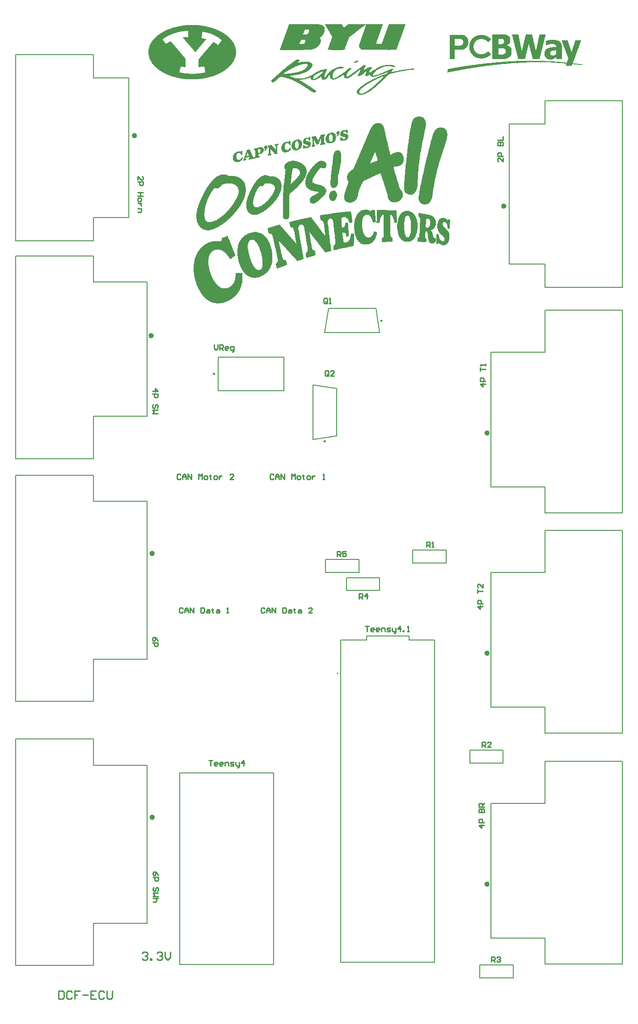
<source format=gbr>
%TF.GenerationSoftware,Altium Limited,Altium Designer,25.2.1 (25)*%
G04 Layer_Color=65535*
%FSLAX45Y45*%
%MOMM*%
%TF.SameCoordinates,9B973337-7CBC-4795-9BC3-C09BD17617B4*%
%TF.FilePolarity,Positive*%
%TF.FileFunction,Legend,Top*%
%TF.Part,Single*%
G01*
G75*
%TA.AperFunction,NonConductor*%
%ADD44C,0.25000*%
%ADD45C,0.50000*%
%ADD46C,0.20000*%
%ADD47C,0.15240*%
%ADD48C,0.12700*%
%ADD49C,0.25400*%
G36*
X9663077Y21030353D02*
X9750742D01*
Y21027847D01*
X9785809D01*
Y21022839D01*
X9783304D01*
Y21012820D01*
X9780799D01*
Y21005305D01*
X9778294D01*
Y21000298D01*
X9775790D01*
Y20990279D01*
X9773285D01*
Y20985268D01*
X9770780D01*
Y20977754D01*
X9768276D01*
Y20967735D01*
X9765771D01*
Y20965231D01*
X9763266D01*
Y20955212D01*
X9760762D01*
Y20947697D01*
X9758257D01*
Y20942688D01*
X9755752D01*
Y20932669D01*
X9753247D01*
Y20930164D01*
X9750742D01*
Y20920146D01*
X9748238D01*
Y20912631D01*
X9745733D01*
Y20907622D01*
X9743228D01*
Y20897603D01*
X9740724D01*
Y20892593D01*
X9738219D01*
Y20887584D01*
X9735714D01*
Y20877565D01*
X9733209D01*
Y20872556D01*
X9730705D01*
Y20865042D01*
X9728200D01*
Y20855023D01*
X9725695D01*
Y20852518D01*
X9723191D01*
Y20842499D01*
X9720686D01*
Y20837489D01*
X9718181D01*
Y20829976D01*
X9715677D01*
Y20819957D01*
X9713172D01*
Y20817451D01*
X9710667D01*
Y20807433D01*
X9708162D01*
Y20799919D01*
X9705657D01*
Y20794910D01*
X9703153D01*
Y20787395D01*
X9700648D01*
Y20779881D01*
X9698143D01*
Y20774872D01*
X9695639D01*
Y20764853D01*
X9693134D01*
Y20759843D01*
X9690629D01*
Y20752328D01*
X9688124D01*
Y20742310D01*
X9685620D01*
Y20737302D01*
X9683115D01*
Y20727283D01*
X9680610D01*
Y20722272D01*
X9678106D01*
Y20714758D01*
X9675601D01*
Y20707243D01*
X9673096D01*
Y20702235D01*
X9670592D01*
Y20692216D01*
X9668087D01*
Y20684702D01*
X9665582D01*
Y20679692D01*
X9663077D01*
Y20662160D01*
X9763266D01*
Y20664664D01*
X9765771D01*
Y20667168D01*
X9768276D01*
Y20674683D01*
X9770780D01*
Y20682198D01*
X9773285D01*
Y20687206D01*
X9775790D01*
Y20694720D01*
X9778294D01*
Y20702235D01*
X9780799D01*
Y20707243D01*
X9783304D01*
Y20717262D01*
X9785809D01*
Y20719768D01*
X9788313D01*
Y20729787D01*
X9790818D01*
Y20737302D01*
X9793323D01*
Y20742310D01*
X9795828D01*
Y20749825D01*
X9798332D01*
Y20757338D01*
X9800837D01*
Y20762347D01*
X9803342D01*
Y20772366D01*
X9805847D01*
Y20774872D01*
X9808351D01*
Y20784891D01*
X9810856D01*
Y20792406D01*
X9813361D01*
Y20797414D01*
X9815865D01*
Y20804929D01*
X9818370D01*
Y20809938D01*
X9820875D01*
Y20817451D01*
X9823379D01*
Y20827470D01*
X9825884D01*
Y20829976D01*
X9828389D01*
Y20839993D01*
X9830894D01*
Y20847508D01*
X9833398D01*
Y20850014D01*
X9835903D01*
Y20860033D01*
X9838408D01*
Y20865042D01*
X9840913D01*
Y20872556D01*
X9843417D01*
Y20880070D01*
X9845922D01*
Y20885078D01*
X9848427D01*
Y20892593D01*
X9850932D01*
Y20902612D01*
X9853436D01*
Y20905116D01*
X9855941D01*
Y20915137D01*
X9858446D01*
Y20920146D01*
X9860950D01*
Y20927660D01*
X9863455D01*
Y20935175D01*
X9865960D01*
Y20940182D01*
X9868464D01*
Y20947697D01*
X9870969D01*
Y20955212D01*
X9873474D01*
Y20960220D01*
X9875979D01*
Y20970239D01*
X9878483D01*
Y20972745D01*
X9880988D01*
Y20980260D01*
X9883493D01*
Y20990279D01*
X9885998D01*
Y20992783D01*
X9888502D01*
Y21002802D01*
X9891007D01*
Y21010316D01*
X9893512D01*
Y21015324D01*
X9896017D01*
Y21025343D01*
X9898521D01*
Y21027847D01*
X9956130D01*
Y21030353D01*
X10196583D01*
Y21027847D01*
X10216621D01*
Y21022839D01*
X10214116D01*
Y21015324D01*
X10211612D01*
Y21010316D01*
X10209107D01*
Y21000298D01*
X10206602D01*
Y20995287D01*
X10204097D01*
Y20987773D01*
X10201592D01*
Y20980260D01*
X10199088D01*
Y20975249D01*
X10196583D01*
Y20967735D01*
X10194078D01*
Y20957716D01*
X10191574D01*
Y20955212D01*
X10189069D01*
Y20945193D01*
X10186564D01*
Y20940182D01*
X10184059D01*
Y20932669D01*
X10181555D01*
Y20922650D01*
X10179050D01*
Y20920146D01*
X10176545D01*
Y20910127D01*
X10174041D01*
Y20902612D01*
X10171536D01*
Y20897603D01*
X10169031D01*
Y20887584D01*
X10166527D01*
Y20885078D01*
X10164022D01*
Y20877565D01*
X10161517D01*
Y20867546D01*
X10159012D01*
Y20862537D01*
X10156507D01*
Y20855023D01*
X10154003D01*
Y20847508D01*
X10151498D01*
Y20842499D01*
X10148993D01*
Y20832480D01*
X10146489D01*
Y20829976D01*
X10143984D01*
Y20819957D01*
X10141479D01*
Y20812444D01*
X10138974D01*
Y20807433D01*
X10136470D01*
Y20799919D01*
X10133965D01*
Y20792406D01*
X10131460D01*
Y20787395D01*
X10128956D01*
Y20777376D01*
X10126451D01*
Y20774872D01*
X10123946D01*
Y20764853D01*
X10121442D01*
Y20759843D01*
Y20757338D01*
X10118937D01*
Y20754834D01*
X10116432D01*
Y20744815D01*
X10113927D01*
Y20737302D01*
X10111423D01*
Y20732291D01*
X10108918D01*
Y20722272D01*
X10106413D01*
Y20719768D01*
X10103908D01*
Y20709749D01*
X10101404D01*
Y20702235D01*
X10098899D01*
Y20697224D01*
X10096394D01*
Y20689711D01*
X10093889D01*
Y20682198D01*
X10091385D01*
Y20677187D01*
X10088880D01*
Y20667168D01*
X10086375D01*
Y20664664D01*
X10083871D01*
Y20654645D01*
X10081366D01*
Y20647131D01*
X10078861D01*
Y20644626D01*
X10076357D01*
Y20634607D01*
X10073852D01*
Y20627094D01*
X10071347D01*
Y20622083D01*
X10068842D01*
Y20614569D01*
X10066338D01*
Y20609560D01*
X10063833D01*
Y20602046D01*
X10061328D01*
Y20592027D01*
X10058823D01*
Y20589522D01*
X10056319D01*
Y20579503D01*
X10053814D01*
Y20574493D01*
X10051309D01*
Y20569484D01*
X10048804D01*
Y20559467D01*
X10046300D01*
Y20556961D01*
X10043795D01*
Y20549448D01*
X10041290D01*
Y20546942D01*
X10016243D01*
Y20544437D01*
X9916054D01*
Y20541933D01*
X9875979D01*
Y20544437D01*
X9455185D01*
Y20546942D01*
X9382548D01*
Y20549448D01*
X9380044D01*
Y20551952D01*
X9377539D01*
Y20554456D01*
X9372529D01*
Y20556961D01*
X9370025D01*
Y20559467D01*
X9365015D01*
Y20561971D01*
X9362511D01*
Y20564474D01*
X9360006D01*
Y20566980D01*
X9357501D01*
Y20571989D01*
X9354997D01*
Y20574493D01*
X9352492D01*
Y20576997D01*
X9349987D01*
Y20582008D01*
X9347482D01*
Y20584512D01*
X9344978D01*
Y20589522D01*
X9342473D01*
Y20597037D01*
X9339968D01*
Y20599541D01*
X9337463D01*
Y20609560D01*
X9334959D01*
Y20632101D01*
X9337463D01*
Y20644626D01*
X9339968D01*
Y20647131D01*
X9342473D01*
Y20659654D01*
X9344978D01*
Y20667168D01*
X9347482D01*
Y20672179D01*
X9349987D01*
Y20682198D01*
X9352492D01*
Y20687206D01*
X9354997D01*
Y20694720D01*
X9357501D01*
Y20704739D01*
X9360006D01*
Y20709749D01*
X9362511D01*
Y20719768D01*
X9365015D01*
Y20727283D01*
X9367520D01*
Y20732291D01*
X9370025D01*
Y20742310D01*
X9372529D01*
Y20744815D01*
X9375034D01*
Y20754834D01*
X9377539D01*
Y20762347D01*
X9380044D01*
Y20767357D01*
X9382548D01*
Y20777376D01*
X9385053D01*
Y20784891D01*
X9387558D01*
Y20787395D01*
X9390063D01*
Y20797414D01*
X9392567D01*
Y20802423D01*
X9395072D01*
Y20809938D01*
X9397577D01*
Y20819957D01*
X9400082D01*
Y20822461D01*
X9402586D01*
Y20832480D01*
X9405091D01*
Y20839993D01*
X9407596D01*
Y20845004D01*
X9410100D01*
Y20855023D01*
X9412605D01*
Y20857529D01*
X9415110D01*
Y20867546D01*
X9417614D01*
Y20875061D01*
X9420119D01*
Y20880070D01*
X9422624D01*
Y20887584D01*
X9425129D01*
Y20895097D01*
X9427633D01*
Y20900108D01*
X9430138D01*
Y20910127D01*
X9432643D01*
Y20915137D01*
X9435147D01*
Y20922650D01*
X9437652D01*
Y20932669D01*
X9440157D01*
Y20935175D01*
X9442662D01*
Y20945193D01*
X9445167D01*
Y20952707D01*
X9447671D01*
Y20957716D01*
X9450176D01*
Y20967735D01*
X9452681D01*
Y20972745D01*
X9455185D01*
Y20980260D01*
X9457690D01*
Y20990279D01*
X9460195D01*
Y20992783D01*
X9462699D01*
Y21002802D01*
X9465204D01*
Y21010316D01*
X9467709D01*
Y21015324D01*
X9470214D01*
Y21025343D01*
X9467709D01*
Y21022839D01*
X9462699D01*
Y21020334D01*
X9460195D01*
Y21017830D01*
X9457690D01*
Y21015324D01*
X9452681D01*
Y21012820D01*
X9447671D01*
Y21010316D01*
X9445167D01*
Y21007811D01*
X9442662D01*
Y21005305D01*
X9440157D01*
Y21002802D01*
X9435147D01*
Y21000298D01*
X9430138D01*
Y20995287D01*
X9425129D01*
Y20992783D01*
X9422624D01*
Y20990279D01*
X9417614D01*
Y20987773D01*
X9415110D01*
Y20985268D01*
X9412605D01*
Y20982764D01*
X9410100D01*
Y20980260D01*
X9405091D01*
Y20977754D01*
X9402586D01*
Y20975249D01*
X9397577D01*
Y20972745D01*
X9395072D01*
Y20970239D01*
X9392567D01*
Y20967735D01*
X9387558D01*
Y20965231D01*
X9385053D01*
Y20962726D01*
X9382548D01*
Y20960220D01*
X9377539D01*
Y20957716D01*
X9375034D01*
Y20955212D01*
X9372529D01*
Y20952707D01*
X9367520D01*
Y20950201D01*
X9365015D01*
Y20947697D01*
X9362511D01*
Y20945193D01*
X9360006D01*
Y20942688D01*
X9354997D01*
Y20940182D01*
X9349987D01*
Y20935175D01*
X9344978D01*
Y20932669D01*
X9342473D01*
Y20930164D01*
X9337463D01*
Y20927660D01*
X9334959D01*
Y20925156D01*
X9332454D01*
Y20922650D01*
X9329949D01*
Y20920146D01*
X9324940D01*
Y20917641D01*
X9322435D01*
Y20915137D01*
X9317426D01*
Y20912631D01*
X9314921D01*
Y20910127D01*
X9312416D01*
Y20907622D01*
X9307407D01*
Y20905116D01*
X9304902D01*
Y20902612D01*
X9302397D01*
Y20900108D01*
X9297388D01*
Y20895097D01*
X9292378D01*
Y20892593D01*
X9287369D01*
Y20890089D01*
X9284864D01*
Y20887584D01*
X9282359D01*
Y20885078D01*
X9279855D01*
Y20882574D01*
X9274845D01*
Y20880070D01*
X9272341D01*
Y20877565D01*
X9269836D01*
Y20875061D01*
X9264827D01*
Y20872556D01*
X9262322D01*
Y20870052D01*
X9259817D01*
Y20867546D01*
X9254807D01*
Y20865042D01*
X9252303D01*
Y20862537D01*
X9249798D01*
Y20860033D01*
X9247293D01*
Y20857529D01*
X9244789D01*
Y20855023D01*
X9239779D01*
Y20852518D01*
X9234770D01*
Y20850014D01*
X9232265D01*
Y20847508D01*
X9229760D01*
Y20845004D01*
X9227256D01*
Y20842499D01*
X9222246D01*
Y20839993D01*
X9219742D01*
Y20837489D01*
X9217237D01*
Y20834985D01*
X9212227D01*
Y20832480D01*
X9209722D01*
Y20829976D01*
X9207218D01*
Y20827470D01*
X9202208D01*
Y20824966D01*
X9199704D01*
Y20822461D01*
X9197199D01*
Y20819957D01*
X9194694D01*
Y20817451D01*
X9192189D01*
Y20814948D01*
X9187180D01*
Y20812444D01*
X9184675D01*
Y20809938D01*
X9182171D01*
Y20807433D01*
X9177161D01*
Y20804929D01*
X9174657D01*
Y20802423D01*
X9172152D01*
Y20799919D01*
X9167142D01*
Y20797414D01*
X9164638D01*
Y20794910D01*
X9162133D01*
Y20792406D01*
X9159628D01*
Y20789900D01*
X9157123D01*
Y20787395D01*
X9152114D01*
Y20784891D01*
X9149609D01*
Y20779881D01*
X9147104D01*
Y20777376D01*
X9144600D01*
Y20769862D01*
X9142095D01*
Y20762347D01*
X9139590D01*
Y20759843D01*
X9137086D01*
Y20749825D01*
X9134581D01*
Y20744815D01*
X9132076D01*
Y20739806D01*
X9129572D01*
Y20729787D01*
X9127067D01*
Y20727283D01*
X9124562D01*
Y20717262D01*
X9122057D01*
Y20709749D01*
X9119553D01*
Y20707243D01*
X9117048D01*
Y20697224D01*
X9114543D01*
Y20692216D01*
X9112038D01*
Y20684702D01*
X9109534D01*
Y20677187D01*
X9107029D01*
Y20672179D01*
X9104524D01*
Y20664664D01*
X9102019D01*
Y20654645D01*
X9099515D01*
Y20652139D01*
X9097010D01*
Y20642120D01*
X9094505D01*
Y20637112D01*
X9092001D01*
Y20629597D01*
X9089496D01*
Y20622083D01*
X9086991D01*
Y20617075D01*
X9084487D01*
Y20609560D01*
X9081982D01*
Y20599541D01*
X9079477D01*
Y20597037D01*
X9076972D01*
Y20587016D01*
X9074468D01*
Y20582008D01*
X9071963D01*
Y20574493D01*
X9069458D01*
Y20564474D01*
X9066953D01*
Y20561971D01*
X9064449D01*
Y20551952D01*
X9061944D01*
Y20546942D01*
X9059439D01*
Y20544437D01*
X9034392D01*
Y20541933D01*
X8811472D01*
Y20544437D01*
X8753863D01*
Y20546942D01*
X8741339D01*
Y20549448D01*
X8743844D01*
Y20559467D01*
X8746349D01*
Y20564474D01*
X8748854D01*
Y20571989D01*
X8751358D01*
Y20582008D01*
X8753863D01*
Y20584512D01*
X8756368D01*
Y20594531D01*
X8758872D01*
Y20602046D01*
X8761377D01*
Y20607056D01*
X8763882D01*
Y20614569D01*
X8766387D01*
Y20619579D01*
X8768892D01*
Y20627094D01*
X8771396D01*
Y20637112D01*
X8773901D01*
Y20639616D01*
X8776406D01*
Y20649635D01*
X8778910D01*
Y20657150D01*
X8781415D01*
Y20662160D01*
X8783920D01*
Y20669673D01*
X8786424D01*
Y20674683D01*
X8788929D01*
Y20682198D01*
X8791434D01*
Y20692216D01*
X8793939D01*
Y20694720D01*
X8796443D01*
Y20704739D01*
X8798948D01*
Y20712253D01*
X8801453D01*
Y20717262D01*
X8803957D01*
Y20727283D01*
X8806462D01*
Y20729787D01*
X8808967D01*
Y20739806D01*
X8811472D01*
Y20747321D01*
X8813977D01*
Y20752328D01*
X8816481D01*
Y20759843D01*
X8818986D01*
Y20769862D01*
X8821491D01*
Y20774872D01*
X8823995D01*
Y20787395D01*
X8826500D01*
Y20789900D01*
X8823995D01*
Y20799919D01*
X8821491D01*
Y20804929D01*
X8818986D01*
Y20809938D01*
X8816481D01*
Y20814948D01*
X8813977D01*
Y20817451D01*
X8811472D01*
Y20822461D01*
X8808967D01*
Y20827470D01*
X8806462D01*
Y20829976D01*
X8803957D01*
Y20834985D01*
X8801453D01*
Y20839993D01*
X8798948D01*
Y20842499D01*
X8796443D01*
Y20847508D01*
X8793939D01*
Y20852518D01*
X8791434D01*
Y20855023D01*
X8788929D01*
Y20862537D01*
X8786424D01*
Y20865042D01*
X8783920D01*
Y20870052D01*
X8781415D01*
Y20872556D01*
X8778910D01*
Y20877565D01*
X8776406D01*
Y20882574D01*
X8773901D01*
Y20885078D01*
X8771396D01*
Y20890089D01*
X8768892D01*
Y20895097D01*
X8766387D01*
Y20897603D01*
X8763882D01*
Y20902612D01*
X8761377D01*
Y20907622D01*
X8758872D01*
Y20912631D01*
X8756368D01*
Y20915137D01*
X8753863D01*
Y20920146D01*
X8751358D01*
Y20925156D01*
X8748854D01*
Y20930164D01*
X8746349D01*
Y20932669D01*
X8743844D01*
Y20937679D01*
X8741339D01*
Y20940182D01*
X8738835D01*
Y20945193D01*
X8736330D01*
Y20950201D01*
X8733825D01*
Y20952707D01*
X8731321D01*
Y20957716D01*
X8728816D01*
Y20962726D01*
X8726311D01*
Y20965231D01*
X8723807D01*
Y20970239D01*
X8721302D01*
Y20975249D01*
X8718797D01*
Y20980260D01*
X8716292D01*
Y20982764D01*
X8713787D01*
Y20987773D01*
X8711283D01*
Y20992783D01*
X8708778D01*
Y20997792D01*
X8706273D01*
Y21000298D01*
X8703769D01*
Y21005305D01*
X8701264D01*
Y21010316D01*
X8698759D01*
Y21012820D01*
X8696254D01*
Y21017830D01*
X8693750D01*
Y21022839D01*
X8691245D01*
Y21027847D01*
X8693750D01*
Y21030353D01*
X8951736D01*
Y21027847D01*
X9011849D01*
Y21022839D01*
X9014354D01*
Y21020334D01*
X9016859D01*
Y21015324D01*
X9019364D01*
Y21010316D01*
X9021868D01*
Y21007811D01*
X9024373D01*
Y21002802D01*
X9026878D01*
Y21000298D01*
X9029382D01*
Y20995287D01*
X9031887D01*
Y20990279D01*
X9034392D01*
Y20987773D01*
X9036897D01*
Y20982764D01*
X9039402D01*
Y20980260D01*
X9041906D01*
Y20975249D01*
X9044411D01*
Y20972745D01*
X9046916D01*
Y20970239D01*
X9049420D01*
Y20967735D01*
X9051925D01*
Y20970239D01*
X9054430D01*
Y20972745D01*
X9059439D01*
Y20975249D01*
X9064449D01*
Y20980260D01*
X9069458D01*
Y20982764D01*
X9071963D01*
Y20985268D01*
X9076972D01*
Y20987773D01*
X9079477D01*
Y20990279D01*
X9081982D01*
Y20992783D01*
X9086991D01*
Y20995287D01*
X9089496D01*
Y20997792D01*
X9092001D01*
Y21000298D01*
X9097010D01*
Y21002802D01*
X9099515D01*
Y21005305D01*
X9102019D01*
Y21007811D01*
X9107029D01*
Y21010316D01*
X9109534D01*
Y21012820D01*
X9112038D01*
Y21015324D01*
X9114543D01*
Y21017830D01*
X9117048D01*
Y21020334D01*
X9122057D01*
Y21022839D01*
X9124562D01*
Y21025343D01*
X9129572D01*
Y21027847D01*
X9132076D01*
Y21030353D01*
X9134581D01*
Y21032858D01*
X9663077D01*
Y21030353D01*
D02*
G37*
G36*
X11681562Y20825113D02*
X11694778D01*
Y20823225D01*
X11704218D01*
Y20821336D01*
X11711771D01*
Y20819449D01*
X11719323D01*
Y20817561D01*
X11724987D01*
Y20815672D01*
X11730651D01*
Y20813783D01*
X11736316D01*
Y20811896D01*
X11741980D01*
Y20810008D01*
X11745756D01*
Y20808121D01*
X11751420D01*
Y20806232D01*
X11755196D01*
Y20804344D01*
X11758972D01*
Y20802457D01*
X11762749D01*
Y20800568D01*
X11766525D01*
Y20798680D01*
X11770301D01*
Y20796793D01*
X11774077D01*
Y20794904D01*
X11775965D01*
Y20793016D01*
X11779741D01*
Y20791129D01*
X11783517D01*
Y20789240D01*
X11785405D01*
Y20787350D01*
X11789181D01*
Y20785463D01*
X11791070D01*
Y20783575D01*
X11794846D01*
Y20781686D01*
X11796734D01*
Y20779799D01*
X11798622D01*
Y20777911D01*
X11802398D01*
Y20776022D01*
X11804286D01*
Y20774135D01*
X11806174D01*
Y20772247D01*
X11808062D01*
Y20770358D01*
X11811838D01*
Y20768471D01*
X11813726D01*
Y20766583D01*
X11815614D01*
Y20764696D01*
X11817502D01*
Y20762807D01*
X11819391D01*
Y20760919D01*
X11821279D01*
Y20759030D01*
X11823167D01*
Y20757143D01*
X11825055D01*
Y20755254D01*
X11826943D01*
Y20753366D01*
X11828831D01*
Y20751479D01*
X11830719D01*
Y20749590D01*
X11832607D01*
Y20747702D01*
X11834495D01*
Y20745815D01*
X11836383D01*
Y20743925D01*
X11838271D01*
Y20742038D01*
X11836383D01*
Y20740150D01*
X11834495D01*
Y20738261D01*
X11832607D01*
Y20736374D01*
X11830719D01*
Y20734486D01*
X11828831D01*
Y20732597D01*
X11826943D01*
Y20730708D01*
X11825055D01*
Y20728821D01*
X11823167D01*
Y20726933D01*
X11821279D01*
Y20725044D01*
X11819391D01*
Y20723157D01*
X11817502D01*
Y20721269D01*
X11815614D01*
Y20719382D01*
X11813726D01*
Y20717493D01*
X11811838D01*
Y20715605D01*
X11808062D01*
Y20713718D01*
X11806174D01*
Y20711829D01*
X11804286D01*
Y20709941D01*
X11802398D01*
Y20708054D01*
X11800510D01*
Y20706165D01*
X11798622D01*
Y20704277D01*
X11796734D01*
Y20702388D01*
X11794846D01*
Y20700500D01*
X11792958D01*
Y20698611D01*
X11791070D01*
Y20696724D01*
X11789181D01*
Y20694836D01*
X11787293D01*
Y20692947D01*
X11785405D01*
Y20691060D01*
X11783517D01*
Y20689172D01*
X11779741D01*
Y20691060D01*
X11777853D01*
Y20692947D01*
X11775965D01*
Y20694836D01*
X11774077D01*
Y20696724D01*
X11772189D01*
Y20698611D01*
X11770301D01*
Y20700500D01*
X11768413D01*
Y20702388D01*
X11766525D01*
Y20704277D01*
X11764637D01*
Y20706165D01*
X11762749D01*
Y20708054D01*
X11758972D01*
Y20709941D01*
X11757084D01*
Y20711829D01*
X11755196D01*
Y20713718D01*
X11751420D01*
Y20715605D01*
X11749532D01*
Y20717493D01*
X11747644D01*
Y20719382D01*
X11743868D01*
Y20721269D01*
X11741980D01*
Y20723157D01*
X11738204D01*
Y20725044D01*
X11734428D01*
Y20726933D01*
X11732539D01*
Y20728821D01*
X11728763D01*
Y20730708D01*
X11724987D01*
Y20732597D01*
X11721211D01*
Y20734486D01*
X11717435D01*
Y20736374D01*
X11713659D01*
Y20738261D01*
X11707995D01*
Y20740150D01*
X11702330D01*
Y20742038D01*
X11696666D01*
Y20743925D01*
X11689114D01*
Y20745815D01*
X11681562D01*
Y20747702D01*
X11668345D01*
Y20749590D01*
X11632472D01*
Y20747702D01*
X11619255D01*
Y20745815D01*
X11611703D01*
Y20743925D01*
X11604151D01*
Y20742038D01*
X11598487D01*
Y20740150D01*
X11594711D01*
Y20738261D01*
X11589046D01*
Y20736374D01*
X11585270D01*
Y20734486D01*
X11581494D01*
Y20732597D01*
X11577718D01*
Y20730708D01*
X11575830D01*
Y20728821D01*
X11572054D01*
Y20726933D01*
X11568278D01*
Y20725044D01*
X11566390D01*
Y20723157D01*
X11564502D01*
Y20721269D01*
X11560725D01*
Y20719382D01*
X11558837D01*
Y20717493D01*
X11556949D01*
Y20715605D01*
X11555061D01*
Y20713718D01*
X11551285D01*
Y20711829D01*
X11549397D01*
Y20709941D01*
X11547509D01*
Y20708054D01*
X11545621D01*
Y20706165D01*
X11543733D01*
Y20704277D01*
X11541845D01*
Y20702388D01*
X11539957D01*
Y20698611D01*
X11538069D01*
Y20696724D01*
X11536181D01*
Y20694836D01*
X11534292D01*
Y20692947D01*
X11532404D01*
Y20689172D01*
X11530516D01*
Y20687283D01*
X11528628D01*
Y20685396D01*
X11526740D01*
Y20681619D01*
X11524852D01*
Y20677844D01*
X11522964D01*
Y20675957D01*
X11521076D01*
Y20672179D01*
X11519188D01*
Y20668404D01*
X11517300D01*
Y20662740D01*
X11515412D01*
Y20658963D01*
X11513524D01*
Y20653299D01*
X11511636D01*
Y20647635D01*
X11509748D01*
Y20640082D01*
X11507860D01*
Y20630643D01*
X11505971D01*
Y20609872D01*
X11504083D01*
Y20600433D01*
X11505971D01*
Y20579665D01*
X11507860D01*
Y20570224D01*
X11509748D01*
Y20560783D01*
X11511636D01*
Y20555119D01*
X11513524D01*
Y20549455D01*
X11515412D01*
Y20545679D01*
X11517300D01*
Y20540015D01*
X11519188D01*
Y20536240D01*
X11521076D01*
Y20532462D01*
X11522964D01*
Y20530574D01*
X11524852D01*
Y20526797D01*
X11526740D01*
Y20523022D01*
X11528628D01*
Y20521133D01*
X11530516D01*
Y20517358D01*
X11532404D01*
Y20515469D01*
X11534292D01*
Y20513582D01*
X11536181D01*
Y20509805D01*
X11538069D01*
Y20507918D01*
X11539957D01*
Y20506030D01*
X11541845D01*
Y20504141D01*
X11543733D01*
Y20502254D01*
X11545621D01*
Y20500365D01*
X11547509D01*
Y20498477D01*
X11549397D01*
Y20496590D01*
X11551285D01*
Y20494701D01*
X11555061D01*
Y20492813D01*
X11556949D01*
Y20490926D01*
X11558837D01*
Y20489037D01*
X11560725D01*
Y20487149D01*
X11564502D01*
Y20485262D01*
X11566390D01*
Y20483372D01*
X11570166D01*
Y20481485D01*
X11573942D01*
Y20479597D01*
X11577718D01*
Y20477708D01*
X11579606D01*
Y20475819D01*
X11585270D01*
Y20473932D01*
X11589046D01*
Y20472044D01*
X11592823D01*
Y20470155D01*
X11598487D01*
Y20468268D01*
X11604151D01*
Y20466380D01*
X11609815D01*
Y20464491D01*
X11619255D01*
Y20462604D01*
X11630584D01*
Y20460716D01*
X11674009D01*
Y20462604D01*
X11685338D01*
Y20464491D01*
X11694778D01*
Y20466380D01*
X11700442D01*
Y20468268D01*
X11706107D01*
Y20470155D01*
X11711771D01*
Y20472044D01*
X11715547D01*
Y20473932D01*
X11721211D01*
Y20475819D01*
X11723099D01*
Y20477708D01*
X11726875D01*
Y20479597D01*
X11730651D01*
Y20481485D01*
X11734428D01*
Y20483372D01*
X11736316D01*
Y20485262D01*
X11740092D01*
Y20487149D01*
X11741980D01*
Y20489037D01*
X11745756D01*
Y20490926D01*
X11747644D01*
Y20492813D01*
X11751420D01*
Y20494701D01*
X11753308D01*
Y20496590D01*
X11755196D01*
Y20498477D01*
X11757084D01*
Y20500365D01*
X11760860D01*
Y20502254D01*
X11762749D01*
Y20504141D01*
X11764637D01*
Y20506030D01*
X11766525D01*
Y20507918D01*
X11768413D01*
Y20509805D01*
X11770301D01*
Y20511694D01*
X11772189D01*
Y20513582D01*
X11775965D01*
Y20515469D01*
X11777853D01*
Y20517358D01*
X11779741D01*
Y20519246D01*
X11783517D01*
Y20517358D01*
X11785405D01*
Y20515469D01*
X11787293D01*
Y20513582D01*
X11789181D01*
Y20511694D01*
X11791070D01*
Y20509805D01*
X11792958D01*
Y20507918D01*
X11794846D01*
Y20506030D01*
X11796734D01*
Y20504141D01*
X11798622D01*
Y20502254D01*
X11800510D01*
Y20500365D01*
X11802398D01*
Y20498477D01*
X11804286D01*
Y20496590D01*
X11806174D01*
Y20494701D01*
X11808062D01*
Y20492813D01*
X11809950D01*
Y20489037D01*
X11811838D01*
Y20487149D01*
X11813726D01*
Y20485262D01*
X11815614D01*
Y20483372D01*
X11817502D01*
Y20481485D01*
X11819391D01*
Y20479597D01*
X11821279D01*
Y20477708D01*
X11823167D01*
Y20475819D01*
X11825055D01*
Y20473932D01*
X11826943D01*
Y20472044D01*
X11828831D01*
Y20470155D01*
X11830719D01*
Y20468268D01*
X11832607D01*
Y20466380D01*
X11834495D01*
Y20464491D01*
X11836383D01*
Y20462604D01*
X11834495D01*
Y20460716D01*
X11832607D01*
Y20458829D01*
X11830719D01*
Y20456940D01*
X11826943D01*
Y20455052D01*
X11825055D01*
Y20453165D01*
X11823167D01*
Y20451276D01*
X11821279D01*
Y20449388D01*
X11819391D01*
Y20447499D01*
X11817502D01*
Y20445612D01*
X11815614D01*
Y20443723D01*
X11813726D01*
Y20441835D01*
X11809950D01*
Y20439948D01*
X11808062D01*
Y20438058D01*
X11806174D01*
Y20436171D01*
X11804286D01*
Y20434283D01*
X11802398D01*
Y20432394D01*
X11798622D01*
Y20430507D01*
X11796734D01*
Y20428619D01*
X11794846D01*
Y20426730D01*
X11791070D01*
Y20424843D01*
X11789181D01*
Y20422955D01*
X11785405D01*
Y20421066D01*
X11783517D01*
Y20419177D01*
X11779741D01*
Y20417290D01*
X11777853D01*
Y20415402D01*
X11774077D01*
Y20413515D01*
X11770301D01*
Y20411626D01*
X11768413D01*
Y20409738D01*
X11764637D01*
Y20407851D01*
X11760860D01*
Y20405962D01*
X11757084D01*
Y20404074D01*
X11753308D01*
Y20402187D01*
X11749532D01*
Y20400298D01*
X11743868D01*
Y20398410D01*
X11740092D01*
Y20396523D01*
X11734428D01*
Y20394633D01*
X11728763D01*
Y20392746D01*
X11723099D01*
Y20390857D01*
X11715547D01*
Y20388969D01*
X11706107D01*
Y20387080D01*
X11696666D01*
Y20385193D01*
X11681562D01*
Y20383305D01*
X11619255D01*
Y20385193D01*
X11606039D01*
Y20387080D01*
X11594711D01*
Y20388969D01*
X11587158D01*
Y20390857D01*
X11579606D01*
Y20392746D01*
X11573942D01*
Y20394633D01*
X11568278D01*
Y20396523D01*
X11562613D01*
Y20398410D01*
X11556949D01*
Y20400298D01*
X11553173D01*
Y20402187D01*
X11549397D01*
Y20404074D01*
X11543733D01*
Y20405962D01*
X11539957D01*
Y20407851D01*
X11538069D01*
Y20409738D01*
X11534292D01*
Y20411626D01*
X11530516D01*
Y20413515D01*
X11526740D01*
Y20415402D01*
X11524852D01*
Y20417290D01*
X11521076D01*
Y20419177D01*
X11519188D01*
Y20421066D01*
X11515412D01*
Y20422955D01*
X11513524D01*
Y20424843D01*
X11509748D01*
Y20426730D01*
X11507860D01*
Y20428619D01*
X11505971D01*
Y20430507D01*
X11502195D01*
Y20432394D01*
X11500307D01*
Y20434283D01*
X11498419D01*
Y20436171D01*
X11496531D01*
Y20438058D01*
X11494643D01*
Y20439948D01*
X11492755D01*
Y20441835D01*
X11490867D01*
Y20443723D01*
X11488979D01*
Y20445612D01*
X11487091D01*
Y20447499D01*
X11485203D01*
Y20449388D01*
X11483315D01*
Y20451276D01*
X11481427D01*
Y20453165D01*
X11479539D01*
Y20455052D01*
X11477650D01*
Y20456940D01*
X11475762D01*
Y20458829D01*
X11473874D01*
Y20460716D01*
X11471986D01*
Y20462604D01*
X11470098D01*
Y20466380D01*
X11468210D01*
Y20468268D01*
X11466322D01*
Y20470155D01*
X11464434D01*
Y20473932D01*
X11462546D01*
Y20475819D01*
X11460658D01*
Y20479597D01*
X11458770D01*
Y20481485D01*
X11456882D01*
Y20485262D01*
X11454994D01*
Y20487149D01*
X11453106D01*
Y20490926D01*
X11451218D01*
Y20494701D01*
X11449329D01*
Y20498477D01*
X11447441D01*
Y20502254D01*
X11445553D01*
Y20506030D01*
X11443665D01*
Y20509805D01*
X11441777D01*
Y20515469D01*
X11439889D01*
Y20519246D01*
X11438001D01*
Y20524910D01*
X11436113D01*
Y20530574D01*
X11434225D01*
Y20536240D01*
X11432337D01*
Y20543791D01*
X11430449D01*
Y20551343D01*
X11428561D01*
Y20562672D01*
X11426673D01*
Y20575888D01*
X11424785D01*
Y20634418D01*
X11426673D01*
Y20647635D01*
X11428561D01*
Y20658963D01*
X11430449D01*
Y20666515D01*
X11432337D01*
Y20672179D01*
X11434225D01*
Y20679732D01*
X11436113D01*
Y20685396D01*
X11438001D01*
Y20689172D01*
X11439889D01*
Y20694836D01*
X11441777D01*
Y20698611D01*
X11443665D01*
Y20702388D01*
X11445553D01*
Y20706165D01*
X11447441D01*
Y20709941D01*
X11449329D01*
Y20713718D01*
X11451218D01*
Y20717493D01*
X11453106D01*
Y20721269D01*
X11454994D01*
Y20723157D01*
X11456882D01*
Y20726933D01*
X11458770D01*
Y20728821D01*
X11460658D01*
Y20732597D01*
X11462546D01*
Y20734486D01*
X11464434D01*
Y20738261D01*
X11466322D01*
Y20740150D01*
X11468210D01*
Y20742038D01*
X11470098D01*
Y20743925D01*
X11471986D01*
Y20747702D01*
X11473874D01*
Y20749590D01*
X11475762D01*
Y20751479D01*
X11477650D01*
Y20753366D01*
X11479539D01*
Y20755254D01*
X11481427D01*
Y20757143D01*
X11483315D01*
Y20759030D01*
X11485203D01*
Y20760919D01*
X11487091D01*
Y20762807D01*
X11488979D01*
Y20764696D01*
X11490867D01*
Y20766583D01*
X11492755D01*
Y20768471D01*
X11494643D01*
Y20770358D01*
X11496531D01*
Y20772247D01*
X11500307D01*
Y20774135D01*
X11502195D01*
Y20776022D01*
X11504083D01*
Y20777911D01*
X11505971D01*
Y20779799D01*
X11509748D01*
Y20781686D01*
X11511636D01*
Y20783575D01*
X11513524D01*
Y20785463D01*
X11517300D01*
Y20787350D01*
X11519188D01*
Y20789240D01*
X11522964D01*
Y20791129D01*
X11524852D01*
Y20793016D01*
X11528628D01*
Y20794904D01*
X11532404D01*
Y20796793D01*
X11536181D01*
Y20798680D01*
X11538069D01*
Y20800568D01*
X11541845D01*
Y20802457D01*
X11545621D01*
Y20804344D01*
X11549397D01*
Y20806232D01*
X11555061D01*
Y20808121D01*
X11558837D01*
Y20810008D01*
X11562613D01*
Y20811896D01*
X11568278D01*
Y20813783D01*
X11573942D01*
Y20815672D01*
X11579606D01*
Y20817561D01*
X11585270D01*
Y20819449D01*
X11590934D01*
Y20821336D01*
X11600375D01*
Y20823225D01*
X11609815D01*
Y20825113D01*
X11623032D01*
Y20827000D01*
X11681562D01*
Y20825113D01*
D02*
G37*
G36*
X8195310Y21030353D02*
X8440773D01*
Y21027847D01*
X8583542D01*
Y21025343D01*
X8601075D01*
Y21022839D01*
X8606084D01*
Y21020334D01*
X8616103D01*
Y21017830D01*
X8621113D01*
Y21015324D01*
X8628627D01*
Y21012820D01*
X8633637D01*
Y21010316D01*
X8638646D01*
Y21007811D01*
X8643655D01*
Y21005305D01*
X8648665D01*
Y21002802D01*
X8651169D01*
Y21000298D01*
X8656179D01*
Y20997792D01*
X8658684D01*
Y20995287D01*
X8663693D01*
Y20992783D01*
X8666198D01*
Y20990279D01*
X8668703D01*
Y20987773D01*
X8671207D01*
Y20982764D01*
X8673712D01*
Y20980260D01*
X8676217D01*
Y20977754D01*
X8678722D01*
Y20972745D01*
X8681226D01*
Y20967735D01*
X8683731D01*
Y20957716D01*
X8686236D01*
Y20912631D01*
X8683731D01*
Y20890089D01*
X8681226D01*
Y20885078D01*
X8678722D01*
Y20877565D01*
X8676217D01*
Y20870052D01*
X8673712D01*
Y20867546D01*
X8671207D01*
Y20860033D01*
X8668703D01*
Y20855023D01*
X8666198D01*
Y20852518D01*
X8663693D01*
Y20847508D01*
X8661188D01*
Y20845004D01*
X8658684D01*
Y20839993D01*
X8656179D01*
Y20837489D01*
X8653674D01*
Y20834985D01*
X8651169D01*
Y20829976D01*
X8648665D01*
Y20827470D01*
X8646160D01*
Y20822461D01*
X8643655D01*
Y20819957D01*
X8641151D01*
Y20817451D01*
X8638646D01*
Y20814948D01*
X8636141D01*
Y20812444D01*
X8633637D01*
Y20809938D01*
X8631132D01*
Y20807433D01*
X8628627D01*
Y20802423D01*
X8626122D01*
Y20799919D01*
X8623618D01*
Y20797414D01*
X8621113D01*
Y20794910D01*
X8616103D01*
Y20792406D01*
X8613599D01*
Y20789900D01*
X8611094D01*
Y20787395D01*
X8608589D01*
Y20784891D01*
X8606084D01*
Y20782385D01*
X8601075D01*
Y20779881D01*
X8598570D01*
Y20777376D01*
X8596066D01*
Y20769862D01*
X8598570D01*
Y20764853D01*
X8601075D01*
Y20762347D01*
X8603580D01*
Y20754834D01*
X8606084D01*
Y20749825D01*
X8608589D01*
Y20744815D01*
X8611094D01*
Y20734796D01*
X8613599D01*
Y20729787D01*
X8616103D01*
Y20709749D01*
X8613599D01*
Y20702235D01*
X8611094D01*
Y20689711D01*
X8608589D01*
Y20684702D01*
X8606084D01*
Y20677187D01*
X8603580D01*
Y20672179D01*
X8601075D01*
Y20667168D01*
X8598570D01*
Y20662160D01*
X8596066D01*
Y20657150D01*
X8593561D01*
Y20654645D01*
X8591056D01*
Y20647131D01*
X8588552D01*
Y20644626D01*
X8586047D01*
Y20642120D01*
X8583542D01*
Y20637112D01*
X8581037D01*
Y20634607D01*
X8578533D01*
Y20629597D01*
X8576028D01*
Y20627094D01*
X8573523D01*
Y20624588D01*
X8571018D01*
Y20622083D01*
X8568514D01*
Y20619579D01*
X8566009D01*
Y20614569D01*
X8560999D01*
Y20612065D01*
X8558495D01*
Y20609560D01*
X8555990D01*
Y20607056D01*
X8553485D01*
Y20604552D01*
X8550981D01*
Y20602046D01*
X8548476D01*
Y20599541D01*
X8545971D01*
Y20597037D01*
X8543467D01*
Y20594531D01*
X8538457D01*
Y20592027D01*
X8535952D01*
Y20589522D01*
X8530943D01*
Y20587016D01*
X8528438D01*
Y20584512D01*
X8523429D01*
Y20582008D01*
X8518419D01*
Y20579503D01*
X8513410D01*
Y20576997D01*
X8510905D01*
Y20574493D01*
X8503391D01*
Y20571989D01*
X8500886D01*
Y20569484D01*
X8493372D01*
Y20566980D01*
X8485858D01*
Y20564474D01*
X8483353D01*
Y20561971D01*
X8473334D01*
Y20559467D01*
X8465820D01*
Y20556961D01*
X8458306D01*
Y20554456D01*
X8445782D01*
Y20551952D01*
X8438268D01*
Y20549448D01*
X8415726D01*
Y20546942D01*
X8358117D01*
Y20544437D01*
X8287985D01*
Y20541933D01*
X7837135D01*
Y20551952D01*
X7839639D01*
Y20561971D01*
X7842144D01*
Y20566980D01*
X7844649D01*
Y20574493D01*
X7847154D01*
Y20582008D01*
X7849658D01*
Y20587016D01*
X7852163D01*
Y20597037D01*
X7854668D01*
Y20602046D01*
X7857173D01*
Y20609560D01*
X7859677D01*
Y20617075D01*
X7862182D01*
Y20622083D01*
X7864687D01*
Y20632101D01*
X7867192D01*
Y20637112D01*
X7869696D01*
Y20644626D01*
X7872201D01*
Y20654645D01*
X7874706D01*
Y20657150D01*
X7877210D01*
Y20667168D01*
X7879715D01*
Y20674683D01*
X7882220D01*
Y20679692D01*
X7884724D01*
Y20687206D01*
X7887229D01*
Y20692216D01*
X7889734D01*
Y20699730D01*
X7892239D01*
Y20709749D01*
X7894743D01*
Y20712253D01*
X7897248D01*
Y20722272D01*
X7899753D01*
Y20729787D01*
X7902258D01*
Y20734796D01*
X7904762D01*
Y20742310D01*
X7907267D01*
Y20747321D01*
X7909772D01*
Y20754834D01*
X7912277D01*
Y20764853D01*
X7914781D01*
Y20767357D01*
X7917286D01*
Y20777376D01*
X7919791D01*
Y20784891D01*
X7922295D01*
Y20789900D01*
X7924800D01*
Y20797414D01*
X7927305D01*
Y20802423D01*
X7929809D01*
Y20809938D01*
X7932314D01*
Y20819957D01*
X7934819D01*
Y20822461D01*
X7937324D01*
Y20832480D01*
X7939828D01*
Y20837489D01*
X7942333D01*
Y20845004D01*
X7944838D01*
Y20852518D01*
X7947343D01*
Y20857529D01*
X7949847D01*
Y20865042D01*
X7952352D01*
Y20875061D01*
X7954857D01*
Y20877565D01*
X7957362D01*
Y20887584D01*
X7959866D01*
Y20895097D01*
X7962371D01*
Y20900108D01*
X7964876D01*
Y20907622D01*
X7967380D01*
Y20912631D01*
X7969885D01*
Y20920146D01*
X7972390D01*
Y20927660D01*
X7974894D01*
Y20932669D01*
X7977399D01*
Y20942688D01*
X7979904D01*
Y20947697D01*
X7982409D01*
Y20952707D01*
X7984913D01*
Y20962726D01*
X7987418D01*
Y20967735D01*
X7989923D01*
Y20975249D01*
X7992427D01*
Y20982764D01*
X7994932D01*
Y20987773D01*
X7997437D01*
Y20995287D01*
X7999942D01*
Y21002802D01*
X8002447D01*
Y21007811D01*
X8004951D01*
Y21017830D01*
X8007456D01*
Y21022839D01*
X8009961D01*
Y21030353D01*
X8012465D01*
Y21032858D01*
X8195310D01*
Y21030353D01*
D02*
G37*
G36*
X12871043Y20830777D02*
X12869156D01*
Y20823225D01*
X12867268D01*
Y20815672D01*
X12865379D01*
Y20808121D01*
X12863490D01*
Y20802457D01*
X12861603D01*
Y20794904D01*
X12859715D01*
Y20787350D01*
X12857828D01*
Y20779799D01*
X12855939D01*
Y20772247D01*
X12854051D01*
Y20764696D01*
X12852164D01*
Y20757143D01*
X12850275D01*
Y20749590D01*
X12848387D01*
Y20742038D01*
X12846500D01*
Y20734486D01*
X12844611D01*
Y20726933D01*
X12842723D01*
Y20719382D01*
X12840836D01*
Y20711829D01*
X12838947D01*
Y20704277D01*
X12837057D01*
Y20696724D01*
X12835170D01*
Y20689172D01*
X12833282D01*
Y20681619D01*
X12831393D01*
Y20674068D01*
X12829506D01*
Y20666515D01*
X12827618D01*
Y20658963D01*
X12825729D01*
Y20651411D01*
X12823842D01*
Y20643858D01*
X12821954D01*
Y20638194D01*
X12820065D01*
Y20630643D01*
X12818178D01*
Y20623090D01*
X12816290D01*
Y20615536D01*
X12814401D01*
Y20607985D01*
X12812514D01*
Y20600433D01*
X12810626D01*
Y20592880D01*
X12808737D01*
Y20585329D01*
X12806850D01*
Y20577776D01*
X12804961D01*
Y20570224D01*
X12803073D01*
Y20562672D01*
X12801186D01*
Y20555119D01*
X12799297D01*
Y20547568D01*
X12797409D01*
Y20540015D01*
X12795521D01*
Y20532462D01*
X12793633D01*
Y20524910D01*
X12791745D01*
Y20517358D01*
X12789857D01*
Y20509805D01*
X12787969D01*
Y20502254D01*
X12786081D01*
Y20496590D01*
X12784193D01*
Y20489037D01*
X12782305D01*
Y20481485D01*
X12780416D01*
Y20473932D01*
X12778528D01*
Y20466380D01*
X12776640D01*
Y20458829D01*
X12774752D01*
Y20451276D01*
X12772864D01*
Y20443723D01*
X12770976D01*
Y20436171D01*
X12769088D01*
Y20428619D01*
X12767200D01*
Y20421066D01*
X12765312D01*
Y20413515D01*
X12763424D01*
Y20405962D01*
X12761536D01*
Y20398410D01*
X12759648D01*
Y20390857D01*
X12757760D01*
Y20383305D01*
X12755872D01*
Y20375752D01*
X12753984D01*
Y20371977D01*
X12625595D01*
Y20375752D01*
X12623707D01*
Y20383305D01*
X12621819D01*
Y20388969D01*
X12619931D01*
Y20396523D01*
X12618043D01*
Y20404074D01*
X12616155D01*
Y20411626D01*
X12614267D01*
Y20419177D01*
X12612379D01*
Y20426730D01*
X12610490D01*
Y20432394D01*
X12608602D01*
Y20439948D01*
X12606714D01*
Y20447499D01*
X12604826D01*
Y20455052D01*
X12602938D01*
Y20462604D01*
X12601050D01*
Y20470155D01*
X12599162D01*
Y20477708D01*
X12597274D01*
Y20483372D01*
X12595386D01*
Y20490926D01*
X12593498D01*
Y20498477D01*
X12591610D01*
Y20506030D01*
X12589722D01*
Y20513582D01*
X12587834D01*
Y20521133D01*
X12585946D01*
Y20528687D01*
X12584058D01*
Y20534351D01*
X12582169D01*
Y20541904D01*
X12580281D01*
Y20549455D01*
X12578393D01*
Y20557007D01*
X12576505D01*
Y20564560D01*
X12574617D01*
Y20572112D01*
X12572729D01*
Y20579665D01*
X12570841D01*
Y20587216D01*
X12568953D01*
Y20592880D01*
X12567065D01*
Y20600433D01*
X12565177D01*
Y20607985D01*
X12563289D01*
Y20615536D01*
X12561401D01*
Y20623090D01*
X12559513D01*
Y20630643D01*
X12557625D01*
Y20636307D01*
X12555737D01*
Y20643858D01*
X12553848D01*
Y20651411D01*
X12551960D01*
Y20657076D01*
X12550072D01*
Y20655186D01*
X12548184D01*
Y20647635D01*
X12546296D01*
Y20640082D01*
X12544408D01*
Y20632530D01*
X12542520D01*
Y20624979D01*
X12540632D01*
Y20617426D01*
X12538744D01*
Y20609872D01*
X12536856D01*
Y20602321D01*
X12534968D01*
Y20594769D01*
X12533080D01*
Y20587216D01*
X12531192D01*
Y20581552D01*
X12529304D01*
Y20572112D01*
X12527416D01*
Y20564560D01*
X12525527D01*
Y20557007D01*
X12523639D01*
Y20549455D01*
X12521751D01*
Y20541904D01*
X12519863D01*
Y20534351D01*
X12517975D01*
Y20526797D01*
X12516087D01*
Y20521133D01*
X12514199D01*
Y20513582D01*
X12512311D01*
Y20506030D01*
X12510423D01*
Y20498477D01*
X12508535D01*
Y20490926D01*
X12506647D01*
Y20483372D01*
X12504759D01*
Y20475819D01*
X12502871D01*
Y20468268D01*
X12500983D01*
Y20460716D01*
X12499095D01*
Y20453165D01*
X12497206D01*
Y20445612D01*
X12495318D01*
Y20438058D01*
X12493430D01*
Y20430507D01*
X12491542D01*
Y20422955D01*
X12489654D01*
Y20415402D01*
X12487766D01*
Y20407851D01*
X12485878D01*
Y20400298D01*
X12483990D01*
Y20392746D01*
X12482102D01*
Y20385193D01*
X12480214D01*
Y20377641D01*
X12478326D01*
Y20371977D01*
X12349937D01*
Y20373865D01*
X12348049D01*
Y20381416D01*
X12346161D01*
Y20388969D01*
X12344273D01*
Y20396523D01*
X12342385D01*
Y20404074D01*
X12340497D01*
Y20411626D01*
X12338609D01*
Y20419177D01*
X12336721D01*
Y20424843D01*
X12334833D01*
Y20432394D01*
X12332945D01*
Y20439948D01*
X12331057D01*
Y20447499D01*
X12329169D01*
Y20455052D01*
X12327280D01*
Y20462604D01*
X12325392D01*
Y20470155D01*
X12323504D01*
Y20477708D01*
X12321616D01*
Y20485262D01*
X12319728D01*
Y20492813D01*
X12317840D01*
Y20500365D01*
X12315952D01*
Y20507918D01*
X12314064D01*
Y20515469D01*
X12312176D01*
Y20523022D01*
X12310288D01*
Y20530574D01*
X12308400D01*
Y20538127D01*
X12306512D01*
Y20545679D01*
X12304624D01*
Y20553230D01*
X12302736D01*
Y20560783D01*
X12300848D01*
Y20568336D01*
X12298959D01*
Y20575888D01*
X12297071D01*
Y20581552D01*
X12295183D01*
Y20589104D01*
X12293295D01*
Y20596657D01*
X12291407D01*
Y20604208D01*
X12289519D01*
Y20611761D01*
X12287631D01*
Y20619315D01*
X12285743D01*
Y20626866D01*
X12283855D01*
Y20634418D01*
X12281967D01*
Y20641969D01*
X12280079D01*
Y20649522D01*
X12278191D01*
Y20657076D01*
X12276303D01*
Y20664627D01*
X12274415D01*
Y20672179D01*
X12272527D01*
Y20679732D01*
X12270638D01*
Y20687283D01*
X12268750D01*
Y20694836D01*
X12266862D01*
Y20702388D01*
X12264974D01*
Y20709941D01*
X12263086D01*
Y20717493D01*
X12261198D01*
Y20725044D01*
X12259310D01*
Y20730708D01*
X12257422D01*
Y20738261D01*
X12255534D01*
Y20745815D01*
X12253646D01*
Y20753366D01*
X12251758D01*
Y20760919D01*
X12249870D01*
Y20768471D01*
X12247982D01*
Y20776022D01*
X12246094D01*
Y20783575D01*
X12244206D01*
Y20791129D01*
X12242317D01*
Y20798680D01*
X12240429D01*
Y20806232D01*
X12238541D01*
Y20813783D01*
X12236653D01*
Y20821336D01*
X12234765D01*
Y20828889D01*
X12232877D01*
Y20836441D01*
X12230989D01*
Y20838329D01*
X12353713D01*
Y20828889D01*
X12355601D01*
Y20819449D01*
X12357490D01*
Y20810008D01*
X12359378D01*
Y20800568D01*
X12361266D01*
Y20793016D01*
X12363154D01*
Y20783575D01*
X12365042D01*
Y20774135D01*
X12366930D01*
Y20764696D01*
X12368818D01*
Y20755254D01*
X12370706D01*
Y20745815D01*
X12372594D01*
Y20736374D01*
X12374482D01*
Y20726933D01*
X12376370D01*
Y20719382D01*
X12378258D01*
Y20709941D01*
X12380146D01*
Y20700500D01*
X12382034D01*
Y20691060D01*
X12383922D01*
Y20681619D01*
X12385811D01*
Y20672179D01*
X12387699D01*
Y20662740D01*
X12389587D01*
Y20655186D01*
X12391475D01*
Y20645746D01*
X12393363D01*
Y20636307D01*
X12395251D01*
Y20626866D01*
X12397139D01*
Y20617426D01*
X12399027D01*
Y20607985D01*
X12400915D01*
Y20598544D01*
X12402803D01*
Y20589104D01*
X12404691D01*
Y20581552D01*
X12406579D01*
Y20572112D01*
X12408467D01*
Y20562672D01*
X12410355D01*
Y20553230D01*
X12412243D01*
Y20543791D01*
X12414132D01*
Y20534351D01*
X12416020D01*
Y20528687D01*
X12417908D01*
Y20532462D01*
X12419796D01*
Y20540015D01*
X12421684D01*
Y20547568D01*
X12423572D01*
Y20555119D01*
X12425460D01*
Y20562672D01*
X12427348D01*
Y20570224D01*
X12429236D01*
Y20577776D01*
X12431124D01*
Y20585329D01*
X12433012D01*
Y20592880D01*
X12434900D01*
Y20600433D01*
X12436788D01*
Y20607985D01*
X12438676D01*
Y20615536D01*
X12440564D01*
Y20623090D01*
X12442453D01*
Y20630643D01*
X12444341D01*
Y20638194D01*
X12446229D01*
Y20645746D01*
X12448117D01*
Y20653299D01*
X12450005D01*
Y20660851D01*
X12451893D01*
Y20668404D01*
X12453781D01*
Y20675957D01*
X12455669D01*
Y20683508D01*
X12457557D01*
Y20691060D01*
X12459445D01*
Y20698611D01*
X12461333D01*
Y20706165D01*
X12463221D01*
Y20713718D01*
X12465109D01*
Y20721269D01*
X12466997D01*
Y20728821D01*
X12468885D01*
Y20736374D01*
X12470774D01*
Y20743925D01*
X12472662D01*
Y20751479D01*
X12474550D01*
Y20759030D01*
X12476438D01*
Y20766583D01*
X12478326D01*
Y20774135D01*
X12480214D01*
Y20781686D01*
X12482102D01*
Y20789240D01*
X12483990D01*
Y20796793D01*
X12485878D01*
Y20804344D01*
X12487766D01*
Y20811896D01*
X12489654D01*
Y20819449D01*
X12491542D01*
Y20827000D01*
X12493430D01*
Y20834554D01*
X12495318D01*
Y20838329D01*
X12612379D01*
Y20830777D01*
X12614267D01*
Y20823225D01*
X12616155D01*
Y20815672D01*
X12618043D01*
Y20806232D01*
X12619931D01*
Y20798680D01*
X12621819D01*
Y20791129D01*
X12623707D01*
Y20783575D01*
X12625595D01*
Y20776022D01*
X12627483D01*
Y20766583D01*
X12629371D01*
Y20759030D01*
X12631259D01*
Y20751479D01*
X12633147D01*
Y20743925D01*
X12635035D01*
Y20734486D01*
X12636923D01*
Y20726933D01*
X12638811D01*
Y20719382D01*
X12640700D01*
Y20711829D01*
X12642588D01*
Y20704277D01*
X12644476D01*
Y20694836D01*
X12646364D01*
Y20687283D01*
X12648252D01*
Y20679732D01*
X12650140D01*
Y20672179D01*
X12652028D01*
Y20662740D01*
X12653916D01*
Y20655186D01*
X12655804D01*
Y20647635D01*
X12657692D01*
Y20640082D01*
X12659580D01*
Y20632530D01*
X12661468D01*
Y20623090D01*
X12663356D01*
Y20615536D01*
X12665244D01*
Y20607985D01*
X12667132D01*
Y20600433D01*
X12669021D01*
Y20590993D01*
X12670909D01*
Y20583440D01*
X12672797D01*
Y20575888D01*
X12674685D01*
Y20568336D01*
X12676573D01*
Y20566447D01*
Y20560783D01*
X12678461D01*
Y20551343D01*
X12680349D01*
Y20543791D01*
X12682237D01*
Y20536240D01*
X12684125D01*
Y20528687D01*
X12687901D01*
Y20538127D01*
X12689789D01*
Y20547568D01*
X12691677D01*
Y20555119D01*
X12693565D01*
Y20564560D01*
X12695453D01*
Y20574001D01*
X12697342D01*
Y20581552D01*
X12699230D01*
Y20590993D01*
X12701118D01*
Y20600433D01*
X12703006D01*
Y20607985D01*
X12704894D01*
Y20617426D01*
X12706782D01*
Y20624979D01*
X12708670D01*
Y20634418D01*
X12710558D01*
Y20643858D01*
X12712446D01*
Y20651411D01*
X12714334D01*
Y20660851D01*
X12716222D01*
Y20670291D01*
X12718110D01*
Y20677844D01*
X12719998D01*
Y20687283D01*
X12721886D01*
Y20696724D01*
X12723774D01*
Y20704277D01*
X12725663D01*
Y20713718D01*
X12727551D01*
Y20721269D01*
X12729439D01*
Y20730708D01*
X12731327D01*
Y20740150D01*
X12733215D01*
Y20747702D01*
X12735103D01*
Y20757143D01*
X12736991D01*
Y20766583D01*
X12738879D01*
Y20774135D01*
X12740767D01*
Y20783575D01*
X12742655D01*
Y20791129D01*
X12744543D01*
Y20800568D01*
X12746431D01*
Y20810008D01*
X12748319D01*
Y20817561D01*
X12750207D01*
Y20827000D01*
X12752095D01*
Y20836441D01*
X12753984D01*
Y20838329D01*
X12871043D01*
Y20830777D01*
D02*
G37*
G36*
X13541307Y20719382D02*
X13539420D01*
Y20713718D01*
X13537531D01*
Y20708054D01*
X13535643D01*
Y20704277D01*
X13533755D01*
Y20698611D01*
X13531866D01*
Y20692947D01*
X13529979D01*
Y20687283D01*
X13528091D01*
Y20683508D01*
X13526202D01*
Y20677844D01*
X13524315D01*
Y20672179D01*
X13522427D01*
Y20668404D01*
X13520538D01*
Y20662740D01*
X13518651D01*
Y20657076D01*
X13516762D01*
Y20651411D01*
X13514874D01*
Y20647635D01*
X13512987D01*
Y20641969D01*
X13511098D01*
Y20636307D01*
X13509210D01*
Y20632530D01*
X13507323D01*
Y20626866D01*
X13505434D01*
Y20621202D01*
X13503546D01*
Y20615536D01*
X13501659D01*
Y20611761D01*
X13499770D01*
Y20606097D01*
X13497882D01*
Y20600433D01*
X13495995D01*
Y20596657D01*
X13494106D01*
Y20590993D01*
X13492218D01*
Y20585329D01*
X13490331D01*
Y20581552D01*
X13488441D01*
Y20575888D01*
X13486552D01*
Y20570224D01*
X13484665D01*
Y20564560D01*
X13482777D01*
Y20560783D01*
X13480888D01*
Y20555119D01*
X13479001D01*
Y20549455D01*
X13477113D01*
Y20545679D01*
X13475224D01*
Y20540015D01*
X13473337D01*
Y20534351D01*
X13471449D01*
Y20528687D01*
X13469560D01*
Y20524910D01*
X13467673D01*
Y20519246D01*
X13465785D01*
Y20513582D01*
X13463898D01*
Y20509805D01*
X13462009D01*
Y20504141D01*
X13460120D01*
Y20498477D01*
X13458232D01*
Y20492813D01*
X13456345D01*
Y20489037D01*
X13454456D01*
Y20483372D01*
X13452568D01*
Y20477708D01*
X13450681D01*
Y20473932D01*
X13448792D01*
Y20468268D01*
X13446904D01*
Y20462604D01*
X13445016D01*
Y20458829D01*
X13443127D01*
Y20453165D01*
X13441240D01*
Y20447499D01*
X13439352D01*
Y20441835D01*
X13437463D01*
Y20438058D01*
X13435576D01*
Y20432394D01*
X13433688D01*
Y20426730D01*
X13431799D01*
Y20422955D01*
X13429910D01*
Y20417290D01*
X13428023D01*
Y20411626D01*
X13426135D01*
Y20405962D01*
X13424248D01*
Y20402187D01*
X13422359D01*
Y20396523D01*
X13420471D01*
Y20390857D01*
X13418584D01*
Y20387080D01*
X13416695D01*
Y20381416D01*
X13414807D01*
Y20375752D01*
X13412920D01*
Y20371977D01*
X13411031D01*
Y20366313D01*
X13409143D01*
Y20360648D01*
X13407256D01*
Y20354984D01*
X13405367D01*
Y20351208D01*
X13403477D01*
Y20345544D01*
X13401590D01*
Y20339880D01*
X13399702D01*
Y20336104D01*
X13397813D01*
Y20330440D01*
X13395926D01*
Y20324776D01*
X13394038D01*
Y20319112D01*
X13392149D01*
Y20315335D01*
X13390262D01*
Y20309671D01*
X13388374D01*
Y20304005D01*
X13386485D01*
Y20300230D01*
X13384598D01*
Y20290790D01*
X13401590D01*
Y20288902D01*
X13418584D01*
Y20287013D01*
X13435576D01*
Y20285126D01*
X13452568D01*
Y20283238D01*
X13469560D01*
Y20281351D01*
X13482777D01*
Y20279462D01*
X13497882D01*
Y20277573D01*
X13514874D01*
Y20275685D01*
X13529979D01*
Y20273798D01*
X13545084D01*
Y20271909D01*
X13562076D01*
Y20270021D01*
X13577180D01*
Y20268134D01*
X13579070D01*
Y20266245D01*
X13577180D01*
Y20264357D01*
X13573404D01*
Y20262469D01*
X13571516D01*
Y20260580D01*
X13569627D01*
Y20258693D01*
X13560188D01*
Y20260580D01*
X13533755D01*
Y20262469D01*
X13507323D01*
Y20264357D01*
X13482777D01*
Y20266245D01*
X13460120D01*
Y20268134D01*
X13437463D01*
Y20270021D01*
X13418584D01*
Y20271909D01*
X13397813D01*
Y20273798D01*
X13375157D01*
Y20268134D01*
X13373270D01*
Y20264357D01*
X13371381D01*
Y20258693D01*
X13369493D01*
Y20253029D01*
X13367606D01*
Y20249252D01*
X13365717D01*
Y20243588D01*
X13246770D01*
Y20245476D01*
X13248657D01*
Y20249252D01*
X13250545D01*
Y20254916D01*
X13252432D01*
Y20258693D01*
X13254321D01*
Y20264357D01*
X13256209D01*
Y20268134D01*
X13258096D01*
Y20273798D01*
X13259985D01*
Y20279462D01*
X13261873D01*
Y20285126D01*
X13248657D01*
Y20287013D01*
X13229776D01*
Y20288902D01*
X13209007D01*
Y20290790D01*
X13186351D01*
Y20292677D01*
X13165582D01*
Y20294566D01*
X13141037D01*
Y20296454D01*
X13116492D01*
Y20298341D01*
X13091946D01*
Y20300230D01*
X13063626D01*
Y20302118D01*
X13035304D01*
Y20304005D01*
X13005096D01*
Y20305894D01*
X12973000D01*
Y20307784D01*
X12935239D01*
Y20309671D01*
X12880484D01*
Y20311559D01*
X12786081D01*
Y20313448D01*
X12716222D01*
Y20311559D01*
X12618043D01*
Y20309671D01*
X12555737D01*
Y20307784D01*
X12508535D01*
Y20305894D01*
X12468885D01*
Y20304005D01*
X12433012D01*
Y20302118D01*
X12395251D01*
Y20300230D01*
X12359378D01*
Y20298341D01*
X12327280D01*
Y20296454D01*
X12297071D01*
Y20294566D01*
X12270638D01*
Y20292677D01*
X12242317D01*
Y20290790D01*
X12217773D01*
Y20288902D01*
X12195116D01*
Y20287013D01*
X12174347D01*
Y20285126D01*
X12151690D01*
Y20283238D01*
X12127145D01*
Y20281351D01*
X12106377D01*
Y20279462D01*
X12083720D01*
Y20277573D01*
X12062951D01*
Y20275685D01*
X12044070D01*
Y20273798D01*
X12025190D01*
Y20271909D01*
X12006309D01*
Y20270021D01*
X11989317D01*
Y20268134D01*
X11972324D01*
Y20266245D01*
X11953443D01*
Y20264357D01*
X11936451D01*
Y20262469D01*
X11919458D01*
Y20260580D01*
X11900577D01*
Y20258693D01*
X11885473D01*
Y20256805D01*
X11868480D01*
Y20254916D01*
X11853376D01*
Y20253029D01*
X11838271D01*
Y20251141D01*
X11823167D01*
Y20249252D01*
X11808062D01*
Y20247363D01*
X11792958D01*
Y20245476D01*
X11777853D01*
Y20243588D01*
X11762749D01*
Y20241701D01*
X11747644D01*
Y20239812D01*
X11732539D01*
Y20237924D01*
X11719323D01*
Y20236037D01*
X11706107D01*
Y20234148D01*
X11692890D01*
Y20232260D01*
X11679674D01*
Y20230373D01*
X11666457D01*
Y20228484D01*
X11651353D01*
Y20226596D01*
X11638136D01*
Y20224709D01*
X11624920D01*
Y20222820D01*
X11611703D01*
Y20220930D01*
X11598487D01*
Y20219043D01*
X11585270D01*
Y20217155D01*
X11573942D01*
Y20215266D01*
X11562613D01*
Y20213379D01*
X11549397D01*
Y20211491D01*
X11536181D01*
Y20209602D01*
X11524852D01*
Y20207715D01*
X11511636D01*
Y20205827D01*
X11500307D01*
Y20203938D01*
X11487091D01*
Y20202051D01*
X11475762D01*
Y20200163D01*
X11464434D01*
Y20198276D01*
X11453106D01*
Y20196387D01*
X11441777D01*
Y20194499D01*
X11430449D01*
Y20192610D01*
X11419120D01*
Y20190723D01*
X11405904D01*
Y20188834D01*
X11394576D01*
Y20186946D01*
X11383247D01*
Y20185059D01*
X11371919D01*
Y20183170D01*
X11360590D01*
Y20181282D01*
X11351150D01*
Y20179395D01*
X11339822D01*
Y20177505D01*
X11328493D01*
Y20175618D01*
X11319053D01*
Y20173730D01*
X11307724D01*
Y20171841D01*
X11296396D01*
Y20169954D01*
X11285068D01*
Y20168066D01*
X11273739D01*
Y20166177D01*
X11264299D01*
Y20164288D01*
X11252971D01*
Y20162401D01*
X11243530D01*
Y20160513D01*
X11234090D01*
Y20158624D01*
X11222761D01*
Y20156737D01*
X11211433D01*
Y20154849D01*
X11201993D01*
Y20152962D01*
X11190664D01*
Y20151073D01*
X11179336D01*
Y20149185D01*
X11169896D01*
Y20147298D01*
X11160455D01*
Y20145409D01*
X11151015D01*
Y20143521D01*
X11141575D01*
Y20141634D01*
X11130246D01*
Y20139745D01*
X11120806D01*
Y20137857D01*
X11109477D01*
Y20135968D01*
X11100037D01*
Y20134081D01*
X11088709D01*
Y20132191D01*
X11079268D01*
Y20130304D01*
X11069828D01*
Y20128416D01*
X11060388D01*
Y20126527D01*
X11050947D01*
Y20124640D01*
X11041507D01*
Y20122752D01*
X11032067D01*
Y20120863D01*
X11020738D01*
Y20118976D01*
X11011298D01*
Y20117088D01*
X11005634D01*
Y20124640D01*
X11007522D01*
Y20134081D01*
X11009410D01*
Y20143521D01*
X11011298D01*
Y20152962D01*
X11013186D01*
Y20162401D01*
X11015074D01*
Y20169954D01*
X11016962D01*
Y20179395D01*
X11018850D01*
Y20181282D01*
X11022626D01*
Y20183170D01*
X11033955D01*
Y20185059D01*
X11043395D01*
Y20186946D01*
X11052835D01*
Y20188834D01*
X11064164D01*
Y20190723D01*
X11073604D01*
Y20192610D01*
X11083045D01*
Y20194499D01*
X11092485D01*
Y20196387D01*
X11103813D01*
Y20198276D01*
X11115142D01*
Y20200163D01*
X11124582D01*
Y20202051D01*
X11135910D01*
Y20203938D01*
X11147239D01*
Y20205827D01*
X11156679D01*
Y20207715D01*
X11168008D01*
Y20209602D01*
X11177448D01*
Y20211491D01*
X11188776D01*
Y20213379D01*
X11200105D01*
Y20215266D01*
X11211433D01*
Y20217155D01*
X11222761D01*
Y20219043D01*
X11235978D01*
Y20220930D01*
X11247306D01*
Y20222820D01*
X11258635D01*
Y20224709D01*
X11269963D01*
Y20226596D01*
X11281292D01*
Y20228484D01*
X11292620D01*
Y20230373D01*
X11303948D01*
Y20232260D01*
X11317165D01*
Y20234148D01*
X11330381D01*
Y20236037D01*
X11341710D01*
Y20237924D01*
X11354926D01*
Y20239812D01*
X11368143D01*
Y20241701D01*
X11381359D01*
Y20243588D01*
X11392687D01*
Y20245476D01*
X11404016D01*
Y20247363D01*
X11417232D01*
Y20249252D01*
X11430449D01*
Y20251141D01*
X11445553D01*
Y20253029D01*
X11458770D01*
Y20254916D01*
X11471986D01*
Y20256805D01*
X11487091D01*
Y20258693D01*
X11500307D01*
Y20260580D01*
X11515412D01*
Y20262469D01*
X11528628D01*
Y20264357D01*
X11541845D01*
Y20266245D01*
X11556949D01*
Y20268134D01*
X11572054D01*
Y20270021D01*
X11587158D01*
Y20271909D01*
X11604151D01*
Y20273798D01*
X11619255D01*
Y20275685D01*
X11636248D01*
Y20277573D01*
X11651353D01*
Y20279462D01*
X11666457D01*
Y20281351D01*
X11681562D01*
Y20283238D01*
X11698554D01*
Y20285126D01*
X11715547D01*
Y20287013D01*
X11732539D01*
Y20288902D01*
X11751420D01*
Y20290790D01*
X11770301D01*
Y20292677D01*
X11787293D01*
Y20294566D01*
X11806174D01*
Y20296454D01*
X11825055D01*
Y20298341D01*
X11842047D01*
Y20300230D01*
X11860928D01*
Y20302118D01*
X11881697D01*
Y20304005D01*
X11902465D01*
Y20305894D01*
X11925122D01*
Y20307784D01*
X11947779D01*
Y20309671D01*
X11968548D01*
Y20311559D01*
X11993093D01*
Y20313448D01*
X12015749D01*
Y20315335D01*
X12040294D01*
Y20317223D01*
X12061063D01*
Y20319112D01*
X12087496D01*
Y20320999D01*
X12115817D01*
Y20322887D01*
X12146026D01*
Y20324776D01*
X12176235D01*
Y20326663D01*
X12210220D01*
Y20328551D01*
X12242317D01*
Y20330440D01*
X12280079D01*
Y20332327D01*
X12317840D01*
Y20334215D01*
X12357490D01*
Y20336104D01*
X12361266D01*
Y20334215D01*
X12363154D01*
Y20336104D01*
X12421684D01*
Y20337991D01*
X12570841D01*
Y20339880D01*
X12614267D01*
Y20337991D01*
X12757760D01*
Y20336104D01*
X12816290D01*
Y20334215D01*
X12861603D01*
Y20332327D01*
X12903140D01*
Y20330440D01*
X12940903D01*
Y20328551D01*
X12973000D01*
Y20326663D01*
X13005096D01*
Y20324776D01*
X13035304D01*
Y20322887D01*
X13063626D01*
Y20320999D01*
X13090059D01*
Y20319112D01*
X13114604D01*
Y20317223D01*
X13133485D01*
Y20315335D01*
X13156142D01*
Y20313448D01*
X13176910D01*
Y20311559D01*
X13199567D01*
Y20309671D01*
X13218448D01*
Y20307784D01*
X13239217D01*
Y20305894D01*
X13259985D01*
Y20304005D01*
X13271313D01*
Y20307784D01*
X13273203D01*
Y20313448D01*
X13275090D01*
Y20317223D01*
X13276978D01*
Y20322887D01*
X13278867D01*
Y20326663D01*
X13280754D01*
Y20332327D01*
X13282642D01*
Y20336104D01*
X13284531D01*
Y20341768D01*
X13286418D01*
Y20347432D01*
X13288306D01*
Y20351208D01*
X13290195D01*
Y20356873D01*
X13292084D01*
Y20360648D01*
X13293971D01*
Y20366313D01*
X13295859D01*
Y20370090D01*
X13297746D01*
Y20375752D01*
X13299635D01*
Y20385193D01*
X13297746D01*
Y20388969D01*
X13295859D01*
Y20394633D01*
X13293971D01*
Y20400298D01*
X13292084D01*
Y20404074D01*
X13290195D01*
Y20409738D01*
X13288306D01*
Y20415402D01*
X13286418D01*
Y20419177D01*
X13284531D01*
Y20424843D01*
X13282642D01*
Y20430507D01*
X13280754D01*
Y20434283D01*
X13278867D01*
Y20439948D01*
X13276978D01*
Y20443723D01*
X13275090D01*
Y20449388D01*
X13273203D01*
Y20455052D01*
X13271313D01*
Y20458829D01*
X13269426D01*
Y20464491D01*
X13267538D01*
Y20470155D01*
X13265649D01*
Y20473932D01*
X13263762D01*
Y20479597D01*
X13261873D01*
Y20485262D01*
X13259985D01*
Y20489037D01*
X13258096D01*
Y20494701D01*
X13256209D01*
Y20500365D01*
X13254321D01*
Y20504141D01*
X13252432D01*
Y20509805D01*
X13250545D01*
Y20515469D01*
X13248657D01*
Y20519246D01*
X13246770D01*
Y20524910D01*
X13244881D01*
Y20530574D01*
X13242993D01*
Y20534351D01*
X13241106D01*
Y20540015D01*
X13239217D01*
Y20545679D01*
X13237329D01*
Y20549455D01*
X13235442D01*
Y20555119D01*
X13233553D01*
Y20560783D01*
X13231664D01*
Y20564560D01*
X13229776D01*
Y20570224D01*
X13227888D01*
Y20575888D01*
X13225999D01*
Y20579665D01*
X13224112D01*
Y20585329D01*
X13222224D01*
Y20590993D01*
X13220335D01*
Y20594769D01*
X13218448D01*
Y20600433D01*
X13216560D01*
Y20606097D01*
X13214671D01*
Y20609872D01*
X13212784D01*
Y20615536D01*
X13210896D01*
Y20621202D01*
X13209007D01*
Y20624979D01*
X13207120D01*
Y20630643D01*
X13205231D01*
Y20636307D01*
X13203343D01*
Y20640082D01*
X13201456D01*
Y20645746D01*
X13199567D01*
Y20651411D01*
X13197679D01*
Y20655186D01*
X13195792D01*
Y20660851D01*
X13193903D01*
Y20666515D01*
X13192015D01*
Y20670291D01*
X13190128D01*
Y20675957D01*
X13188239D01*
Y20681619D01*
X13186351D01*
Y20685396D01*
X13184464D01*
Y20691060D01*
X13182574D01*
Y20696724D01*
X13180687D01*
Y20700500D01*
X13178799D01*
Y20706165D01*
X13176910D01*
Y20711829D01*
X13175021D01*
Y20715605D01*
X13173134D01*
Y20721269D01*
X13171246D01*
Y20723157D01*
X13286418D01*
Y20719382D01*
X13288306D01*
Y20713718D01*
X13290195D01*
Y20709941D01*
X13292084D01*
Y20702388D01*
X13293971D01*
Y20696724D01*
X13295859D01*
Y20692947D01*
X13297746D01*
Y20687283D01*
X13299635D01*
Y20681619D01*
X13301523D01*
Y20675957D01*
X13303410D01*
Y20670291D01*
X13305299D01*
Y20664627D01*
X13307187D01*
Y20658963D01*
X13309074D01*
Y20653299D01*
X13310963D01*
Y20647635D01*
X13312851D01*
Y20641969D01*
X13314738D01*
Y20636307D01*
X13316628D01*
Y20630643D01*
X13318515D01*
Y20624979D01*
X13320404D01*
Y20619315D01*
X13322292D01*
Y20613649D01*
X13324181D01*
Y20607985D01*
X13326068D01*
Y20602321D01*
X13327956D01*
Y20596657D01*
X13329845D01*
Y20590993D01*
X13331732D01*
Y20585329D01*
X13333620D01*
Y20579665D01*
X13335509D01*
Y20574001D01*
X13337396D01*
Y20568336D01*
X13339284D01*
Y20562672D01*
X13341171D01*
Y20557007D01*
X13343060D01*
Y20551343D01*
X13344948D01*
Y20545679D01*
X13346835D01*
Y20540015D01*
X13348724D01*
Y20534351D01*
X13350613D01*
Y20528687D01*
X13352501D01*
Y20523022D01*
X13354388D01*
Y20517358D01*
X13356277D01*
Y20511694D01*
X13358165D01*
Y20506030D01*
X13360052D01*
Y20504141D01*
X13361942D01*
Y20509805D01*
X13363829D01*
Y20517358D01*
X13365717D01*
Y20523022D01*
X13367606D01*
Y20528687D01*
X13369493D01*
Y20534351D01*
X13371381D01*
Y20540015D01*
X13373270D01*
Y20545679D01*
X13375157D01*
Y20553230D01*
X13377046D01*
Y20558894D01*
X13378934D01*
Y20564560D01*
X13380823D01*
Y20570224D01*
X13382710D01*
Y20575888D01*
X13384598D01*
Y20583440D01*
X13386485D01*
Y20589104D01*
X13388374D01*
Y20594769D01*
X13390262D01*
Y20600433D01*
X13392149D01*
Y20606097D01*
X13394038D01*
Y20613649D01*
X13395926D01*
Y20619315D01*
X13397813D01*
Y20624979D01*
X13399702D01*
Y20630643D01*
X13401590D01*
Y20636307D01*
X13403477D01*
Y20643858D01*
X13405367D01*
Y20649522D01*
X13407256D01*
Y20655186D01*
X13409143D01*
Y20660851D01*
X13411031D01*
Y20666515D01*
X13412920D01*
Y20672179D01*
X13414807D01*
Y20679732D01*
X13416695D01*
Y20685396D01*
X13418584D01*
Y20691060D01*
X13420471D01*
Y20696724D01*
X13422359D01*
Y20702388D01*
X13424248D01*
Y20709941D01*
X13426135D01*
Y20715605D01*
X13428023D01*
Y20721269D01*
X13429910D01*
Y20723157D01*
X13541307D01*
Y20719382D01*
D02*
G37*
G36*
X13018314Y20732597D02*
X13046634D01*
Y20730708D01*
X13061739D01*
Y20728821D01*
X13073067D01*
Y20726933D01*
X13080618D01*
Y20725044D01*
X13088171D01*
Y20723157D01*
X13095724D01*
Y20721269D01*
X13101389D01*
Y20719382D01*
X13107053D01*
Y20717493D01*
X13110828D01*
Y20715605D01*
X13114604D01*
Y20713718D01*
X13118381D01*
Y20711829D01*
X13122157D01*
Y20709941D01*
X13125932D01*
Y20708054D01*
X13129709D01*
Y20706165D01*
X13131596D01*
Y20704277D01*
X13135373D01*
Y20702388D01*
X13137260D01*
Y20700500D01*
X13139149D01*
Y20698611D01*
X13141037D01*
Y20696724D01*
X13142924D01*
Y20694836D01*
X13146701D01*
Y20692947D01*
X13148589D01*
Y20689172D01*
X13150478D01*
Y20687283D01*
X13152367D01*
Y20685396D01*
X13154254D01*
Y20683508D01*
X13156142D01*
Y20679732D01*
X13158031D01*
Y20677844D01*
X13159918D01*
Y20674068D01*
X13161806D01*
Y20670291D01*
X13163693D01*
Y20666515D01*
X13165582D01*
Y20662740D01*
X13167470D01*
Y20658963D01*
X13169357D01*
Y20653299D01*
X13171246D01*
Y20645746D01*
X13173134D01*
Y20636307D01*
X13175021D01*
Y20462604D01*
Y20460716D01*
Y20371977D01*
X13067403D01*
Y20407851D01*
X13063626D01*
Y20405962D01*
X13061739D01*
Y20404074D01*
X13059850D01*
Y20402187D01*
X13057962D01*
Y20400298D01*
X13054185D01*
Y20398410D01*
X13052298D01*
Y20396523D01*
X13050410D01*
Y20394633D01*
X13048521D01*
Y20392746D01*
X13046634D01*
Y20390857D01*
X13042857D01*
Y20388969D01*
X13040970D01*
Y20387080D01*
X13039082D01*
Y20385193D01*
X13035304D01*
Y20383305D01*
X13031529D01*
Y20381416D01*
X13029642D01*
Y20379529D01*
X13025865D01*
Y20377641D01*
X13022089D01*
Y20375752D01*
X13018314D01*
Y20373865D01*
X13012650D01*
Y20371977D01*
X13008873D01*
Y20370090D01*
X13003207D01*
Y20368201D01*
X12997543D01*
Y20366313D01*
X12989992D01*
Y20364426D01*
X12976775D01*
Y20362537D01*
X12939014D01*
Y20364426D01*
X12929575D01*
Y20366313D01*
X12922021D01*
Y20368201D01*
X12916357D01*
Y20370090D01*
X12910693D01*
Y20371977D01*
X12906917D01*
Y20373865D01*
X12903140D01*
Y20375752D01*
X12899365D01*
Y20377641D01*
X12895589D01*
Y20379529D01*
X12893700D01*
Y20381416D01*
X12889925D01*
Y20383305D01*
X12888036D01*
Y20385193D01*
X12886148D01*
Y20387080D01*
X12884261D01*
Y20388969D01*
X12882372D01*
Y20390857D01*
X12878596D01*
Y20392746D01*
X12876707D01*
Y20396523D01*
X12874820D01*
Y20398410D01*
X12872932D01*
Y20400298D01*
X12871043D01*
Y20402187D01*
X12869156D01*
Y20404074D01*
X12867268D01*
Y20407851D01*
X12865379D01*
Y20409738D01*
X12863490D01*
Y20413515D01*
X12861603D01*
Y20415402D01*
X12859715D01*
Y20419177D01*
X12857828D01*
Y20422955D01*
X12855939D01*
Y20426730D01*
X12854051D01*
Y20432394D01*
X12852164D01*
Y20438058D01*
X12850275D01*
Y20445612D01*
X12848387D01*
Y20458829D01*
X12846500D01*
Y20489037D01*
X12848387D01*
Y20502254D01*
X12850275D01*
Y20509805D01*
X12852164D01*
Y20517358D01*
X12854051D01*
Y20521133D01*
X12855939D01*
Y20526797D01*
X12857828D01*
Y20530574D01*
X12859715D01*
Y20532462D01*
X12861603D01*
Y20536240D01*
X12863490D01*
Y20540015D01*
X12865379D01*
Y20541904D01*
X12867268D01*
Y20543791D01*
X12869156D01*
Y20545679D01*
X12871043D01*
Y20549455D01*
X12872932D01*
Y20551343D01*
X12874820D01*
Y20553230D01*
X12876707D01*
Y20555119D01*
X12880484D01*
Y20557007D01*
X12882372D01*
Y20558894D01*
X12884261D01*
Y20560783D01*
X12886148D01*
Y20562672D01*
X12889925D01*
Y20564560D01*
X12891812D01*
Y20566447D01*
X12895589D01*
Y20568336D01*
X12897478D01*
Y20570224D01*
X12901253D01*
Y20572112D01*
X12905029D01*
Y20574001D01*
X12908804D01*
Y20575888D01*
X12912581D01*
Y20577776D01*
X12918245D01*
Y20579665D01*
X12922021D01*
Y20581552D01*
X12927686D01*
Y20583440D01*
X12933350D01*
Y20585329D01*
X12939014D01*
Y20587216D01*
X12946565D01*
Y20589104D01*
X12954118D01*
Y20590993D01*
X12963559D01*
Y20592880D01*
X12974887D01*
Y20594769D01*
X12989992D01*
Y20596657D01*
X13005096D01*
Y20598544D01*
X13023978D01*
Y20600433D01*
X13044746D01*
Y20602321D01*
X13067403D01*
Y20617426D01*
X13065515D01*
Y20624979D01*
X13063626D01*
Y20628754D01*
X13061739D01*
Y20632530D01*
X13059850D01*
Y20634418D01*
X13057962D01*
Y20636307D01*
X13056075D01*
Y20638194D01*
X13054185D01*
Y20640082D01*
X13052298D01*
Y20641969D01*
X13050410D01*
Y20643858D01*
X13046634D01*
Y20645746D01*
X13042857D01*
Y20647635D01*
X13039082D01*
Y20649522D01*
X13033417D01*
Y20651411D01*
X13025865D01*
Y20653299D01*
X13016425D01*
Y20655186D01*
X12999432D01*
Y20657076D01*
X12971111D01*
Y20655186D01*
X12957895D01*
Y20653299D01*
X12946565D01*
Y20651411D01*
X12939014D01*
Y20649522D01*
X12933350D01*
Y20647635D01*
X12925798D01*
Y20645746D01*
X12920132D01*
Y20643858D01*
X12914468D01*
Y20641969D01*
X12908804D01*
Y20640082D01*
X12903140D01*
Y20638194D01*
X12899365D01*
Y20636307D01*
X12893700D01*
Y20634418D01*
X12889925D01*
Y20632530D01*
X12884261D01*
Y20630643D01*
X12876707D01*
Y20717493D01*
X12884261D01*
Y20719382D01*
X12891812D01*
Y20721269D01*
X12901253D01*
Y20723157D01*
X12910693D01*
Y20725044D01*
X12920132D01*
Y20726933D01*
X12931462D01*
Y20728821D01*
X12944678D01*
Y20730708D01*
X12959782D01*
Y20732597D01*
X12988104D01*
Y20734486D01*
X13018314D01*
Y20732597D01*
D02*
G37*
G36*
X11264299Y20828889D02*
X11290732D01*
Y20827000D01*
X11303948D01*
Y20825113D01*
X11313389D01*
Y20823225D01*
X11319053D01*
Y20821336D01*
X11324717D01*
Y20819449D01*
X11330381D01*
Y20817561D01*
X11334157D01*
Y20815672D01*
X11337934D01*
Y20813783D01*
X11341710D01*
Y20811896D01*
X11343598D01*
Y20810008D01*
X11347374D01*
Y20808121D01*
X11349262D01*
Y20806232D01*
X11353038D01*
Y20804344D01*
X11354926D01*
Y20802457D01*
X11356814D01*
Y20800568D01*
X11360590D01*
Y20798680D01*
X11362478D01*
Y20796793D01*
X11364366D01*
Y20794904D01*
X11366255D01*
Y20793016D01*
X11368143D01*
Y20791129D01*
X11370031D01*
Y20789240D01*
X11371919D01*
Y20787350D01*
X11373807D01*
Y20783575D01*
X11375695D01*
Y20781686D01*
X11377583D01*
Y20779799D01*
X11379471D01*
Y20777911D01*
X11381359D01*
Y20774135D01*
X11383247D01*
Y20772247D01*
X11385135D01*
Y20768471D01*
X11387023D01*
Y20764696D01*
X11388911D01*
Y20760919D01*
X11390799D01*
Y20757143D01*
X11392687D01*
Y20753366D01*
X11394576D01*
Y20749590D01*
X11396464D01*
Y20743925D01*
X11398352D01*
Y20738261D01*
X11400240D01*
Y20728821D01*
X11402128D01*
Y20719382D01*
X11404016D01*
Y20700500D01*
X11405904D01*
Y20679732D01*
X11404016D01*
Y20677844D01*
Y20660851D01*
X11402128D01*
Y20649522D01*
X11400240D01*
Y20641969D01*
X11398352D01*
Y20636307D01*
X11396464D01*
Y20630643D01*
X11394576D01*
Y20626866D01*
X11392687D01*
Y20623090D01*
X11390799D01*
Y20619315D01*
X11388911D01*
Y20615536D01*
X11387023D01*
Y20611761D01*
X11385135D01*
Y20609872D01*
X11383247D01*
Y20606097D01*
X11381359D01*
Y20604208D01*
X11379471D01*
Y20600433D01*
X11377583D01*
Y20598544D01*
X11375695D01*
Y20596657D01*
X11373807D01*
Y20592880D01*
X11371919D01*
Y20590993D01*
X11370031D01*
Y20589104D01*
X11368143D01*
Y20587216D01*
X11366255D01*
Y20585329D01*
X11364366D01*
Y20583440D01*
X11362478D01*
Y20581552D01*
X11360590D01*
Y20579665D01*
X11356814D01*
Y20577776D01*
X11354926D01*
Y20575888D01*
X11353038D01*
Y20574001D01*
X11349262D01*
Y20572112D01*
X11347374D01*
Y20570224D01*
X11343598D01*
Y20568336D01*
X11341710D01*
Y20566447D01*
X11337934D01*
Y20564560D01*
X11334157D01*
Y20562672D01*
X11330381D01*
Y20560783D01*
X11326605D01*
Y20558894D01*
X11322829D01*
Y20557007D01*
X11317165D01*
Y20555119D01*
X11311501D01*
Y20553230D01*
X11303948D01*
Y20551343D01*
X11294508D01*
Y20549455D01*
X11279403D01*
Y20547568D01*
X11256747D01*
Y20545679D01*
X11147239D01*
Y20543791D01*
X11145351D01*
Y20371977D01*
X11052835D01*
Y20830777D01*
X11264299D01*
Y20828889D01*
D02*
G37*
G36*
X12083720Y20834554D02*
X12100712D01*
Y20832664D01*
X12112041D01*
Y20830777D01*
X12119593D01*
Y20828889D01*
X12125257D01*
Y20827000D01*
X12130922D01*
Y20825113D01*
X12136586D01*
Y20823225D01*
X12140362D01*
Y20821336D01*
X12146026D01*
Y20819449D01*
X12149802D01*
Y20817561D01*
X12153578D01*
Y20815672D01*
X12155466D01*
Y20813783D01*
X12159243D01*
Y20811896D01*
X12161131D01*
Y20810008D01*
X12164907D01*
Y20808121D01*
X12166795D01*
Y20806232D01*
X12168683D01*
Y20804344D01*
X12170571D01*
Y20802457D01*
X12174347D01*
Y20800568D01*
X12176235D01*
Y20798680D01*
X12178123D01*
Y20794904D01*
X12180011D01*
Y20793016D01*
X12181899D01*
Y20791129D01*
X12183787D01*
Y20789240D01*
X12185675D01*
Y20785463D01*
X12187564D01*
Y20781686D01*
X12189452D01*
Y20779799D01*
X12191340D01*
Y20776022D01*
X12193228D01*
Y20770358D01*
X12195116D01*
Y20764696D01*
X12197004D01*
Y20759030D01*
X12198892D01*
Y20751479D01*
X12200780D01*
Y20708054D01*
X12198892D01*
Y20698611D01*
X12197004D01*
Y20692947D01*
X12195116D01*
Y20687283D01*
X12193228D01*
Y20681619D01*
X12191340D01*
Y20677844D01*
X12189452D01*
Y20674068D01*
X12187564D01*
Y20672179D01*
X12185675D01*
Y20668404D01*
X12183787D01*
Y20666515D01*
X12181899D01*
Y20662740D01*
X12180011D01*
Y20660851D01*
X12178123D01*
Y20658963D01*
X12176235D01*
Y20655186D01*
X12174347D01*
Y20653299D01*
X12172459D01*
Y20651411D01*
X12170571D01*
Y20649522D01*
X12168683D01*
Y20647635D01*
X12166795D01*
Y20645746D01*
X12163019D01*
Y20643858D01*
X12161131D01*
Y20641969D01*
X12159243D01*
Y20640082D01*
X12155466D01*
Y20638194D01*
X12153578D01*
Y20636307D01*
X12149802D01*
Y20634418D01*
X12146026D01*
Y20632530D01*
X12142250D01*
Y20630643D01*
X12138474D01*
Y20626866D01*
X12140362D01*
Y20624979D01*
X12147914D01*
Y20623090D01*
X12153578D01*
Y20621202D01*
X12159243D01*
Y20619315D01*
X12164907D01*
Y20617426D01*
X12168683D01*
Y20615536D01*
X12172459D01*
Y20613649D01*
X12176235D01*
Y20611761D01*
X12180011D01*
Y20609872D01*
X12181899D01*
Y20607985D01*
X12185675D01*
Y20606097D01*
X12189452D01*
Y20604208D01*
X12191340D01*
Y20602321D01*
X12193228D01*
Y20600433D01*
X12195116D01*
Y20598544D01*
X12198892D01*
Y20596657D01*
X12200780D01*
Y20594769D01*
X12202668D01*
Y20592880D01*
X12204556D01*
Y20590993D01*
X12206444D01*
Y20589104D01*
X12208332D01*
Y20587216D01*
X12210220D01*
Y20583440D01*
X12212108D01*
Y20581552D01*
X12213996D01*
Y20577776D01*
X12215885D01*
Y20574001D01*
X12217773D01*
Y20570224D01*
X12219661D01*
Y20564560D01*
X12221549D01*
Y20557007D01*
X12223437D01*
Y20541904D01*
X12225325D01*
Y20468268D01*
X12223437D01*
Y20460716D01*
X12221549D01*
Y20455052D01*
X12219661D01*
Y20451276D01*
X12217773D01*
Y20447499D01*
X12215885D01*
Y20443723D01*
X12213996D01*
Y20441835D01*
X12212108D01*
Y20438058D01*
X12210220D01*
Y20436171D01*
X12208332D01*
Y20432394D01*
X12206444D01*
Y20430507D01*
X12204556D01*
Y20428619D01*
X12202668D01*
Y20424843D01*
X12200780D01*
Y20422955D01*
X12198892D01*
Y20421066D01*
X12197004D01*
Y20419177D01*
X12195116D01*
Y20417290D01*
X12193228D01*
Y20415402D01*
X12191340D01*
Y20413515D01*
X12189452D01*
Y20411626D01*
X12185675D01*
Y20409738D01*
X12183787D01*
Y20407851D01*
X12181899D01*
Y20405962D01*
X12178123D01*
Y20404074D01*
X12176235D01*
Y20402187D01*
X12174347D01*
Y20400298D01*
X12170571D01*
Y20398410D01*
X12166795D01*
Y20396523D01*
X12164907D01*
Y20394633D01*
X12161131D01*
Y20392746D01*
X12157354D01*
Y20390857D01*
X12153578D01*
Y20388969D01*
X12149802D01*
Y20387080D01*
X12146026D01*
Y20385193D01*
X12140362D01*
Y20383305D01*
X12134698D01*
Y20381416D01*
X12129033D01*
Y20379529D01*
X12121481D01*
Y20377641D01*
X12113929D01*
Y20375752D01*
X12104489D01*
Y20373865D01*
X12089384D01*
Y20371977D01*
X12057287D01*
Y20370090D01*
X11860928D01*
Y20371977D01*
X11859040D01*
Y20836441D01*
X12083720D01*
Y20834554D01*
D02*
G37*
G36*
X9312416Y20344060D02*
X9314921D01*
Y20339050D01*
X9319930D01*
Y20334041D01*
X9322435D01*
Y20329031D01*
X9319930D01*
Y20324022D01*
X9314921D01*
Y20319012D01*
X9309912D01*
Y20316508D01*
X9304902D01*
Y20311497D01*
X9294883D01*
Y20306488D01*
X9287369D01*
Y20303984D01*
X9272341D01*
Y20298975D01*
X9252303D01*
Y20301479D01*
X9249798D01*
Y20303984D01*
X9244789D01*
Y20306488D01*
X9239779D01*
Y20311497D01*
X9234770D01*
Y20316508D01*
X9237274D01*
Y20319012D01*
X9247293D01*
Y20324022D01*
X9262322D01*
Y20326526D01*
X9274845D01*
Y20331535D01*
X9284864D01*
Y20336545D01*
X9292378D01*
Y20339050D01*
X9294883D01*
Y20344060D01*
X9299892D01*
Y20346564D01*
X9312416D01*
Y20344060D01*
D02*
G37*
G36*
X8192805Y20356583D02*
X8207834D01*
Y20351573D01*
X8220357D01*
Y20346564D01*
X8215348D01*
Y20344060D01*
X8212843D01*
Y20339050D01*
X8205329D01*
Y20336545D01*
X8200319D01*
Y20331535D01*
X8195310D01*
Y20326526D01*
X8190301D01*
Y20324022D01*
X8185291D01*
Y20321516D01*
X8182787D01*
Y20319012D01*
X8180282D01*
Y20306488D01*
X8205329D01*
Y20308994D01*
X8207834D01*
Y20311497D01*
X8232881D01*
Y20316508D01*
X8255423D01*
Y20319012D01*
X8375650D01*
Y20316508D01*
X8395688D01*
Y20311497D01*
X8408212D01*
Y20308994D01*
X8410716D01*
Y20306488D01*
X8418230D01*
Y20303984D01*
X8425744D01*
Y20298975D01*
X8433259D01*
Y20296471D01*
X8435763D01*
Y20291460D01*
X8440773D01*
Y20288956D01*
X8443278D01*
Y20286452D01*
X8445782D01*
Y20283946D01*
X8448287D01*
Y20278937D01*
X8453297D01*
Y20266412D01*
X8455801D01*
Y20251385D01*
X8453297D01*
Y20238861D01*
X8448287D01*
Y20231348D01*
X8445782D01*
Y20223833D01*
X8440773D01*
Y20218823D01*
X8438268D01*
Y20216318D01*
X8435763D01*
Y20211308D01*
X8433259D01*
Y20206300D01*
X8428249D01*
Y20203795D01*
X8425744D01*
Y20196281D01*
X8420735D01*
Y20191270D01*
X8415726D01*
Y20186263D01*
X8413221D01*
Y20183757D01*
X8408212D01*
Y20178748D01*
X8405707D01*
Y20176244D01*
X8400697D01*
Y20171233D01*
X8395688D01*
Y20166225D01*
X8388174D01*
Y20163719D01*
X8385669D01*
Y20158710D01*
X8380659D01*
Y20156206D01*
X8378155D01*
Y20153700D01*
X8375650D01*
Y20151196D01*
X8368136D01*
Y20146185D01*
X8365631D01*
Y20143681D01*
X8355612D01*
Y20138672D01*
X8353108D01*
Y20136166D01*
X8345593D01*
Y20131158D01*
X8335574D01*
Y20126147D01*
X8328060D01*
Y20123643D01*
X8320546D01*
Y20118634D01*
X8310527D01*
Y20116130D01*
X8308022D01*
Y20113625D01*
X8300508D01*
Y20111121D01*
X8292994D01*
Y20106111D01*
X8280471D01*
Y20103606D01*
X8267947D01*
Y20098598D01*
X8255423D01*
Y20093587D01*
X8242900D01*
Y20091081D01*
X8230376D01*
Y20088577D01*
X8227872D01*
Y20086073D01*
X8215348D01*
Y20083568D01*
X8200319D01*
Y20078558D01*
X8180282D01*
Y20073549D01*
X8160244D01*
Y20071045D01*
X8137702D01*
Y20068539D01*
X8135197D01*
Y20066035D01*
X8112654D01*
Y20063531D01*
X8080093D01*
Y20058521D01*
X8052541D01*
Y20053513D01*
X8035008D01*
Y20043494D01*
X8042522D01*
Y20038483D01*
X8052541D01*
Y20035979D01*
X8055046D01*
Y20033475D01*
X8062560D01*
Y20030969D01*
X8075083D01*
Y20025960D01*
X8087607D01*
Y20023454D01*
X8102635D01*
Y20018446D01*
X8115159D01*
Y20015941D01*
X8117664D01*
Y20013435D01*
X8132692D01*
Y20010931D01*
X8147720D01*
Y20005922D01*
X8167758D01*
Y20003416D01*
X8260433D01*
Y20005922D01*
X8282975D01*
Y20010931D01*
X8300508D01*
Y20013435D01*
X8315537D01*
Y20018446D01*
X8328060D01*
Y20023454D01*
X8340584D01*
Y20025960D01*
X8353108D01*
Y20030969D01*
X8363127D01*
Y20033475D01*
X8370641D01*
Y20035979D01*
X8373145D01*
Y20038483D01*
X8383164D01*
Y20040988D01*
X8385669D01*
Y20043494D01*
X8393183D01*
Y20045998D01*
X8400697D01*
Y20048502D01*
X8403202D01*
Y20051007D01*
X8413221D01*
Y20053513D01*
X8418230D01*
Y20056017D01*
X8420735D01*
Y20058521D01*
X8428249D01*
Y20063531D01*
X8435763D01*
Y20066035D01*
X8440773D01*
Y20068539D01*
X8443278D01*
Y20071045D01*
X8448287D01*
Y20073549D01*
X8453297D01*
Y20076054D01*
X8455801D01*
Y20078558D01*
X8460811D01*
Y20083568D01*
X8468325D01*
Y20086073D01*
X8473334D01*
Y20091081D01*
X8475839D01*
Y20093587D01*
X8478344D01*
Y20096092D01*
X8483353D01*
Y20098598D01*
X8488362D01*
Y20103606D01*
X8493372D01*
Y20106111D01*
X8500886D01*
Y20111121D01*
X8505896D01*
Y20116130D01*
X8513410D01*
Y20118634D01*
X8520924D01*
Y20123643D01*
X8528438D01*
Y20126147D01*
X8533447D01*
Y20128653D01*
X8535952D01*
Y20131158D01*
X8543467D01*
Y20133662D01*
X8545971D01*
Y20136166D01*
X8553485D01*
Y20138672D01*
X8560999D01*
Y20143681D01*
X8573523D01*
Y20146185D01*
X8581037D01*
Y20151196D01*
X8593561D01*
Y20156206D01*
X8606084D01*
Y20158710D01*
X8616103D01*
Y20163719D01*
X8628627D01*
Y20166225D01*
X8641151D01*
Y20168729D01*
X8646160D01*
Y20171233D01*
X8656179D01*
Y20173738D01*
X8658684D01*
Y20176244D01*
X8673712D01*
Y20178748D01*
X8688740D01*
Y20183757D01*
X8726311D01*
Y20178748D01*
X8728816D01*
Y20168729D01*
X8726311D01*
Y20158710D01*
X8721302D01*
Y20151196D01*
X8718797D01*
Y20143681D01*
X8713787D01*
Y20136166D01*
X8711283D01*
Y20133662D01*
X8708778D01*
Y20126147D01*
X8706273D01*
Y20118634D01*
X8701264D01*
Y20106111D01*
X8698759D01*
Y20098598D01*
X8693750D01*
Y20086073D01*
X8688740D01*
Y20073549D01*
X8686236D01*
Y20058521D01*
X8681226D01*
Y20025960D01*
X8693750D01*
Y20030969D01*
X8698759D01*
Y20035979D01*
X8701264D01*
Y20038483D01*
X8703769D01*
Y20040988D01*
X8706273D01*
Y20045998D01*
X8708778D01*
Y20051007D01*
X8713787D01*
Y20053513D01*
X8716292D01*
Y20056017D01*
X8718797D01*
Y20058521D01*
X8721302D01*
Y20063531D01*
X8723807D01*
Y20066035D01*
X8726311D01*
Y20071045D01*
X8728816D01*
Y20073549D01*
X8731321D01*
Y20076054D01*
X8733825D01*
Y20078558D01*
X8736330D01*
Y20081062D01*
X8738835D01*
Y20086073D01*
X8741339D01*
Y20091081D01*
X8746349D01*
Y20096092D01*
X8748854D01*
Y20098598D01*
X8753863D01*
Y20103606D01*
X8758872D01*
Y20108617D01*
X8761377D01*
Y20116130D01*
X8766387D01*
Y20118634D01*
X8768892D01*
Y20123643D01*
X8773901D01*
Y20126147D01*
X8778910D01*
Y20131158D01*
X8781415D01*
Y20136166D01*
X8786424D01*
Y20138672D01*
X8788929D01*
Y20143681D01*
X8793939D01*
Y20146185D01*
X8798948D01*
Y20151196D01*
X8806462D01*
Y20156206D01*
X8808967D01*
Y20158710D01*
X8813977D01*
Y20163719D01*
X8821491D01*
Y20166225D01*
X8826500D01*
Y20168729D01*
X8829005D01*
Y20171233D01*
X8834014D01*
Y20176244D01*
X8841528D01*
Y20178748D01*
X8849043D01*
Y20183757D01*
X8859062D01*
Y20186263D01*
X8866576D01*
Y20191270D01*
X8874090D01*
Y20196281D01*
X8886613D01*
Y20198785D01*
X8894128D01*
Y20203795D01*
X8906651D01*
Y20206300D01*
X8916670D01*
Y20208804D01*
X8919175D01*
Y20211308D01*
X8929194D01*
Y20216318D01*
X8941717D01*
Y20218823D01*
X8954241D01*
Y20223833D01*
X8969269D01*
Y20226337D01*
X9001831D01*
Y20223833D01*
X9019364D01*
Y20218823D01*
X9031887D01*
Y20216318D01*
X9041906D01*
Y20213814D01*
X9044411D01*
Y20211308D01*
X9051925D01*
Y20206300D01*
X9054430D01*
Y20203795D01*
X9051925D01*
Y20198785D01*
X9034392D01*
Y20196281D01*
X8964260D01*
Y20193776D01*
X8961755D01*
Y20191270D01*
X8944222D01*
Y20188766D01*
X8941717D01*
Y20186263D01*
X8931698D01*
Y20183757D01*
X8921679D01*
Y20178748D01*
X8914165D01*
Y20176244D01*
X8906651D01*
Y20171233D01*
X8899137D01*
Y20166225D01*
X8894128D01*
Y20163719D01*
X8891623D01*
Y20158710D01*
X8884109D01*
Y20156206D01*
X8881604D01*
Y20153700D01*
X8879099D01*
Y20151196D01*
X8876594D01*
Y20148691D01*
X8874090D01*
Y20143681D01*
X8871585D01*
Y20141177D01*
X8869080D01*
Y20138672D01*
X8866576D01*
Y20133662D01*
X8861566D01*
Y20126147D01*
X8859062D01*
Y20123643D01*
X8854052D01*
Y20113625D01*
X8849043D01*
Y20106111D01*
X8846538D01*
Y20098598D01*
X8841528D01*
Y20086073D01*
X8839024D01*
Y20058521D01*
X8836519D01*
Y20056017D01*
X8834014D01*
Y20035979D01*
X8839024D01*
Y20013435D01*
X8841528D01*
Y20010931D01*
X8876594D01*
Y20013435D01*
X8884109D01*
Y20015941D01*
X8886613D01*
Y20018446D01*
X8894128D01*
Y20023454D01*
X8901642D01*
Y20025960D01*
X8909156D01*
Y20030969D01*
X8919175D01*
Y20033475D01*
X8924184D01*
Y20035979D01*
X8926689D01*
Y20038483D01*
X8934203D01*
Y20043494D01*
X8941717D01*
Y20045998D01*
X8946727D01*
Y20051007D01*
X8954241D01*
Y20053513D01*
X8959250D01*
Y20056017D01*
X8961755D01*
Y20058521D01*
X8966764D01*
Y20063531D01*
X8974279D01*
Y20066035D01*
X8979288D01*
Y20068539D01*
X8981793D01*
Y20071045D01*
X8986802D01*
Y20073549D01*
X8989307D01*
Y20076054D01*
X8994317D01*
Y20078558D01*
X8999326D01*
Y20083568D01*
X9004335D01*
Y20086073D01*
X9009345D01*
Y20088577D01*
X9011849D01*
Y20091081D01*
X9014354D01*
Y20093587D01*
X9016859D01*
Y20096092D01*
X9021868D01*
Y20098598D01*
X9026878D01*
Y20103606D01*
X9031887D01*
Y20106111D01*
X9039402D01*
Y20111121D01*
X9041906D01*
Y20116130D01*
X9046916D01*
Y20118634D01*
X9054430D01*
Y20123643D01*
X9059439D01*
Y20126147D01*
X9061944D01*
Y20131158D01*
X9069458D01*
Y20136166D01*
X9074468D01*
Y20138672D01*
X9079477D01*
Y20143681D01*
X9081982D01*
Y20146185D01*
X9086991D01*
Y20148691D01*
X9089496D01*
Y20151196D01*
X9094505D01*
Y20156206D01*
X9099515D01*
Y20158710D01*
X9102019D01*
Y20163719D01*
X9107029D01*
Y20166225D01*
X9112038D01*
Y20171233D01*
X9117048D01*
Y20176244D01*
X9122057D01*
Y20178748D01*
X9127067D01*
Y20183757D01*
X9132076D01*
Y20186263D01*
X9134581D01*
Y20191270D01*
X9142095D01*
Y20196281D01*
X9147104D01*
Y20198785D01*
X9154619D01*
Y20203795D01*
X9179666D01*
Y20198785D01*
X9192189D01*
Y20193776D01*
X9187180D01*
Y20186263D01*
X9184675D01*
Y20183757D01*
X9179666D01*
Y20178748D01*
X9174657D01*
Y20173738D01*
X9172152D01*
Y20168729D01*
X9169647D01*
Y20166225D01*
X9167142D01*
Y20163719D01*
X9164638D01*
Y20161215D01*
X9162133D01*
Y20158710D01*
X9159628D01*
Y20156206D01*
X9157123D01*
Y20153700D01*
X9154619D01*
Y20151196D01*
X9152114D01*
Y20146185D01*
X9147104D01*
Y20138672D01*
X9142095D01*
Y20136166D01*
X9139590D01*
Y20131158D01*
X9134581D01*
Y20126147D01*
X9132076D01*
Y20123643D01*
X9129572D01*
Y20121140D01*
X9127067D01*
Y20113625D01*
X9122057D01*
Y20111121D01*
X9119553D01*
Y20106111D01*
X9117048D01*
Y20103606D01*
X9114543D01*
Y20098598D01*
X9112038D01*
Y20091081D01*
X9107029D01*
Y20081062D01*
X9104524D01*
Y20078558D01*
X9102019D01*
Y20038483D01*
X9122057D01*
Y20043494D01*
X9132076D01*
Y20045998D01*
X9139590D01*
Y20051007D01*
X9142095D01*
Y20053513D01*
X9147104D01*
Y20056017D01*
X9152114D01*
Y20058521D01*
X9154619D01*
Y20063531D01*
X9162133D01*
Y20066035D01*
X9167142D01*
Y20071045D01*
X9172152D01*
Y20073549D01*
X9177161D01*
Y20076054D01*
X9179666D01*
Y20078558D01*
X9182171D01*
Y20083568D01*
X9192189D01*
Y20086073D01*
X9194694D01*
Y20091081D01*
X9199704D01*
Y20093587D01*
X9202208D01*
Y20096092D01*
X9207218D01*
Y20098598D01*
X9212227D01*
Y20103606D01*
X9219742D01*
Y20106111D01*
X9222246D01*
Y20108617D01*
X9224751D01*
Y20111121D01*
X9227256D01*
Y20116130D01*
X9234770D01*
Y20118634D01*
X9239779D01*
Y20123643D01*
X9244789D01*
Y20126147D01*
X9249798D01*
Y20128653D01*
X9252303D01*
Y20131158D01*
X9254807D01*
Y20136166D01*
X9259817D01*
Y20138672D01*
X9267331D01*
Y20143681D01*
X9272341D01*
Y20146185D01*
X9274845D01*
Y20151196D01*
X9282359D01*
Y20153700D01*
X9284864D01*
Y20156206D01*
X9287369D01*
Y20158710D01*
X9292378D01*
Y20163719D01*
X9299892D01*
Y20166225D01*
X9302397D01*
Y20168729D01*
X9304902D01*
Y20171233D01*
X9307407D01*
Y20176244D01*
X9314921D01*
Y20178748D01*
X9319930D01*
Y20183757D01*
X9324940D01*
Y20186263D01*
X9329949D01*
Y20188766D01*
X9332454D01*
Y20191270D01*
X9334959D01*
Y20196281D01*
X9342473D01*
Y20198785D01*
X9347482D01*
Y20203795D01*
X9352492D01*
Y20206300D01*
X9357501D01*
Y20208804D01*
X9360006D01*
Y20211308D01*
X9365015D01*
Y20216318D01*
X9367520D01*
Y20218823D01*
X9375034D01*
Y20223833D01*
X9380044D01*
Y20226337D01*
X9385053D01*
Y20228842D01*
X9387558D01*
Y20231348D01*
X9392567D01*
Y20236356D01*
X9395072D01*
Y20238861D01*
X9405091D01*
Y20243871D01*
X9407596D01*
Y20246375D01*
X9415110D01*
Y20251385D01*
X9425129D01*
Y20256393D01*
X9432643D01*
Y20258899D01*
X9452681D01*
Y20256393D01*
X9460195D01*
Y20251385D01*
X9465204D01*
Y20243871D01*
X9460195D01*
Y20236356D01*
X9457690D01*
Y20231348D01*
X9455185D01*
Y20226337D01*
X9452681D01*
Y20218823D01*
X9447671D01*
Y20213814D01*
X9445167D01*
Y20206300D01*
X9440157D01*
Y20198785D01*
X9435147D01*
Y20191270D01*
X9432643D01*
Y20186263D01*
X9430138D01*
Y20183757D01*
X9427633D01*
Y20178748D01*
X9425129D01*
Y20163719D01*
X9435147D01*
Y20166225D01*
X9442662D01*
Y20168729D01*
X9445167D01*
Y20171233D01*
X9447671D01*
Y20176244D01*
X9452681D01*
Y20178748D01*
X9460195D01*
Y20183757D01*
X9465204D01*
Y20186263D01*
X9470214D01*
Y20188766D01*
X9472718D01*
Y20191270D01*
X9475223D01*
Y20196281D01*
X9485242D01*
Y20198785D01*
X9492756D01*
Y20203795D01*
X9500270D01*
Y20206300D01*
X9507784D01*
Y20211308D01*
X9520308D01*
Y20216318D01*
X9535337D01*
Y20218823D01*
X9567898D01*
Y20216318D01*
X9577917D01*
Y20211308D01*
X9580422D01*
Y20203795D01*
X9577917D01*
Y20198785D01*
X9572907D01*
Y20196281D01*
X9570403D01*
Y20193776D01*
X9567898D01*
Y20191270D01*
X9565393D01*
Y20186263D01*
X9560384D01*
Y20178748D01*
X9557879D01*
Y20176244D01*
X9555374D01*
Y20173738D01*
X9552869D01*
Y20171233D01*
X9550365D01*
Y20166225D01*
X9547860D01*
Y20163719D01*
X9545355D01*
Y20158710D01*
X9542851D01*
Y20156206D01*
X9540346D01*
Y20151196D01*
X9537841D01*
Y20143681D01*
X9532832D01*
Y20136166D01*
X9530327D01*
Y20133662D01*
X9527822D01*
Y20116130D01*
X9540346D01*
Y20118634D01*
X9547860D01*
Y20123643D01*
X9552869D01*
Y20126147D01*
X9560384D01*
Y20131158D01*
X9565393D01*
Y20136166D01*
X9572907D01*
Y20138672D01*
X9577917D01*
Y20141177D01*
X9580422D01*
Y20143681D01*
X9585431D01*
Y20146185D01*
X9592945D01*
Y20151196D01*
X9597954D01*
Y20156206D01*
X9605469D01*
Y20158710D01*
X9610478D01*
Y20161215D01*
X9612983D01*
Y20163719D01*
X9617992D01*
Y20166225D01*
X9625507D01*
Y20171233D01*
X9633021D01*
Y20176244D01*
X9638030D01*
Y20178748D01*
X9645544D01*
Y20183757D01*
X9653058D01*
Y20186263D01*
X9658068D01*
Y20191270D01*
X9665582D01*
Y20196281D01*
X9673096D01*
Y20198785D01*
X9678106D01*
Y20201289D01*
X9680610D01*
Y20203795D01*
X9685620D01*
Y20206300D01*
X9693134D01*
Y20211308D01*
X9700648D01*
Y20216318D01*
X9708162D01*
Y20218823D01*
X9715677D01*
Y20221329D01*
X9718181D01*
Y20223833D01*
X9725695D01*
Y20226337D01*
X9733209D01*
Y20231348D01*
X9745733D01*
Y20236356D01*
X9755752D01*
Y20238861D01*
X9768276D01*
Y20243871D01*
X9780799D01*
Y20246375D01*
X9795828D01*
Y20248880D01*
X9798332D01*
Y20251385D01*
X9815865D01*
Y20253889D01*
X9818370D01*
Y20256393D01*
X9838408D01*
Y20258899D01*
X9863455D01*
Y20261403D01*
X9865960D01*
Y20263908D01*
X9953625D01*
Y20258899D01*
X9966149D01*
Y20256393D01*
X9978672D01*
Y20251385D01*
X9991196D01*
Y20246375D01*
X9998710D01*
Y20243871D01*
X10003719D01*
Y20241367D01*
X10006224D01*
Y20238861D01*
X10011234D01*
Y20236356D01*
X10013738D01*
Y20231348D01*
X10018748D01*
Y20228842D01*
X10021252D01*
Y20223833D01*
X10018748D01*
Y20218823D01*
X10011234D01*
Y20216318D01*
X9993701D01*
Y20218823D01*
X9981177D01*
Y20221329D01*
X9978672D01*
Y20223833D01*
X9966149D01*
Y20226337D01*
X9953625D01*
Y20231348D01*
X9933587D01*
Y20236356D01*
X9843417D01*
Y20233852D01*
X9840913D01*
Y20231348D01*
X9820875D01*
Y20226337D01*
X9810856D01*
Y20223833D01*
X9798332D01*
Y20218823D01*
X9785809D01*
Y20216318D01*
X9778294D01*
Y20211308D01*
X9765771D01*
Y20206300D01*
X9758257D01*
Y20203795D01*
X9750742D01*
Y20201289D01*
X9745733D01*
Y20198785D01*
X9738219D01*
Y20196281D01*
X9730705D01*
Y20191270D01*
X9720686D01*
Y20186263D01*
X9713172D01*
Y20183757D01*
X9705657D01*
Y20178748D01*
X9700648D01*
Y20176244D01*
X9693134D01*
Y20171233D01*
X9685620D01*
Y20166225D01*
X9680610D01*
Y20163719D01*
X9673096D01*
Y20158710D01*
X9668087D01*
Y20156206D01*
X9665582D01*
Y20151196D01*
X9658068D01*
Y20146185D01*
X9653058D01*
Y20143681D01*
X9650554D01*
Y20141177D01*
X9648049D01*
Y20138672D01*
X9645544D01*
Y20133662D01*
X9640535D01*
Y20131158D01*
X9638030D01*
Y20126147D01*
X9633021D01*
Y20123643D01*
X9630516D01*
Y20121140D01*
X9628011D01*
Y20118634D01*
X9625507D01*
Y20113625D01*
X9620497D01*
Y20106111D01*
X9617992D01*
Y20103606D01*
X9612983D01*
Y20098598D01*
X9607973D01*
Y20091081D01*
X9605469D01*
Y20086073D01*
X9600459D01*
Y20058521D01*
X9635525D01*
Y20063531D01*
X9648049D01*
Y20066035D01*
X9660573D01*
Y20071045D01*
X9673096D01*
Y20073549D01*
X9680610D01*
Y20076054D01*
X9685620D01*
Y20078558D01*
X9695639D01*
Y20083568D01*
X9705657D01*
Y20086073D01*
X9718181D01*
Y20091081D01*
X9728200D01*
Y20093587D01*
X9730705D01*
Y20096092D01*
X9738219D01*
Y20098598D01*
X9748238D01*
Y20103606D01*
X9758257D01*
Y20106111D01*
X9768276D01*
Y20111121D01*
X9780799D01*
Y20116130D01*
X9788313D01*
Y20118634D01*
X9798332D01*
Y20121140D01*
X9800837D01*
Y20123643D01*
X9808351D01*
Y20126147D01*
X9818370D01*
Y20131158D01*
X9828389D01*
Y20136166D01*
X9838408D01*
Y20138672D01*
X9845922D01*
Y20141177D01*
X9848427D01*
Y20143681D01*
X9858446D01*
Y20146185D01*
X9865960D01*
Y20151196D01*
X9873474D01*
Y20156206D01*
X9885998D01*
Y20158710D01*
X9893512D01*
Y20163719D01*
X9901026D01*
Y20166225D01*
X9908540D01*
Y20168729D01*
X9911045D01*
Y20171233D01*
X9918559D01*
Y20176244D01*
X9928578D01*
Y20178748D01*
X9938597D01*
Y20183757D01*
X9948616D01*
Y20186263D01*
X9978672D01*
Y20183757D01*
X9986187D01*
Y20178748D01*
X9983682D01*
Y20173738D01*
X9981177D01*
Y20171233D01*
X9978672D01*
Y20166225D01*
X9973663D01*
Y20163719D01*
X9971158D01*
Y20158710D01*
X9966149D01*
Y20153700D01*
X9963644D01*
Y20151196D01*
X9961139D01*
Y20146185D01*
X9958634D01*
Y20143681D01*
X9953625D01*
Y20138672D01*
X9951120D01*
Y20126147D01*
X9971158D01*
Y20128653D01*
X9973663D01*
Y20131158D01*
X9993701D01*
Y20136166D01*
X10011234D01*
Y20138672D01*
X10028767D01*
Y20141177D01*
X10031272D01*
Y20143681D01*
X10048804D01*
Y20146185D01*
X10066338D01*
Y20151196D01*
X10086375D01*
Y20156206D01*
X10106413D01*
Y20158710D01*
X10128956D01*
Y20161215D01*
X10131460D01*
Y20163719D01*
X10151498D01*
Y20166225D01*
X10174041D01*
Y20171233D01*
X10199088D01*
Y20176244D01*
X10226640D01*
Y20178748D01*
X10254192D01*
Y20183757D01*
X10286753D01*
Y20186263D01*
X10324324D01*
Y20188766D01*
X10326829D01*
Y20191270D01*
X10376923D01*
Y20171233D01*
X10344362D01*
Y20166225D01*
X10304286D01*
Y20163719D01*
X10271725D01*
Y20158710D01*
X10239163D01*
Y20156206D01*
X10214116D01*
Y20153700D01*
X10211612D01*
Y20151196D01*
X10186564D01*
Y20146185D01*
X10161517D01*
Y20143681D01*
X10138974D01*
Y20138672D01*
X10118937D01*
Y20136166D01*
X10103908D01*
Y20133662D01*
X10098899D01*
Y20131158D01*
X10078861D01*
Y20126147D01*
X10061328D01*
Y20123643D01*
X10043795D01*
Y20118634D01*
X10026262D01*
Y20116130D01*
X10018748D01*
Y20113625D01*
X10011234D01*
Y20111121D01*
X9993701D01*
Y20106111D01*
X9978672D01*
Y20103606D01*
X9963644D01*
Y20101102D01*
X9961139D01*
Y20098598D01*
X9946111D01*
Y20093587D01*
X9933587D01*
Y20091081D01*
X9921064D01*
Y20086073D01*
X9911045D01*
Y20083568D01*
X9903531D01*
Y20081062D01*
X9901026D01*
Y20078558D01*
X9893512D01*
Y20073549D01*
X9891007D01*
Y20071045D01*
X9885998D01*
Y20066035D01*
X9880988D01*
Y20063531D01*
X9878483D01*
Y20058521D01*
X9873474D01*
Y20053513D01*
X9870969D01*
Y20051007D01*
X9865960D01*
Y20045998D01*
X9860950D01*
Y20043494D01*
X9858446D01*
Y20038483D01*
X9853436D01*
Y20033475D01*
X9850932D01*
Y20030969D01*
X9845922D01*
Y20025960D01*
X9840913D01*
Y20023454D01*
X9838408D01*
Y20018446D01*
X9833398D01*
Y20013435D01*
X9830894D01*
Y20010931D01*
X9825884D01*
Y20005922D01*
X9820875D01*
Y20003416D01*
X9818370D01*
Y19998409D01*
X9813361D01*
Y19993398D01*
X9810856D01*
Y19990894D01*
X9805847D01*
Y19985884D01*
X9800837D01*
Y19983379D01*
X9798332D01*
Y19978371D01*
X9793323D01*
Y19973361D01*
X9790818D01*
Y19970856D01*
X9785809D01*
Y19965846D01*
X9780799D01*
Y19963342D01*
X9778294D01*
Y19958331D01*
X9773285D01*
Y19953323D01*
X9770780D01*
Y19950818D01*
X9763266D01*
Y19945808D01*
X9758257D01*
Y19943304D01*
X9755752D01*
Y19940799D01*
X9753247D01*
Y19938293D01*
X9750742D01*
Y19933286D01*
X9745733D01*
Y19930780D01*
X9740724D01*
Y19925771D01*
X9738219D01*
Y19923267D01*
X9733209D01*
Y19918257D01*
X9728200D01*
Y19913248D01*
X9725695D01*
Y19910744D01*
X9720686D01*
Y19905733D01*
X9713172D01*
Y19900723D01*
X9710667D01*
Y19898219D01*
X9705657D01*
Y19893208D01*
X9700648D01*
Y19890704D01*
X9698143D01*
Y19885695D01*
X9693134D01*
Y19883191D01*
X9690629D01*
Y19880685D01*
X9688124D01*
Y19878181D01*
X9685620D01*
Y19873172D01*
X9678106D01*
Y19870667D01*
X9673096D01*
Y19865659D01*
X9668087D01*
Y19863153D01*
X9665582D01*
Y19858144D01*
X9660573D01*
Y19853134D01*
X9658068D01*
Y19850629D01*
X9653058D01*
Y19848125D01*
X9650554D01*
Y19845621D01*
X9645544D01*
Y19840610D01*
X9640535D01*
Y19838106D01*
X9638030D01*
Y19833096D01*
X9633021D01*
Y19830591D01*
X9628011D01*
Y19828087D01*
X9625507D01*
Y19825581D01*
X9620497D01*
Y19820573D01*
X9617992D01*
Y19818068D01*
X9612983D01*
Y19813058D01*
X9607973D01*
Y19810553D01*
X9602964D01*
Y19808049D01*
X9600459D01*
Y19805544D01*
X9597954D01*
Y19800536D01*
X9592945D01*
Y19798030D01*
X9587936D01*
Y19793021D01*
X9580422D01*
Y19790517D01*
X9577917D01*
Y19785506D01*
X9572907D01*
Y19780498D01*
X9565393D01*
Y19777992D01*
X9560384D01*
Y19772983D01*
X9557879D01*
Y19770477D01*
X9550365D01*
Y19767973D01*
X9547860D01*
Y19765468D01*
X9545355D01*
Y19760458D01*
X9537841D01*
Y19757954D01*
X9532832D01*
Y19752945D01*
X9525317D01*
Y19750439D01*
X9520308D01*
Y19747935D01*
X9517803D01*
Y19745432D01*
X9512794D01*
Y19740421D01*
X9505280D01*
Y19737917D01*
X9497766D01*
Y19732907D01*
X9490252D01*
Y19730402D01*
X9485242D01*
Y19727898D01*
X9480232D01*
Y19725394D01*
X9472718D01*
Y19720383D01*
X9465204D01*
Y19717879D01*
X9457690D01*
Y19712869D01*
X9447671D01*
Y19710365D01*
X9437652D01*
Y19707860D01*
X9435147D01*
Y19705354D01*
X9425129D01*
Y19700346D01*
X9412605D01*
Y19697841D01*
X9395072D01*
Y19695335D01*
X9392567D01*
Y19692831D01*
X9344978D01*
Y19695335D01*
X9342473D01*
Y19697841D01*
X9332454D01*
Y19700346D01*
X9322435D01*
Y19705354D01*
X9314921D01*
Y19710365D01*
X9312416D01*
Y19712869D01*
X9307407D01*
Y19715375D01*
X9304902D01*
Y19720383D01*
X9299892D01*
Y19725394D01*
X9294883D01*
Y19740421D01*
X9292378D01*
Y19752945D01*
X9294883D01*
Y19770477D01*
X9299892D01*
Y19777992D01*
X9302397D01*
Y19780498D01*
X9304902D01*
Y19785506D01*
X9307407D01*
Y19790517D01*
X9309912D01*
Y19793021D01*
X9312416D01*
Y19798030D01*
X9314921D01*
Y19800536D01*
X9317426D01*
Y19803040D01*
X9319930D01*
Y19805544D01*
X9324940D01*
Y19810553D01*
X9327444D01*
Y19813058D01*
X9332454D01*
Y19818068D01*
X9334959D01*
Y19823077D01*
X9339968D01*
Y19825581D01*
X9344978D01*
Y19830591D01*
X9347482D01*
Y19833096D01*
X9354997D01*
Y19838106D01*
X9360006D01*
Y19843115D01*
X9365015D01*
Y19845621D01*
X9367520D01*
Y19850629D01*
X9375034D01*
Y19853134D01*
X9380044D01*
Y19858144D01*
X9385053D01*
Y19863153D01*
X9392567D01*
Y19865659D01*
X9395072D01*
Y19870667D01*
X9402586D01*
Y19873172D01*
X9407596D01*
Y19878181D01*
X9412605D01*
Y19883191D01*
X9420119D01*
Y19885695D01*
X9425129D01*
Y19890704D01*
X9432643D01*
Y19893208D01*
X9435147D01*
Y19895714D01*
X9440157D01*
Y19898219D01*
X9445167D01*
Y19903229D01*
X9452681D01*
Y19905733D01*
X9455185D01*
Y19910744D01*
X9465204D01*
Y19913248D01*
X9467709D01*
Y19915752D01*
X9470214D01*
Y19918257D01*
X9475223D01*
Y19923267D01*
X9485242D01*
Y19925771D01*
X9490252D01*
Y19928276D01*
X9492756D01*
Y19930780D01*
X9495261D01*
Y19933286D01*
X9502775D01*
Y19935789D01*
X9505280D01*
Y19938293D01*
X9512794D01*
Y19943304D01*
X9517803D01*
Y19945808D01*
X9525317D01*
Y19950818D01*
X9532832D01*
Y19953323D01*
X9540346D01*
Y19958331D01*
X9547860D01*
Y19963342D01*
X9555374D01*
Y19965846D01*
X9560384D01*
Y19970856D01*
X9567898D01*
Y19973361D01*
X9575412D01*
Y19975865D01*
X9577917D01*
Y19978371D01*
X9585431D01*
Y19983379D01*
X9592945D01*
Y19985884D01*
X9600459D01*
Y19990894D01*
X9607973D01*
Y19993398D01*
X9615488D01*
Y19995903D01*
X9617992D01*
Y19998409D01*
X9625507D01*
Y20003416D01*
X9633021D01*
Y20005922D01*
X9640535D01*
Y20010931D01*
X9653058D01*
Y20013435D01*
X9658068D01*
Y20015941D01*
X9660573D01*
Y20018446D01*
X9668087D01*
Y20023454D01*
X9678106D01*
Y20025960D01*
X9685620D01*
Y20030969D01*
X9695639D01*
Y20033475D01*
X9703153D01*
Y20035979D01*
X9705657D01*
Y20038483D01*
X9713172D01*
Y20043494D01*
X9725695D01*
Y20045998D01*
X9733209D01*
Y20051007D01*
X9743228D01*
Y20053513D01*
X9750742D01*
Y20056017D01*
X9753247D01*
Y20058521D01*
X9763266D01*
Y20061026D01*
X9765771D01*
Y20063531D01*
X9773285D01*
Y20066035D01*
X9785809D01*
Y20071045D01*
X9795828D01*
Y20073549D01*
X9803342D01*
Y20076054D01*
X9805847D01*
Y20078558D01*
X9818370D01*
Y20083568D01*
X9830894D01*
Y20086073D01*
X9840913D01*
Y20091081D01*
X9850932D01*
Y20093587D01*
X9853436D01*
Y20096092D01*
X9858446D01*
Y20098598D01*
X9865960D01*
Y20103606D01*
X9868464D01*
Y20106111D01*
X9873474D01*
Y20118634D01*
X9860950D01*
Y20116130D01*
X9855941D01*
Y20113625D01*
X9848427D01*
Y20111121D01*
X9838408D01*
Y20106111D01*
X9825884D01*
Y20103606D01*
X9815865D01*
Y20101102D01*
X9813361D01*
Y20098598D01*
X9805847D01*
Y20093587D01*
X9793323D01*
Y20091081D01*
X9783304D01*
Y20086073D01*
X9773285D01*
Y20083568D01*
X9763266D01*
Y20081062D01*
X9760762D01*
Y20078558D01*
X9753247D01*
Y20073549D01*
X9740724D01*
Y20071045D01*
X9733209D01*
Y20068539D01*
X9730705D01*
Y20066035D01*
X9720686D01*
Y20063531D01*
X9710667D01*
Y20058521D01*
X9698143D01*
Y20053513D01*
X9688124D01*
Y20051007D01*
X9678106D01*
Y20048502D01*
X9675601D01*
Y20045998D01*
X9660573D01*
Y20043494D01*
X9650554D01*
Y20040988D01*
X9648049D01*
Y20038483D01*
X9633021D01*
Y20033475D01*
X9580422D01*
Y20038483D01*
X9567898D01*
Y20043494D01*
X9560384D01*
Y20045998D01*
X9552869D01*
Y20051007D01*
X9547860D01*
Y20061026D01*
X9545355D01*
Y20071045D01*
X9525317D01*
Y20066035D01*
X9517803D01*
Y20063531D01*
X9512794D01*
Y20058521D01*
X9505280D01*
Y20053513D01*
X9500270D01*
Y20051007D01*
X9490252D01*
Y20048502D01*
X9487747D01*
Y20045998D01*
X9452681D01*
Y20071045D01*
X9455185D01*
Y20083568D01*
X9460195D01*
Y20096092D01*
X9465204D01*
Y20106111D01*
X9467709D01*
Y20118634D01*
X9470214D01*
Y20121140D01*
X9472718D01*
Y20133662D01*
X9465204D01*
Y20131158D01*
X9457690D01*
Y20126147D01*
X9452681D01*
Y20123643D01*
X9447671D01*
Y20118634D01*
X9445167D01*
Y20113625D01*
X9440157D01*
Y20111121D01*
X9437652D01*
Y20108617D01*
X9435147D01*
Y20106111D01*
X9432643D01*
Y20103606D01*
X9427633D01*
Y20098598D01*
X9425129D01*
Y20093587D01*
X9420119D01*
Y20091081D01*
X9412605D01*
Y20086073D01*
X9407596D01*
Y20083568D01*
X9405091D01*
Y20078558D01*
X9397577D01*
Y20073549D01*
X9392567D01*
Y20071045D01*
X9385053D01*
Y20066035D01*
X9380044D01*
Y20063531D01*
X9372529D01*
Y20058521D01*
X9365015D01*
Y20053513D01*
X9354997D01*
Y20051007D01*
X9312416D01*
Y20053513D01*
X9307407D01*
Y20058521D01*
X9312416D01*
Y20066035D01*
X9314921D01*
Y20073549D01*
X9317426D01*
Y20076054D01*
X9319930D01*
Y20083568D01*
X9324940D01*
Y20091081D01*
X9327444D01*
Y20096092D01*
X9332454D01*
Y20103606D01*
X9334959D01*
Y20111121D01*
X9339968D01*
Y20118634D01*
X9344978D01*
Y20126147D01*
X9347482D01*
Y20131158D01*
X9349987D01*
Y20133662D01*
X9352492D01*
Y20138672D01*
X9354997D01*
Y20148691D01*
X9360006D01*
Y20163719D01*
X9347482D01*
Y20158710D01*
X9339968D01*
Y20156206D01*
X9337463D01*
Y20153700D01*
X9334959D01*
Y20151196D01*
X9329949D01*
Y20148691D01*
X9327444D01*
Y20146185D01*
X9324940D01*
Y20143681D01*
X9319930D01*
Y20138672D01*
X9312416D01*
Y20136166D01*
X9309912D01*
Y20133662D01*
X9307407D01*
Y20131158D01*
X9304902D01*
Y20128653D01*
X9299892D01*
Y20126147D01*
X9294883D01*
Y20123643D01*
X9292378D01*
Y20118634D01*
X9287369D01*
Y20113625D01*
X9279855D01*
Y20111121D01*
X9274845D01*
Y20106111D01*
X9272341D01*
Y20103606D01*
X9264827D01*
Y20098598D01*
X9259817D01*
Y20093587D01*
X9252303D01*
Y20091081D01*
X9247293D01*
Y20086073D01*
X9244789D01*
Y20083568D01*
X9237274D01*
Y20081062D01*
X9234770D01*
Y20078558D01*
X9232265D01*
Y20073549D01*
X9227256D01*
Y20071045D01*
X9219742D01*
Y20066035D01*
X9214732D01*
Y20063531D01*
X9212227D01*
Y20061026D01*
X9207218D01*
Y20058521D01*
X9204713D01*
Y20053513D01*
X9199704D01*
Y20051007D01*
X9192189D01*
Y20045998D01*
X9187180D01*
Y20043494D01*
X9179666D01*
Y20038483D01*
X9174657D01*
Y20033475D01*
X9167142D01*
Y20030969D01*
X9164638D01*
Y20028464D01*
X9162133D01*
Y20025960D01*
X9154619D01*
Y20023454D01*
X9152114D01*
Y20020950D01*
X9149609D01*
Y20018446D01*
X9142095D01*
Y20013435D01*
X9132076D01*
Y20010931D01*
X9119553D01*
Y20005922D01*
X9074468D01*
Y20010931D01*
X9069458D01*
Y20013435D01*
X9061944D01*
Y20018446D01*
X9059439D01*
Y20025960D01*
X9054430D01*
Y20033475D01*
X9051925D01*
Y20048502D01*
X9049420D01*
Y20053513D01*
X9046916D01*
Y20066035D01*
X9031887D01*
Y20063531D01*
X9024373D01*
Y20061026D01*
X9021868D01*
Y20058521D01*
X9019364D01*
Y20053513D01*
X9011849D01*
Y20051007D01*
X9006840D01*
Y20048502D01*
X9004335D01*
Y20045998D01*
X8999326D01*
Y20043494D01*
X8991812D01*
Y20038483D01*
X8986802D01*
Y20033475D01*
X8979288D01*
Y20030969D01*
X8971774D01*
Y20025960D01*
X8961755D01*
Y20023454D01*
X8954241D01*
Y20018446D01*
X8946727D01*
Y20013435D01*
X8939212D01*
Y20010931D01*
X8931698D01*
Y20005922D01*
X8921679D01*
Y20003416D01*
X8914165D01*
Y19998409D01*
X8904147D01*
Y19993398D01*
X8894128D01*
Y19990894D01*
X8884109D01*
Y19988390D01*
X8881604D01*
Y19985884D01*
X8871585D01*
Y19983379D01*
X8829005D01*
Y19985884D01*
X8818986D01*
Y19990894D01*
X8813977D01*
Y19993398D01*
X8806462D01*
Y19998409D01*
X8801453D01*
Y20003416D01*
X8798948D01*
Y20005922D01*
X8796443D01*
Y20010931D01*
X8793939D01*
Y20013435D01*
X8788929D01*
Y20023454D01*
X8786424D01*
Y20040988D01*
X8783920D01*
Y20043494D01*
X8781415D01*
Y20063531D01*
X8771396D01*
Y20061026D01*
X8768892D01*
Y20058521D01*
X8766387D01*
Y20053513D01*
X8761377D01*
Y20051007D01*
X8758872D01*
Y20045998D01*
X8753863D01*
Y20038483D01*
X8748854D01*
Y20033475D01*
X8746349D01*
Y20030969D01*
X8741339D01*
Y20023454D01*
X8738835D01*
Y20018446D01*
X8733825D01*
Y20013435D01*
X8728816D01*
Y20010931D01*
X8726311D01*
Y20005922D01*
X8721302D01*
Y20003416D01*
X8718797D01*
Y19998409D01*
X8713787D01*
Y19993398D01*
X8706273D01*
Y19990894D01*
X8701264D01*
Y19988390D01*
X8698759D01*
Y19985884D01*
X8691245D01*
Y19983379D01*
X8681226D01*
Y19980875D01*
X8678722D01*
Y19978371D01*
X8643655D01*
Y19980875D01*
X8641151D01*
Y19983379D01*
X8636141D01*
Y19985884D01*
X8633637D01*
Y19990894D01*
X8628627D01*
Y20010931D01*
X8626122D01*
Y20033475D01*
X8608589D01*
Y20030969D01*
X8601075D01*
Y20025960D01*
X8598570D01*
Y20023454D01*
X8591056D01*
Y20020950D01*
X8588552D01*
Y20018446D01*
X8586047D01*
Y20013435D01*
X8578533D01*
Y20010931D01*
X8573523D01*
Y20005922D01*
X8566009D01*
Y20003416D01*
X8558495D01*
Y19998409D01*
X8548476D01*
Y19993398D01*
X8540962D01*
Y19990894D01*
X8533447D01*
Y19985884D01*
X8525933D01*
Y19983379D01*
X8518419D01*
Y19980875D01*
X8515914D01*
Y19978371D01*
X8503391D01*
Y19975865D01*
X8500886D01*
Y19973361D01*
X8445782D01*
Y19975865D01*
X8443278D01*
Y19978371D01*
X8435763D01*
Y19980875D01*
X8433259D01*
Y19983379D01*
X8428249D01*
Y19985884D01*
X8425744D01*
Y19993398D01*
X8420735D01*
Y20005922D01*
X8415726D01*
Y20023454D01*
X8400697D01*
Y20020950D01*
X8398193D01*
Y20018446D01*
X8388174D01*
Y20013435D01*
X8375650D01*
Y20010931D01*
X8365631D01*
Y20005922D01*
X8353108D01*
Y20003416D01*
X8340584D01*
Y19998409D01*
X8328060D01*
Y19993398D01*
X8313032D01*
Y19990894D01*
X8295499D01*
Y19985884D01*
X8275461D01*
Y19983379D01*
X8240395D01*
Y19980875D01*
X8235386D01*
Y19978371D01*
X8215348D01*
Y19965846D01*
X8222862D01*
Y19963342D01*
X8227872D01*
Y19958331D01*
X8235386D01*
Y19953323D01*
X8242900D01*
Y19950818D01*
X8247909D01*
Y19945808D01*
X8255423D01*
Y19943304D01*
X8262937D01*
Y19938293D01*
X8270452D01*
Y19935789D01*
X8272957D01*
Y19933286D01*
X8275461D01*
Y19930780D01*
X8282975D01*
Y19928276D01*
X8285480D01*
Y19925771D01*
X8292994D01*
Y19923267D01*
X8295499D01*
Y19918257D01*
X8305518D01*
Y19913248D01*
X8313032D01*
Y19910744D01*
X8315537D01*
Y19905733D01*
X8325556D01*
Y19903229D01*
X8328060D01*
Y19898219D01*
X8335574D01*
Y19893208D01*
X8345593D01*
Y19890704D01*
X8348098D01*
Y19885695D01*
X8355612D01*
Y19883191D01*
X8360622D01*
Y19878181D01*
X8368136D01*
Y19873172D01*
X8373145D01*
Y19870667D01*
X8380659D01*
Y19865659D01*
X8385669D01*
Y19863153D01*
X8393183D01*
Y19858144D01*
X8398193D01*
Y19855638D01*
X8400697D01*
Y19853134D01*
X8405707D01*
Y19850629D01*
X8408212D01*
Y19848125D01*
X8410716D01*
Y19845621D01*
X8415726D01*
Y19843115D01*
X8420735D01*
Y19838106D01*
X8428249D01*
Y19833096D01*
X8433259D01*
Y19830591D01*
X8440773D01*
Y19825581D01*
X8445782D01*
Y19823077D01*
X8453297D01*
Y19818068D01*
X8455801D01*
Y19815562D01*
X8458306D01*
Y19813058D01*
X8465820D01*
Y19810553D01*
X8468325D01*
Y19805544D01*
X8475839D01*
Y19803040D01*
X8478344D01*
Y19800536D01*
X8480848D01*
Y19798030D01*
X8485858D01*
Y19793021D01*
X8493372D01*
Y19790517D01*
X8495877D01*
Y19785506D01*
X8500886D01*
Y19783002D01*
X8505896D01*
Y19780498D01*
X8508400D01*
Y19777992D01*
X8513410D01*
Y19772983D01*
X8518419D01*
Y19770477D01*
X8520924D01*
Y19767973D01*
X8525933D01*
Y19765468D01*
X8528438D01*
Y19760458D01*
X8525933D01*
Y19752945D01*
X8520924D01*
Y19750439D01*
X8513410D01*
Y19745432D01*
X8505896D01*
Y19740421D01*
X8495877D01*
Y19737917D01*
X8473334D01*
Y19740421D01*
X8460811D01*
Y19745432D01*
X8453297D01*
Y19750439D01*
X8448287D01*
Y19752945D01*
X8440773D01*
Y19757954D01*
X8433259D01*
Y19760458D01*
X8428249D01*
Y19765468D01*
X8420735D01*
Y19770477D01*
X8415726D01*
Y19772983D01*
X8408212D01*
Y19777992D01*
X8405707D01*
Y19780498D01*
X8395688D01*
Y19785506D01*
X8393183D01*
Y19790517D01*
X8385669D01*
Y19793021D01*
X8380659D01*
Y19798030D01*
X8375650D01*
Y19800536D01*
X8368136D01*
Y19805544D01*
X8363127D01*
Y19808049D01*
X8360622D01*
Y19810553D01*
X8355612D01*
Y19813058D01*
X8353108D01*
Y19815562D01*
X8350603D01*
Y19818068D01*
X8343089D01*
Y19820573D01*
X8340584D01*
Y19823077D01*
X8338079D01*
Y19825581D01*
X8333070D01*
Y19830591D01*
X8325556D01*
Y19833096D01*
X8320546D01*
Y19838106D01*
X8313032D01*
Y19840610D01*
X8310527D01*
Y19843115D01*
X8308022D01*
Y19845621D01*
X8300508D01*
Y19850629D01*
X8295499D01*
Y19853134D01*
X8287985D01*
Y19858144D01*
X8282975D01*
Y19860648D01*
X8280471D01*
Y19863153D01*
X8275461D01*
Y19865659D01*
X8267947D01*
Y19870667D01*
X8262937D01*
Y19873172D01*
X8255423D01*
Y19878181D01*
X8252919D01*
Y19880685D01*
X8247909D01*
Y19883191D01*
X8242900D01*
Y19885695D01*
X8235386D01*
Y19890704D01*
X8232881D01*
Y19893208D01*
X8222862D01*
Y19898219D01*
X8215348D01*
Y19903229D01*
X8210338D01*
Y19905733D01*
X8202824D01*
Y19910744D01*
X8195310D01*
Y19913248D01*
X8187796D01*
Y19918257D01*
X8182787D01*
Y19920761D01*
X8180282D01*
Y19923267D01*
X8175272D01*
Y19925771D01*
X8167758D01*
Y19930780D01*
X8160244D01*
Y19933286D01*
X8152730D01*
Y19938293D01*
X8142711D01*
Y19943304D01*
X8135197D01*
Y19945808D01*
X8127683D01*
Y19950818D01*
X8120168D01*
Y19953323D01*
X8112654D01*
Y19958331D01*
X8102635D01*
Y19963342D01*
X8095121D01*
Y19965846D01*
X8087607D01*
Y19970856D01*
X8077588D01*
Y19973361D01*
X8067569D01*
Y19978371D01*
X8060055D01*
Y19980875D01*
X8055046D01*
Y19983379D01*
X8047532D01*
Y19985884D01*
X8035008D01*
Y19990894D01*
X8027494D01*
Y19993398D01*
X8014970D01*
Y19998409D01*
X8002447D01*
Y20003416D01*
X7989923D01*
Y20005922D01*
X7977399D01*
Y20010931D01*
X7962371D01*
Y20013435D01*
X7949847D01*
Y20018446D01*
X7934819D01*
Y20023454D01*
X7922295D01*
Y20025960D01*
X7904762D01*
Y20028464D01*
X7902258D01*
Y20030969D01*
X7884724D01*
Y20033475D01*
X7839639D01*
Y20030969D01*
X7834630D01*
Y20025960D01*
X7827116D01*
Y20023454D01*
X7822107D01*
Y20018446D01*
X7819602D01*
Y20013435D01*
X7814592D01*
Y20010931D01*
X7809583D01*
Y20005922D01*
X7807078D01*
Y20003416D01*
X7802069D01*
Y20000912D01*
X7799564D01*
Y19998409D01*
X7794554D01*
Y19993398D01*
X7789545D01*
Y19990894D01*
X7787040D01*
Y19985884D01*
X7782031D01*
Y19983379D01*
X7779526D01*
Y19978371D01*
X7774517D01*
Y19973361D01*
X7769507D01*
Y19970856D01*
X7767002D01*
Y19965846D01*
X7761993D01*
Y19963342D01*
X7759488D01*
Y19958331D01*
X7754479D01*
Y19953323D01*
X7746965D01*
Y19950818D01*
X7741955D01*
Y19945808D01*
X7739451D01*
Y19943304D01*
X7734441D01*
Y19938293D01*
X7724422D01*
Y19933286D01*
X7681842D01*
Y19935789D01*
X7679337D01*
Y19938293D01*
X7671823D01*
Y19963342D01*
X7674328D01*
Y19965846D01*
X7676833D01*
Y19970856D01*
X7681842D01*
Y19973361D01*
X7686852D01*
Y19978371D01*
X7689356D01*
Y19983379D01*
X7694366D01*
Y19985884D01*
X7696870D01*
Y19990894D01*
X7701880D01*
Y19993398D01*
X7706889D01*
Y19998409D01*
X7709394D01*
Y20003416D01*
X7714403D01*
Y20005922D01*
X7716908D01*
Y20008427D01*
X7721918D01*
Y20010931D01*
X7724422D01*
Y20013435D01*
X7726927D01*
Y20015941D01*
X7729432D01*
Y20018446D01*
X7734441D01*
Y20023454D01*
X7736946D01*
Y20025960D01*
X7741955D01*
Y20030969D01*
X7746965D01*
Y20033475D01*
X7749469D01*
Y20038483D01*
X7754479D01*
Y20043494D01*
X7756984D01*
Y20045998D01*
X7761993D01*
Y20051007D01*
X7767002D01*
Y20053513D01*
X7769507D01*
Y20056017D01*
X7772012D01*
Y20058521D01*
X7777022D01*
Y20063531D01*
X7782031D01*
Y20066035D01*
X7787040D01*
Y20071045D01*
X7789545D01*
Y20073549D01*
X7792050D01*
Y20076054D01*
X7794554D01*
Y20078558D01*
X7799564D01*
Y20083568D01*
X7802069D01*
Y20086073D01*
X7807078D01*
Y20091081D01*
X7814592D01*
Y20096092D01*
X7817097D01*
Y20098598D01*
X7822107D01*
Y20103606D01*
X7827116D01*
Y20106111D01*
X7829621D01*
Y20111121D01*
X7834630D01*
Y20116130D01*
X7839639D01*
Y20118634D01*
X7844649D01*
Y20121140D01*
X7847154D01*
Y20123643D01*
X7849658D01*
Y20126147D01*
X7854668D01*
Y20131158D01*
X7859677D01*
Y20136166D01*
X7862182D01*
Y20138672D01*
X7867192D01*
Y20143681D01*
X7874706D01*
Y20146185D01*
X7877210D01*
Y20148691D01*
X7879715D01*
Y20151196D01*
X7882220D01*
Y20156206D01*
X7887229D01*
Y20158710D01*
X7889734D01*
Y20163719D01*
X7894743D01*
Y20166225D01*
X7899753D01*
Y20168729D01*
X7902258D01*
Y20171233D01*
X7907267D01*
Y20176244D01*
X7909772D01*
Y20178748D01*
X7914781D01*
Y20183757D01*
X7919791D01*
Y20186263D01*
X7924800D01*
Y20188766D01*
X7927305D01*
Y20191270D01*
X7929809D01*
Y20196281D01*
X7934819D01*
Y20198785D01*
X7939828D01*
Y20203795D01*
X7944838D01*
Y20206300D01*
X7949847D01*
Y20211308D01*
X7954857D01*
Y20216318D01*
X7959866D01*
Y20218823D01*
X7964876D01*
Y20221329D01*
X7967380D01*
Y20223833D01*
X7969885D01*
Y20226337D01*
X7974894D01*
Y20231348D01*
X7979904D01*
Y20236356D01*
X7987418D01*
Y20238861D01*
X7989923D01*
Y20243871D01*
X7994932D01*
Y20246375D01*
X7999942D01*
Y20248880D01*
X8002447D01*
Y20251385D01*
X8007456D01*
Y20256393D01*
X8009961D01*
Y20258899D01*
X8014970D01*
Y20263908D01*
X8022484D01*
Y20266412D01*
X8027494D01*
Y20271422D01*
X8029998D01*
Y20276431D01*
X8037512D01*
Y20278937D01*
X8042522D01*
Y20283946D01*
X8047532D01*
Y20286452D01*
X8050036D01*
Y20288956D01*
X8055046D01*
Y20291460D01*
X8060055D01*
Y20296471D01*
X8062560D01*
Y20298975D01*
X8067569D01*
Y20303984D01*
X8075083D01*
Y20306488D01*
X8077588D01*
Y20308994D01*
X8080093D01*
Y20311497D01*
X8082597D01*
Y20316508D01*
X8090112D01*
Y20319012D01*
X8095121D01*
Y20324022D01*
X8100131D01*
Y20326526D01*
X8102635D01*
Y20329031D01*
X8107645D01*
Y20331535D01*
X8112654D01*
Y20336545D01*
X8115159D01*
Y20339050D01*
X8122673D01*
Y20344060D01*
X8127683D01*
Y20346564D01*
X8130187D01*
Y20349069D01*
X8135197D01*
Y20351573D01*
X8140206D01*
Y20356583D01*
X8152730D01*
Y20359088D01*
X8192805D01*
Y20356583D01*
D02*
G37*
G36*
X6224022Y21012750D02*
X6271256D01*
Y21010127D01*
X6273880D01*
Y21012750D01*
X6276504D01*
Y21010127D01*
X6310618D01*
Y21007503D01*
X6334235D01*
Y21004880D01*
X6352604D01*
Y21002254D01*
X6368349D01*
Y20999631D01*
X6389342D01*
Y20997006D01*
X6405087D01*
Y20994382D01*
X6420831D01*
Y20991759D01*
X6431328D01*
Y20989134D01*
X6441825D01*
Y20986510D01*
X6457570D01*
Y20983887D01*
X6468066D01*
Y20981262D01*
X6481187D01*
Y20978638D01*
X6489059D01*
Y20976013D01*
X6496931D01*
Y20973389D01*
X6510052D01*
Y20970766D01*
X6520549D01*
Y20968141D01*
X6528421D01*
Y20965517D01*
X6536294D01*
Y20962894D01*
X6546790D01*
Y20960268D01*
X6554662D01*
Y20957645D01*
X6562535D01*
Y20955020D01*
X6570407D01*
Y20952396D01*
X6575655D01*
Y20949773D01*
X6586152D01*
Y20947148D01*
X6594024D01*
Y20944524D01*
X6601897D01*
Y20941899D01*
X6607145D01*
Y20939275D01*
X6612393D01*
Y20936652D01*
X6620266D01*
Y20934027D01*
X6628138D01*
Y20931403D01*
X6636010D01*
Y20928780D01*
X6638635D01*
Y20926155D01*
X6646507D01*
Y20923531D01*
X6651755D01*
Y20920906D01*
X6659628D01*
Y20918282D01*
X6664876D01*
Y20915659D01*
X6670124D01*
Y20913034D01*
X6675372D01*
Y20910410D01*
X6683245D01*
Y20907787D01*
X6688493D01*
Y20905162D01*
X6691117D01*
Y20902538D01*
X6696366D01*
Y20899913D01*
X6704238D01*
Y20897289D01*
X6709486D01*
Y20894666D01*
X6714734D01*
Y20892041D01*
X6717358D01*
Y20889417D01*
X6722607D01*
Y20886794D01*
X6727855D01*
Y20884169D01*
X6733103D01*
Y20881544D01*
X6738352D01*
Y20878920D01*
X6740976D01*
Y20876295D01*
X6746224D01*
Y20873672D01*
X6751472D01*
Y20871048D01*
X6756721D01*
Y20868423D01*
X6759345D01*
Y20865800D01*
X6764593D01*
Y20863174D01*
X6767217D01*
Y20860551D01*
X6772465D01*
Y20857927D01*
X6777714D01*
Y20855302D01*
X6780338D01*
Y20852679D01*
X6782962D01*
Y20850055D01*
X6788210D01*
Y20847430D01*
X6790834D01*
Y20844807D01*
X6796082D01*
Y20842181D01*
X6798707D01*
Y20839558D01*
X6801331D01*
Y20836934D01*
X6806579D01*
Y20834309D01*
X6811827D01*
Y20831686D01*
X6814451D01*
Y20829062D01*
X6817076D01*
Y20826437D01*
X6819700D01*
Y20823814D01*
X6824948D01*
Y20821188D01*
X6827572D01*
Y20818565D01*
X6830196D01*
Y20815941D01*
X6832820D01*
Y20813316D01*
X6838069D01*
Y20810693D01*
X6840693D01*
Y20808069D01*
X6843317D01*
Y20805444D01*
X6845941D01*
Y20802820D01*
X6848565D01*
Y20800195D01*
X6853813D01*
Y20797572D01*
X6856438D01*
Y20794948D01*
X6859062D01*
Y20792323D01*
X6861686D01*
Y20789700D01*
X6864310D01*
Y20787076D01*
X6866934D01*
Y20784451D01*
X6869558D01*
Y20781827D01*
X6872182D01*
Y20779202D01*
X6874806D01*
Y20776579D01*
X6877430D01*
Y20773955D01*
X6880055D01*
Y20771330D01*
X6882679D01*
Y20768707D01*
X6885303D01*
Y20766083D01*
X6887927D01*
Y20763458D01*
X6890551D01*
Y20760834D01*
X6893175D01*
Y20758211D01*
X6895800D01*
Y20755586D01*
X6898424D01*
Y20752962D01*
X6901048D01*
Y20750339D01*
X6903672D01*
Y20747714D01*
X6906296D01*
Y20745090D01*
X6908920D01*
Y20742465D01*
X6911544D01*
Y20737218D01*
X6914169D01*
Y20734593D01*
X6916793D01*
Y20731969D01*
X6919417D01*
Y20729346D01*
X6922041D01*
Y20724097D01*
X6924665D01*
Y20721472D01*
X6927289D01*
Y20718848D01*
X6929913D01*
Y20713600D01*
X6932537D01*
Y20710976D01*
X6935162D01*
Y20708353D01*
X6937786D01*
Y20703104D01*
X6940410D01*
Y20700479D01*
X6943034D01*
Y20697855D01*
X6945658D01*
Y20692607D01*
X6948282D01*
Y20689983D01*
X6950906D01*
Y20684734D01*
X6953530D01*
Y20679486D01*
X6956154D01*
Y20674239D01*
X6958779D01*
Y20671614D01*
X6961403D01*
Y20666367D01*
X6964027D01*
Y20661118D01*
X6966651D01*
Y20655869D01*
X6969275D01*
Y20650621D01*
X6971899D01*
Y20645372D01*
X6974524D01*
Y20640125D01*
X6977148D01*
Y20632253D01*
X6979772D01*
Y20627003D01*
X6982396D01*
Y20621754D01*
X6985020D01*
Y20613882D01*
X6987644D01*
Y20606010D01*
X6990268D01*
Y20595514D01*
X6992893D01*
Y20587642D01*
X6995517D01*
Y20577145D01*
X6998141D01*
Y20566647D01*
X7000765D01*
Y20550903D01*
X7003389D01*
Y20524661D01*
X7006013D01*
Y20477428D01*
X7003389D01*
Y20451187D01*
X7000765D01*
Y20435442D01*
X6998141D01*
Y20422321D01*
X6995517D01*
Y20414449D01*
X6992893D01*
Y20406577D01*
X6990268D01*
Y20396080D01*
X6987644D01*
Y20388206D01*
X6985020D01*
Y20380334D01*
X6982396D01*
Y20375087D01*
X6979772D01*
Y20369839D01*
X6977148D01*
Y20361966D01*
X6974524D01*
Y20356718D01*
X6971899D01*
Y20351469D01*
X6969275D01*
Y20346220D01*
X6966651D01*
Y20340973D01*
X6964027D01*
Y20335725D01*
X6961403D01*
Y20330476D01*
X6958779D01*
Y20327852D01*
X6956154D01*
Y20322604D01*
X6953530D01*
Y20317355D01*
X6950906D01*
Y20314732D01*
X6948282D01*
Y20309483D01*
X6945658D01*
Y20304234D01*
X6943034D01*
Y20301611D01*
X6940410D01*
Y20298987D01*
X6937786D01*
Y20293739D01*
X6935162D01*
Y20291115D01*
X6932537D01*
Y20288490D01*
X6929913D01*
Y20283241D01*
X6927289D01*
Y20280618D01*
X6924665D01*
Y20277994D01*
X6922041D01*
Y20272746D01*
X6919417D01*
Y20270122D01*
X6916793D01*
Y20267497D01*
X6914169D01*
Y20264873D01*
X6911544D01*
Y20259625D01*
X6908920D01*
Y20257001D01*
X6906296D01*
Y20254378D01*
X6903672D01*
Y20251752D01*
X6901048D01*
Y20249129D01*
X6898424D01*
Y20246504D01*
X6895800D01*
Y20243880D01*
X6893175D01*
Y20241257D01*
X6890551D01*
Y20238632D01*
X6887927D01*
Y20236008D01*
X6885303D01*
Y20233385D01*
X6882679D01*
Y20230760D01*
X6880055D01*
Y20228136D01*
X6877430D01*
Y20225511D01*
X6874806D01*
Y20222887D01*
X6872182D01*
Y20220264D01*
X6869558D01*
Y20217639D01*
X6866934D01*
Y20215015D01*
X6864310D01*
Y20212392D01*
X6861686D01*
Y20209767D01*
X6859062D01*
Y20207143D01*
X6856438D01*
Y20204518D01*
X6851189D01*
Y20201894D01*
X6848565D01*
Y20199271D01*
X6845941D01*
Y20196646D01*
X6843317D01*
Y20194022D01*
X6840693D01*
Y20191399D01*
X6838069D01*
Y20188773D01*
X6832820D01*
Y20186150D01*
X6830196D01*
Y20183525D01*
X6827572D01*
Y20180901D01*
X6822324D01*
Y20178278D01*
X6819700D01*
Y20175653D01*
X6817076D01*
Y20173029D01*
X6814451D01*
Y20170404D01*
X6809203D01*
Y20167780D01*
X6806579D01*
Y20165157D01*
X6801331D01*
Y20162532D01*
X6798707D01*
Y20159908D01*
X6796082D01*
Y20157285D01*
X6790834D01*
Y20154660D01*
X6788210D01*
Y20152036D01*
X6782962D01*
Y20149413D01*
X6780338D01*
Y20146786D01*
X6775090D01*
Y20144164D01*
X6772465D01*
Y20141539D01*
X6767217D01*
Y20138914D01*
X6761969D01*
Y20136292D01*
X6759345D01*
Y20133667D01*
X6754096D01*
Y20131042D01*
X6748848D01*
Y20128418D01*
X6743600D01*
Y20125793D01*
X6740976D01*
Y20123170D01*
X6738352D01*
Y20120546D01*
X6733103D01*
Y20117921D01*
X6727855D01*
Y20115298D01*
X6722607D01*
Y20112674D01*
X6717358D01*
Y20110049D01*
X6712110D01*
Y20107425D01*
X6706862D01*
Y20104800D01*
X6701614D01*
Y20102177D01*
X6696366D01*
Y20099553D01*
X6691117D01*
Y20096928D01*
X6688493D01*
Y20094305D01*
X6680621D01*
Y20091679D01*
X6675372D01*
Y20089056D01*
X6670124D01*
Y20086432D01*
X6664876D01*
Y20083807D01*
X6659628D01*
Y20081184D01*
X6651755D01*
Y20078560D01*
X6643883D01*
Y20075935D01*
X6638635D01*
Y20073312D01*
X6633386D01*
Y20070688D01*
X6628138D01*
Y20068063D01*
X6620266D01*
Y20065439D01*
X6612393D01*
Y20062814D01*
X6607145D01*
Y20060191D01*
X6599273D01*
Y20057567D01*
X6594024D01*
Y20054942D01*
X6586152D01*
Y20052319D01*
X6575655D01*
Y20049693D01*
X6570407D01*
Y20047070D01*
X6562535D01*
Y20044446D01*
X6554662D01*
Y20041821D01*
X6544166D01*
Y20039198D01*
X6536294D01*
Y20036574D01*
X6528421D01*
Y20033949D01*
X6520549D01*
Y20031325D01*
X6510052D01*
Y20028700D01*
X6496931D01*
Y20026077D01*
X6489059D01*
Y20023453D01*
X6481187D01*
Y20020828D01*
X6468066D01*
Y20018205D01*
X6454945D01*
Y20015581D01*
X6441825D01*
Y20012956D01*
X6431328D01*
Y20010332D01*
X6418207D01*
Y20007709D01*
X6402463D01*
Y20005084D01*
X6384094D01*
Y20002460D01*
X6365725D01*
Y19999837D01*
X6352604D01*
Y19997212D01*
X6331611D01*
Y19994588D01*
X6307994D01*
Y19991965D01*
X6273880D01*
Y19989339D01*
X6224022D01*
Y19986716D01*
X6129553D01*
Y19989339D01*
X6126929D01*
Y19986716D01*
X6124304D01*
Y19989339D01*
X6079694D01*
Y19991965D01*
X6042956D01*
Y19994588D01*
X6019339D01*
Y19997212D01*
X6000970D01*
Y19999837D01*
X5985226D01*
Y20002460D01*
X5964232D01*
Y20005084D01*
X5948488D01*
Y20007709D01*
X5932743D01*
Y20010332D01*
X5919622D01*
Y20012956D01*
X5911750D01*
Y20015581D01*
X5896005D01*
Y20018205D01*
X5882884D01*
Y20020828D01*
X5872388D01*
Y20023453D01*
X5864516D01*
Y20026077D01*
X5854019D01*
Y20028700D01*
X5843522D01*
Y20031325D01*
X5833026D01*
Y20033949D01*
X5822529D01*
Y20036574D01*
X5814657D01*
Y20039198D01*
X5806785D01*
Y20041821D01*
X5796288D01*
Y20044446D01*
X5788416D01*
Y20047070D01*
X5780543D01*
Y20049693D01*
X5775295D01*
Y20052319D01*
X5767423D01*
Y20054942D01*
X5759550D01*
Y20057567D01*
X5751678D01*
Y20060191D01*
X5746429D01*
Y20062814D01*
X5738557D01*
Y20065439D01*
X5733309D01*
Y20068063D01*
X5725436D01*
Y20070688D01*
X5717564D01*
Y20073312D01*
X5712316D01*
Y20075935D01*
X5707068D01*
Y20078560D01*
X5701819D01*
Y20081184D01*
X5693947D01*
Y20083807D01*
X5688699D01*
Y20086432D01*
X5683450D01*
Y20089056D01*
X5678202D01*
Y20091679D01*
X5670330D01*
Y20094305D01*
X5665081D01*
Y20096928D01*
X5659833D01*
Y20099553D01*
X5654585D01*
Y20102177D01*
X5649337D01*
Y20104800D01*
X5644088D01*
Y20107425D01*
X5638840D01*
Y20110049D01*
X5636216D01*
Y20112674D01*
X5630968D01*
Y20115298D01*
X5625720D01*
Y20117921D01*
X5620471D01*
Y20120546D01*
X5615223D01*
Y20123170D01*
X5612599D01*
Y20125793D01*
X5607350D01*
Y20128418D01*
X5602102D01*
Y20131042D01*
X5596854D01*
Y20133667D01*
X5594230D01*
Y20136292D01*
X5588981D01*
Y20138914D01*
X5586357D01*
Y20141539D01*
X5581109D01*
Y20144164D01*
X5575861D01*
Y20146786D01*
X5573237D01*
Y20149413D01*
X5567989D01*
Y20152036D01*
X5565364D01*
Y20154660D01*
X5560116D01*
Y20157285D01*
X5557492D01*
Y20159908D01*
X5552244D01*
Y20162532D01*
X5549620D01*
Y20165157D01*
X5546996D01*
Y20167780D01*
X5541747D01*
Y20170404D01*
X5539123D01*
Y20173029D01*
X5536499D01*
Y20175653D01*
X5531251D01*
Y20178278D01*
X5528626D01*
Y20180901D01*
X5526002D01*
Y20183525D01*
X5520754D01*
Y20186150D01*
X5518130D01*
Y20188773D01*
X5515506D01*
Y20191399D01*
X5512882D01*
Y20194022D01*
X5507633D01*
Y20196646D01*
X5505009D01*
Y20199271D01*
X5502385D01*
Y20201894D01*
X5499761D01*
Y20204518D01*
X5497137D01*
Y20207143D01*
X5494513D01*
Y20209767D01*
X5491889D01*
Y20212392D01*
X5489265D01*
Y20215015D01*
X5484016D01*
Y20217639D01*
X5481392D01*
Y20220264D01*
X5478768D01*
Y20222887D01*
X5476144D01*
Y20228136D01*
X5470896D01*
Y20230760D01*
X5468272D01*
Y20233385D01*
X5465647D01*
Y20236008D01*
X5463023D01*
Y20238632D01*
X5460399D01*
Y20241257D01*
X5457775D01*
Y20243880D01*
X5455151D01*
Y20249129D01*
X5452527D01*
Y20251752D01*
X5449902D01*
Y20254378D01*
X5447278D01*
Y20257001D01*
X5444654D01*
Y20259625D01*
X5442030D01*
Y20262250D01*
X5439406D01*
Y20267497D01*
X5436782D01*
Y20270122D01*
X5434158D01*
Y20272746D01*
X5431534D01*
Y20275369D01*
X5428909D01*
Y20277994D01*
X5426285D01*
Y20283241D01*
X5423661D01*
Y20285866D01*
X5421037D01*
Y20288490D01*
X5418413D01*
Y20293739D01*
X5415789D01*
Y20296362D01*
X5413165D01*
Y20301611D01*
X5410541D01*
Y20304234D01*
X5407917D01*
Y20306859D01*
X5405292D01*
Y20312108D01*
X5402668D01*
Y20317355D01*
X5400044D01*
Y20319980D01*
X5397420D01*
Y20325227D01*
X5394796D01*
Y20327852D01*
X5392172D01*
Y20335725D01*
X5389548D01*
Y20340973D01*
X5386923D01*
Y20343597D01*
X5384299D01*
Y20348846D01*
X5381675D01*
Y20354094D01*
X5379051D01*
Y20361966D01*
X5376427D01*
Y20367215D01*
X5373803D01*
Y20372462D01*
X5371178D01*
Y20377711D01*
X5368554D01*
Y20385583D01*
X5365930D01*
Y20396080D01*
X5363306D01*
Y20401328D01*
X5360682D01*
Y20409200D01*
X5358058D01*
Y20419698D01*
X5355434D01*
Y20430194D01*
X5352810D01*
Y20443314D01*
X5350185D01*
Y20464307D01*
X5347561D01*
Y20537782D01*
X5350185D01*
Y20558775D01*
X5352810D01*
Y20571896D01*
X5355434D01*
Y20582393D01*
X5358058D01*
Y20592889D01*
X5360682D01*
Y20600761D01*
X5363306D01*
Y20608635D01*
X5365930D01*
Y20616507D01*
X5368554D01*
Y20624379D01*
X5371178D01*
Y20629628D01*
X5373803D01*
Y20634875D01*
X5376427D01*
Y20642747D01*
X5379051D01*
Y20647997D01*
X5381675D01*
Y20653246D01*
X5384299D01*
Y20658493D01*
X5386923D01*
Y20663742D01*
X5389548D01*
Y20668990D01*
X5392172D01*
Y20674239D01*
X5394796D01*
Y20676862D01*
X5397420D01*
Y20682111D01*
X5400044D01*
Y20687360D01*
X5402668D01*
Y20689983D01*
X5405292D01*
Y20695232D01*
X5407917D01*
Y20697855D01*
X5410541D01*
Y20700479D01*
X5413165D01*
Y20705727D01*
X5415789D01*
Y20710976D01*
X5418413D01*
Y20713600D01*
X5421037D01*
Y20716225D01*
X5423661D01*
Y20718848D01*
X5426285D01*
Y20724097D01*
X5428909D01*
Y20726721D01*
X5431534D01*
Y20731969D01*
X5434158D01*
Y20734593D01*
X5436782D01*
Y20737218D01*
X5439406D01*
Y20739841D01*
X5442030D01*
Y20742465D01*
X5444654D01*
Y20745090D01*
X5447278D01*
Y20747714D01*
X5449902D01*
Y20750339D01*
X5452527D01*
Y20755586D01*
X5455151D01*
Y20758211D01*
X5457775D01*
Y20760834D01*
X5460399D01*
Y20763458D01*
X5463023D01*
Y20766083D01*
X5465647D01*
Y20768707D01*
X5468272D01*
Y20771330D01*
X5470896D01*
Y20773955D01*
X5473520D01*
Y20776579D01*
X5476144D01*
Y20779202D01*
X5478768D01*
Y20781827D01*
X5481392D01*
Y20784451D01*
X5484016D01*
Y20787076D01*
X5489265D01*
Y20792323D01*
X5491889D01*
Y20794948D01*
X5494513D01*
Y20797572D01*
X5499761D01*
Y20800195D01*
X5502385D01*
Y20802820D01*
X5505009D01*
Y20805444D01*
X5507633D01*
Y20808069D01*
X5510258D01*
Y20810693D01*
X5515506D01*
Y20813316D01*
X5518130D01*
Y20815941D01*
X5520754D01*
Y20818565D01*
X5523378D01*
Y20821188D01*
X5528626D01*
Y20823814D01*
X5531251D01*
Y20826437D01*
X5533875D01*
Y20829062D01*
X5539123D01*
Y20831686D01*
X5541747D01*
Y20834309D01*
X5544371D01*
Y20836934D01*
X5549620D01*
Y20839558D01*
X5552244D01*
Y20842181D01*
X5554868D01*
Y20844807D01*
X5560116D01*
Y20847430D01*
X5565364D01*
Y20850055D01*
X5567989D01*
Y20852679D01*
X5573237D01*
Y20855302D01*
X5575861D01*
Y20857927D01*
X5578485D01*
Y20860551D01*
X5583733D01*
Y20863174D01*
X5588981D01*
Y20865800D01*
X5591606D01*
Y20868423D01*
X5596854D01*
Y20871048D01*
X5602102D01*
Y20873672D01*
X5607350D01*
Y20876295D01*
X5609975D01*
Y20878920D01*
X5615223D01*
Y20881544D01*
X5617847D01*
Y20884169D01*
X5623095D01*
Y20886794D01*
X5630968D01*
Y20889417D01*
X5633592D01*
Y20892041D01*
X5638840D01*
Y20894666D01*
X5644088D01*
Y20897289D01*
X5649337D01*
Y20899913D01*
X5654585D01*
Y20902538D01*
X5659833D01*
Y20905162D01*
X5665081D01*
Y20907787D01*
X5670330D01*
Y20910410D01*
X5675578D01*
Y20913034D01*
X5680826D01*
Y20915659D01*
X5686074D01*
Y20918282D01*
X5693947D01*
Y20920906D01*
X5699195D01*
Y20923531D01*
X5707068D01*
Y20926155D01*
X5712316D01*
Y20928780D01*
X5717564D01*
Y20931403D01*
X5725436D01*
Y20934027D01*
X5730685D01*
Y20936652D01*
X5738557D01*
Y20939275D01*
X5743805D01*
Y20941899D01*
X5751678D01*
Y20944524D01*
X5759550D01*
Y20947148D01*
X5767423D01*
Y20949773D01*
X5775295D01*
Y20952396D01*
X5780543D01*
Y20955020D01*
X5788416D01*
Y20957645D01*
X5798912D01*
Y20960268D01*
X5806785D01*
Y20962894D01*
X5814657D01*
Y20965517D01*
X5822529D01*
Y20968141D01*
X5833026D01*
Y20970766D01*
X5843522D01*
Y20973389D01*
X5854019D01*
Y20976013D01*
X5864516D01*
Y20978638D01*
X5872388D01*
Y20981262D01*
X5882884D01*
Y20983887D01*
X5896005D01*
Y20986510D01*
X5909126D01*
Y20989134D01*
X5919622D01*
Y20991759D01*
X5932743D01*
Y20994382D01*
X5945864D01*
Y20997006D01*
X5961608D01*
Y20999631D01*
X5982601D01*
Y21002254D01*
X5998346D01*
Y21004880D01*
X6016715D01*
Y21007503D01*
X6040332D01*
Y21010127D01*
X6069198D01*
Y21012750D01*
X6126929D01*
Y21015375D01*
X6224022D01*
Y21012750D01*
D02*
G37*
G36*
X9115778Y19021619D02*
X9120513D01*
Y18988467D01*
X9125249D01*
Y18978996D01*
X9120513D01*
Y18974260D01*
X9106306D01*
Y18969524D01*
X9096834D01*
Y18978996D01*
X9092099D01*
Y18988467D01*
X9087363D01*
Y18993204D01*
X9082627D01*
Y18997939D01*
X9073156D01*
Y19002673D01*
X9054213D01*
Y18997939D01*
X9044741D01*
Y18993204D01*
X9040005D01*
Y18983731D01*
X9035269D01*
Y18978996D01*
X9040005D01*
Y18969524D01*
X9044741D01*
Y18964787D01*
X9063684D01*
Y18960052D01*
X9082627D01*
Y18955318D01*
X9101570D01*
Y18950581D01*
X9111042D01*
Y18945845D01*
X9120513D01*
Y18941109D01*
X9125249D01*
Y18931638D01*
X9129985D01*
Y18922166D01*
X9134721D01*
Y18893752D01*
X9129985D01*
Y18879544D01*
X9125249D01*
Y18870073D01*
X9120513D01*
Y18860600D01*
X9115778D01*
Y18855865D01*
X9111042D01*
Y18851131D01*
X9106306D01*
Y18846394D01*
X9096834D01*
Y18841658D01*
X9087363D01*
Y18836922D01*
X9077891D01*
Y18832185D01*
X9054213D01*
Y18827451D01*
X9030534D01*
Y18832185D01*
X9011591D01*
Y18827451D01*
X9006855D01*
Y18822716D01*
X9002119D01*
Y18817979D01*
X8987912D01*
Y18827451D01*
X8983176D01*
Y18851131D01*
Y18855865D01*
Y18870073D01*
X8978440D01*
Y18884280D01*
X8983176D01*
Y18889017D01*
X8997383D01*
Y18893752D01*
X9002119D01*
Y18889017D01*
X9006855D01*
Y18879544D01*
X9011591D01*
Y18874808D01*
X9016326D01*
Y18870073D01*
X9021062D01*
Y18865337D01*
X9025798D01*
Y18860600D01*
X9035269D01*
Y18855865D01*
X9058948D01*
Y18860600D01*
X9068420D01*
Y18865337D01*
X9073156D01*
Y18870073D01*
X9077891D01*
Y18884280D01*
X9073156D01*
Y18889017D01*
X9068420D01*
Y18893752D01*
X9049477D01*
Y18898486D01*
X9030534D01*
Y18903223D01*
X9011591D01*
Y18907959D01*
X9002119D01*
Y18912695D01*
X8997383D01*
Y18917432D01*
X8992647D01*
Y18922166D01*
X8987912D01*
Y18926901D01*
X8983176D01*
Y18945845D01*
X8978440D01*
Y18960052D01*
X8983176D01*
Y18978996D01*
X8987912D01*
Y18988467D01*
X8992647D01*
Y18997939D01*
X8997383D01*
Y19002673D01*
X9002119D01*
Y19007410D01*
X9006855D01*
Y19012146D01*
X9016326D01*
Y19016882D01*
X9025798D01*
Y19021619D01*
X9035269D01*
Y19026353D01*
X9092099D01*
Y19035825D01*
X9111042D01*
Y19040561D01*
X9115778D01*
Y19021619D01*
D02*
G37*
G36*
X8959497Y19002673D02*
X8964233D01*
Y18993204D01*
Y18988467D01*
Y18983731D01*
X8968969D01*
Y18974260D01*
X8964233D01*
Y18955318D01*
X8959497D01*
Y18945845D01*
X8954761D01*
Y18936374D01*
X8950026D01*
Y18931638D01*
X8945290D01*
Y18926901D01*
X8940554D01*
Y18922166D01*
X8935818D01*
Y18917432D01*
X8931082D01*
Y18912695D01*
X8926347D01*
Y18907959D01*
X8921611D01*
Y18912695D01*
X8916875D01*
Y18917432D01*
X8912139D01*
Y18922166D01*
X8916875D01*
Y18931638D01*
X8921611D01*
Y18936374D01*
X8926347D01*
Y18950581D01*
X8921611D01*
Y18955318D01*
X8916875D01*
Y18960052D01*
X8912139D01*
Y18969524D01*
X8907404D01*
Y18983731D01*
X8912139D01*
Y18993204D01*
X8916875D01*
Y18997939D01*
X8921611D01*
Y19002673D01*
X8926347D01*
Y19007410D01*
X8959497D01*
Y19002673D01*
D02*
G37*
G36*
X8689558Y18926901D02*
X8684822D01*
Y18922166D01*
X8680087D01*
Y18917432D01*
X8675351D01*
Y18912695D01*
X8670615D01*
Y18836922D01*
X8675351D01*
Y18789565D01*
X8680087D01*
Y18784830D01*
X8694294D01*
Y18761150D01*
X8689558D01*
Y18756413D01*
X8665879D01*
Y18751678D01*
X8642200D01*
Y18746942D01*
X8618521D01*
Y18742207D01*
X8594843D01*
Y18765886D01*
X8604314D01*
Y18770621D01*
X8609050D01*
Y18780093D01*
X8613786D01*
Y18865337D01*
X8609050D01*
Y18855865D01*
X8604314D01*
Y18846394D01*
X8599578D01*
Y18832185D01*
X8594843D01*
Y18822716D01*
X8590107D01*
Y18808508D01*
X8585371D01*
Y18799036D01*
X8580635D01*
Y18784830D01*
X8575900D01*
Y18775357D01*
X8571164D01*
Y18761150D01*
X8556956D01*
Y18756413D01*
X8528542D01*
Y18761150D01*
X8523806D01*
Y18770621D01*
X8519070D01*
Y18780093D01*
X8514334D01*
Y18789565D01*
X8509599D01*
Y18799036D01*
X8504863D01*
Y18803772D01*
X8500127D01*
Y18813243D01*
X8495391D01*
Y18822716D01*
X8490655D01*
Y18832185D01*
X8485920D01*
Y18836922D01*
X8481184D01*
Y18803772D01*
Y18799036D01*
Y18775357D01*
X8485920D01*
Y18751678D01*
X8490655D01*
Y18746942D01*
X8504863D01*
Y18723264D01*
X8500127D01*
Y18718529D01*
X8476448D01*
Y18713792D01*
X8452769D01*
Y18709056D01*
X8438562D01*
Y18718529D01*
X8433826D01*
Y18732735D01*
X8443298D01*
Y18737471D01*
X8448033D01*
Y18742207D01*
X8452769D01*
Y18865337D01*
X8448033D01*
Y18870073D01*
X8443298D01*
Y18874808D01*
X8433826D01*
Y18898486D01*
X8443298D01*
Y18903223D01*
X8466977D01*
Y18907959D01*
X8490655D01*
Y18912695D01*
X8519070D01*
Y18907959D01*
X8523806D01*
Y18898486D01*
X8528542D01*
Y18889017D01*
X8533277D01*
Y18879544D01*
X8538013D01*
Y18874808D01*
X8542749D01*
Y18865337D01*
X8547485D01*
Y18855865D01*
X8552221D01*
Y18846394D01*
X8556956D01*
Y18836922D01*
X8561692D01*
Y18832185D01*
X8566428D01*
Y18836922D01*
X8571164D01*
Y18846394D01*
X8575900D01*
Y18860600D01*
X8580635D01*
Y18870073D01*
X8585371D01*
Y18884280D01*
X8590107D01*
Y18893752D01*
X8594843D01*
Y18907959D01*
X8599578D01*
Y18917432D01*
X8604314D01*
Y18931638D01*
X8609050D01*
Y18936374D01*
X8632729D01*
Y18941109D01*
X8656408D01*
Y18945845D01*
X8680087D01*
Y18950581D01*
X8689558D01*
Y18926901D01*
D02*
G37*
G36*
X8410147Y18860600D02*
X8414883D01*
Y18832185D01*
X8405411D01*
Y18827451D01*
X8391204D01*
Y18832185D01*
X8386468D01*
Y18841658D01*
X8381733D01*
Y18846394D01*
X8376997D01*
Y18851131D01*
X8372261D01*
Y18855865D01*
X8362789D01*
Y18860600D01*
X8348582D01*
Y18855865D01*
X8339111D01*
Y18851131D01*
X8334375D01*
Y18846394D01*
X8329639D01*
Y18827451D01*
X8334375D01*
Y18822716D01*
X8348582D01*
Y18817979D01*
X8367525D01*
Y18813243D01*
X8391204D01*
Y18808508D01*
X8400676D01*
Y18803772D01*
X8410147D01*
Y18799036D01*
X8414883D01*
Y18794299D01*
X8419619D01*
Y18784830D01*
X8424355D01*
Y18742207D01*
X8419619D01*
Y18732735D01*
X8414883D01*
Y18723264D01*
X8410147D01*
Y18718529D01*
X8405411D01*
Y18713792D01*
X8400676D01*
Y18709056D01*
X8395940D01*
Y18704320D01*
X8391204D01*
Y18699585D01*
X8381733D01*
Y18694849D01*
X8372261D01*
Y18690112D01*
X8358054D01*
Y18685378D01*
X8310696D01*
Y18690112D01*
X8305960D01*
Y18685378D01*
X8301224D01*
Y18680643D01*
X8296489D01*
Y18675906D01*
X8277546D01*
Y18699585D01*
X8272810D01*
Y18742207D01*
X8282281D01*
Y18746942D01*
X8296489D01*
Y18737471D01*
X8301224D01*
Y18732735D01*
X8305960D01*
Y18727998D01*
X8310696D01*
Y18723264D01*
X8315432D01*
Y18718529D01*
X8324903D01*
Y18713792D01*
X8353318D01*
Y18718529D01*
X8362789D01*
Y18723264D01*
X8367525D01*
Y18742207D01*
X8362789D01*
Y18746942D01*
X8353318D01*
Y18751678D01*
X8339111D01*
Y18756413D01*
X8315432D01*
Y18761150D01*
X8301224D01*
Y18765886D01*
X8291753D01*
Y18770621D01*
X8287017D01*
Y18775357D01*
X8282281D01*
Y18780093D01*
X8277546D01*
Y18789565D01*
X8272810D01*
Y18832185D01*
X8277546D01*
Y18841658D01*
X8282281D01*
Y18851131D01*
X8287017D01*
Y18855865D01*
X8291753D01*
Y18860600D01*
X8296489D01*
Y18865337D01*
X8301224D01*
Y18870073D01*
X8310696D01*
Y18874808D01*
X8320168D01*
Y18879544D01*
X8334375D01*
Y18884280D01*
X8381733D01*
Y18889017D01*
X8386468D01*
Y18893752D01*
X8410147D01*
Y18860600D01*
D02*
G37*
G36*
X8036021Y18794299D02*
X8040757D01*
Y18761150D01*
X8045493D01*
Y18751678D01*
X8036021D01*
Y18746942D01*
X8026550D01*
Y18742207D01*
X8017078D01*
Y18751678D01*
X8012342D01*
Y18761150D01*
X8007607D01*
Y18765886D01*
X8002871D01*
Y18770621D01*
X7998135D01*
Y18775357D01*
X7993399D01*
Y18780093D01*
X7960249D01*
Y18775357D01*
X7950777D01*
Y18770621D01*
X7946042D01*
Y18765886D01*
X7941306D01*
Y18756413D01*
X7936570D01*
Y18746942D01*
X7931834D01*
Y18732735D01*
X7927098D01*
Y18694849D01*
X7931834D01*
Y18675906D01*
X7936570D01*
Y18666434D01*
X7941306D01*
Y18661699D01*
X7946042D01*
Y18656963D01*
X7955513D01*
Y18652226D01*
X7993399D01*
Y18656963D01*
X8002871D01*
Y18661699D01*
X8007607D01*
Y18666434D01*
X8012342D01*
Y18671170D01*
X8017078D01*
Y18680643D01*
X8021814D01*
Y18690112D01*
X8026550D01*
Y18694849D01*
X8040757D01*
Y18690112D01*
X8050229D01*
Y18675906D01*
X8045493D01*
Y18666434D01*
X8040757D01*
Y18656963D01*
X8036021D01*
Y18647491D01*
X8031285D01*
Y18642755D01*
X8026550D01*
Y18638020D01*
X8021814D01*
Y18633284D01*
X8017078D01*
Y18628548D01*
X8007607D01*
Y18623811D01*
X8002871D01*
Y18619077D01*
X7993399D01*
Y18614342D01*
X7979192D01*
Y18609605D01*
X7955513D01*
Y18604869D01*
X7922363D01*
Y18609605D01*
X7908155D01*
Y18614342D01*
X7898684D01*
Y18619077D01*
X7889212D01*
Y18623811D01*
X7884476D01*
Y18628548D01*
X7879741D01*
Y18638020D01*
X7875005D01*
Y18642755D01*
X7870269D01*
Y18656963D01*
X7865533D01*
Y18718529D01*
X7870269D01*
Y18737471D01*
X7875005D01*
Y18746942D01*
X7879741D01*
Y18756413D01*
X7884476D01*
Y18761150D01*
X7889212D01*
Y18765886D01*
X7893948D01*
Y18770621D01*
X7898684D01*
Y18775357D01*
X7903420D01*
Y18780093D01*
X7908155D01*
Y18784830D01*
X7912891D01*
Y18789565D01*
X7922363D01*
Y18794299D01*
X7927098D01*
Y18799036D01*
X7941306D01*
Y18803772D01*
X7955513D01*
Y18808508D01*
X7993399D01*
Y18803772D01*
X8002871D01*
Y18808508D01*
X8007607D01*
Y18813243D01*
X8017078D01*
Y18817979D01*
X8036021D01*
Y18794299D01*
D02*
G37*
G36*
X8845839Y18974260D02*
X8860046D01*
Y18969524D01*
X8869517D01*
Y18964787D01*
X8874253D01*
Y18960052D01*
X8878989D01*
Y18955318D01*
X8883725D01*
Y18950581D01*
X8888461D01*
Y18941109D01*
X8893196D01*
Y18931638D01*
X8897932D01*
Y18907959D01*
X8902668D01*
Y18879544D01*
X8897932D01*
Y18855865D01*
X8893196D01*
Y18841658D01*
X8888461D01*
Y18832185D01*
X8883725D01*
Y18827451D01*
X8878989D01*
Y18817979D01*
X8874253D01*
Y18813243D01*
X8869517D01*
Y18808508D01*
X8864782D01*
Y18803772D01*
X8860046D01*
Y18799036D01*
X8850574D01*
Y18794299D01*
X8841103D01*
Y18789565D01*
X8831631D01*
Y18784830D01*
X8822160D01*
Y18780093D01*
X8798481D01*
Y18775357D01*
X8760595D01*
Y18780093D01*
X8746387D01*
Y18784830D01*
X8736916D01*
Y18789565D01*
X8727444D01*
Y18794299D01*
X8722708D01*
Y18799036D01*
X8717973D01*
Y18808508D01*
X8713237D01*
Y18817979D01*
X8708501D01*
Y18832185D01*
X8703765D01*
Y18889017D01*
X8708501D01*
Y18903223D01*
X8713237D01*
Y18917432D01*
X8717973D01*
Y18922166D01*
X8722708D01*
Y18931638D01*
X8727444D01*
Y18936374D01*
X8732180D01*
Y18941109D01*
X8736916D01*
Y18945845D01*
X8741652D01*
Y18950581D01*
X8746387D01*
Y18955318D01*
X8751123D01*
Y18960052D01*
X8760595D01*
Y18964787D01*
X8770066D01*
Y18969524D01*
X8784274D01*
Y18974260D01*
X8798481D01*
Y18978996D01*
X8845839D01*
Y18974260D01*
D02*
G37*
G36*
X7808704Y18746942D02*
X7799232D01*
Y18742207D01*
X7794497D01*
Y18737471D01*
X7789761D01*
Y18590662D01*
X7794497D01*
Y18581190D01*
X7789761D01*
Y18576456D01*
X7775553D01*
Y18571719D01*
X7751875D01*
Y18566983D01*
X7747139D01*
Y18571719D01*
X7742403D01*
Y18576456D01*
X7737667D01*
Y18581190D01*
X7732931D01*
Y18585925D01*
X7728196D01*
Y18590662D01*
X7723460D01*
Y18600133D01*
X7718724D01*
Y18604869D01*
X7713988D01*
Y18609605D01*
X7709253D01*
Y18614342D01*
X7704517D01*
Y18619077D01*
X7699781D01*
Y18623811D01*
X7695045D01*
Y18628548D01*
X7690309D01*
Y18633284D01*
X7685574D01*
Y18638020D01*
X7680838D01*
Y18647491D01*
X7676102D01*
Y18652226D01*
X7671366D01*
Y18656963D01*
X7666631D01*
Y18661699D01*
X7661895D01*
Y18666434D01*
X7657159D01*
Y18585925D01*
X7661895D01*
Y18581190D01*
X7671366D01*
Y18576456D01*
X7676102D01*
Y18552776D01*
X7657159D01*
Y18548039D01*
X7633480D01*
Y18543304D01*
X7609801D01*
Y18566983D01*
X7619273D01*
Y18571719D01*
X7624009D01*
Y18581190D01*
X7628744D01*
Y18638020D01*
X7624009D01*
Y18699585D01*
X7619273D01*
Y18704320D01*
X7609801D01*
Y18709056D01*
X7605066D01*
Y18732735D01*
X7624009D01*
Y18737471D01*
X7647688D01*
Y18742207D01*
X7671366D01*
Y18746942D01*
X7680838D01*
Y18742207D01*
X7685574D01*
Y18732735D01*
X7690309D01*
Y18727998D01*
X7695045D01*
Y18723264D01*
X7699781D01*
Y18718529D01*
X7704517D01*
Y18713792D01*
X7709253D01*
Y18709056D01*
X7713988D01*
Y18704320D01*
X7718724D01*
Y18699585D01*
X7723460D01*
Y18694849D01*
X7728196D01*
Y18685378D01*
X7732931D01*
Y18680643D01*
X7737667D01*
Y18675906D01*
X7742403D01*
Y18671170D01*
X7747139D01*
Y18666434D01*
X7751875D01*
Y18661699D01*
X7756610D01*
Y18656963D01*
X7761346D01*
Y18718529D01*
X7756610D01*
Y18727998D01*
X7751875D01*
Y18732735D01*
X7742403D01*
Y18737471D01*
X7737667D01*
Y18756413D01*
X7742403D01*
Y18761150D01*
X7766082D01*
Y18765886D01*
X7789761D01*
Y18770621D01*
X7808704D01*
Y18746942D01*
D02*
G37*
G36*
X8192302Y18846394D02*
X8211245D01*
Y18841658D01*
X8220716D01*
Y18836922D01*
X8230188D01*
Y18832185D01*
X8234924D01*
Y18827451D01*
X8239659D01*
Y18822716D01*
X8244395D01*
Y18813243D01*
X8249131D01*
Y18803772D01*
X8253867D01*
Y18784830D01*
X8258602D01*
Y18742207D01*
X8253867D01*
Y18723264D01*
X8249131D01*
Y18709056D01*
X8244395D01*
Y18699585D01*
X8239659D01*
Y18694849D01*
X8234924D01*
Y18690112D01*
X8230188D01*
Y18685378D01*
X8225452D01*
Y18680643D01*
X8220716D01*
Y18675906D01*
X8215981D01*
Y18671170D01*
X8211245D01*
Y18666434D01*
X8201773D01*
Y18661699D01*
X8192302D01*
Y18656963D01*
X8182830D01*
Y18652226D01*
X8168623D01*
Y18647491D01*
X8107058D01*
Y18652226D01*
X8097586D01*
Y18656963D01*
X8088115D01*
Y18661699D01*
X8083379D01*
Y18666434D01*
X8078643D01*
Y18671170D01*
X8073907D01*
Y18680643D01*
X8069172D01*
Y18690112D01*
X8064436D01*
Y18704320D01*
X8059700D01*
Y18756413D01*
X8064436D01*
Y18775357D01*
X8069172D01*
Y18784830D01*
X8073907D01*
Y18794299D01*
X8078643D01*
Y18799036D01*
X8083379D01*
Y18808508D01*
X8088115D01*
Y18813243D01*
X8092850D01*
Y18817979D01*
X8097586D01*
Y18822716D01*
X8107058D01*
Y18827451D01*
X8111794D01*
Y18832185D01*
X8121265D01*
Y18836922D01*
X8130737D01*
Y18841658D01*
X8144944D01*
Y18846394D01*
X8173359D01*
Y18851131D01*
X8192302D01*
Y18846394D01*
D02*
G37*
G36*
X7581387Y18727998D02*
X7590858D01*
Y18718529D01*
X7595594D01*
Y18680643D01*
X7590858D01*
Y18671170D01*
X7586122D01*
Y18661699D01*
X7581387D01*
Y18656963D01*
X7576651D01*
Y18652226D01*
X7571915D01*
Y18647491D01*
X7567179D01*
Y18642755D01*
X7562444D01*
Y18638020D01*
X7557708D01*
Y18633284D01*
X7548236D01*
Y18638020D01*
X7543501D01*
Y18647491D01*
X7548236D01*
Y18652226D01*
X7552972D01*
Y18661699D01*
X7557708D01*
Y18671170D01*
X7552972D01*
Y18675906D01*
X7548236D01*
Y18680643D01*
X7543501D01*
Y18685378D01*
X7538765D01*
Y18699585D01*
Y18704320D01*
Y18713792D01*
X7543501D01*
Y18718529D01*
X7548236D01*
Y18723264D01*
X7552972D01*
Y18727998D01*
X7562444D01*
Y18732735D01*
X7581387D01*
Y18727998D01*
D02*
G37*
G36*
X7117281Y18623811D02*
X7122017D01*
Y18590662D01*
X7126752D01*
Y18566983D01*
X7122017D01*
Y18562247D01*
X7112545D01*
Y18557512D01*
X7103074D01*
Y18562247D01*
X7098338D01*
Y18571719D01*
X7093602D01*
Y18581190D01*
X7088866D01*
Y18585925D01*
X7084130D01*
Y18590662D01*
X7074659D01*
Y18595398D01*
X7050980D01*
Y18590662D01*
X7036773D01*
Y18585925D01*
X7032037D01*
Y18581190D01*
X7027301D01*
Y18576456D01*
X7022565D01*
Y18566983D01*
X7017830D01*
Y18557512D01*
X7013094D01*
Y18500682D01*
X7017830D01*
Y18486475D01*
X7022565D01*
Y18481738D01*
X7027301D01*
Y18472269D01*
X7036773D01*
Y18467532D01*
X7050980D01*
Y18462796D01*
X7055716D01*
Y18467532D01*
X7074659D01*
Y18472269D01*
X7084130D01*
Y18477003D01*
X7088866D01*
Y18481738D01*
X7093602D01*
Y18486475D01*
X7098338D01*
Y18491211D01*
X7103074D01*
Y18500682D01*
X7107809D01*
Y18510155D01*
X7117281D01*
Y18505418D01*
X7136224D01*
Y18495946D01*
X7131488D01*
Y18486475D01*
X7126752D01*
Y18477003D01*
X7122017D01*
Y18467532D01*
X7117281D01*
Y18462796D01*
X7112545D01*
Y18453325D01*
X7107809D01*
Y18448589D01*
X7098338D01*
Y18443854D01*
X7093602D01*
Y18439117D01*
X7084130D01*
Y18434381D01*
X7074659D01*
Y18429646D01*
X7065187D01*
Y18424910D01*
X7046244D01*
Y18420174D01*
X7003622D01*
Y18424910D01*
X6989415D01*
Y18429646D01*
X6979943D01*
Y18434381D01*
X6975208D01*
Y18439117D01*
X6965736D01*
Y18448589D01*
X6961000D01*
Y18453325D01*
X6956264D01*
Y18462796D01*
X6951529D01*
Y18481738D01*
X6946793D01*
Y18524361D01*
X6951529D01*
Y18543304D01*
X6956264D01*
Y18557512D01*
X6961000D01*
Y18566983D01*
X6965736D01*
Y18571719D01*
X6970472D01*
Y18581190D01*
X6975208D01*
Y18585925D01*
X6979943D01*
Y18590662D01*
X6984679D01*
Y18595398D01*
X6989415D01*
Y18600133D01*
X6998886D01*
Y18604869D01*
X7003622D01*
Y18609605D01*
X7013094D01*
Y18614342D01*
X7027301D01*
Y18619077D01*
X7046244D01*
Y18623811D01*
X7074659D01*
Y18619077D01*
X7088866D01*
Y18623811D01*
X7093602D01*
Y18628548D01*
X7103074D01*
Y18633284D01*
X7117281D01*
Y18623811D01*
D02*
G37*
G36*
X7491407Y18699585D02*
X7505614D01*
Y18694849D01*
X7515086D01*
Y18690112D01*
X7519822D01*
Y18685378D01*
X7524557D01*
Y18675906D01*
X7529293D01*
Y18656963D01*
X7534029D01*
Y18647491D01*
X7529293D01*
Y18623811D01*
X7524557D01*
Y18614342D01*
X7519822D01*
Y18609605D01*
X7515086D01*
Y18604869D01*
X7510350D01*
Y18600133D01*
X7505614D01*
Y18595398D01*
X7500879D01*
Y18590662D01*
X7496143D01*
Y18585925D01*
X7486671D01*
Y18581190D01*
X7477200D01*
Y18576456D01*
X7462992D01*
Y18571719D01*
X7444049D01*
Y18566983D01*
X7429842D01*
Y18543304D01*
X7434578D01*
Y18538568D01*
X7439314D01*
Y18533833D01*
X7458257D01*
Y18510155D01*
X7448785D01*
Y18505418D01*
X7425106D01*
Y18500682D01*
X7401427D01*
Y18495946D01*
X7377749D01*
Y18491211D01*
X7349334D01*
Y18514890D01*
X7358805D01*
Y18519624D01*
X7363541D01*
Y18524361D01*
X7368277D01*
Y18585925D01*
Y18590662D01*
Y18638020D01*
X7363541D01*
Y18652226D01*
X7349334D01*
Y18656963D01*
X7344598D01*
Y18675906D01*
X7349334D01*
Y18680643D01*
X7368277D01*
Y18685378D01*
X7391956D01*
Y18690112D01*
X7415635D01*
Y18694849D01*
X7439314D01*
Y18699585D01*
X7462992D01*
Y18704320D01*
X7491407D01*
Y18699585D01*
D02*
G37*
G36*
X7268826Y18652226D02*
X7273562D01*
Y18642755D01*
X7278297D01*
Y18628548D01*
X7283033D01*
Y18619077D01*
X7287769D01*
Y18609605D01*
X7292505D01*
Y18595398D01*
X7297240D01*
Y18585925D01*
X7301976D01*
Y18576456D01*
X7306712D01*
Y18562247D01*
X7311448D01*
Y18552776D01*
X7316183D01*
Y18538568D01*
X7320919D01*
Y18529097D01*
X7325655D01*
Y18519624D01*
X7330391D01*
Y18514890D01*
X7339862D01*
Y18510155D01*
X7344598D01*
Y18486475D01*
X7330391D01*
Y18481738D01*
X7306712D01*
Y18477003D01*
X7283033D01*
Y18472269D01*
X7259354D01*
Y18467532D01*
X7245147D01*
Y18491211D01*
X7249883D01*
Y18495946D01*
X7254618D01*
Y18500682D01*
X7259354D01*
Y18514890D01*
X7230940D01*
Y18510155D01*
X7207261D01*
Y18505418D01*
X7193053D01*
Y18500682D01*
X7188318D01*
Y18486475D01*
X7193053D01*
Y18481738D01*
X7202525D01*
Y18458060D01*
X7188318D01*
Y18453325D01*
X7169375D01*
Y18448589D01*
X7145696D01*
Y18443854D01*
X7140960D01*
Y18472269D01*
X7145696D01*
Y18477003D01*
X7150431D01*
Y18481738D01*
X7155167D01*
Y18491211D01*
X7159903D01*
Y18505418D01*
X7164639D01*
Y18519624D01*
X7169375D01*
Y18533833D01*
X7174110D01*
Y18548039D01*
X7178846D01*
Y18562247D01*
X7183582D01*
Y18576456D01*
X7188318D01*
Y18590662D01*
X7193053D01*
Y18604869D01*
X7197789D01*
Y18619077D01*
X7202525D01*
Y18633284D01*
X7207261D01*
Y18647491D01*
X7211996D01*
Y18652226D01*
X7226204D01*
Y18656963D01*
X7249883D01*
Y18661699D01*
X7268826D01*
Y18652226D01*
D02*
G37*
G36*
X8642200Y18443854D02*
X8661143D01*
Y18439117D01*
X8670615D01*
Y18434381D01*
X8680087D01*
Y18429646D01*
X8689558D01*
Y18424910D01*
X8694294D01*
Y18420174D01*
X8699030D01*
Y18415437D01*
X8703765D01*
Y18405968D01*
X8708501D01*
Y18396495D01*
X8713237D01*
Y18382288D01*
X8717973D01*
Y18344402D01*
X8713237D01*
Y18334930D01*
X8708501D01*
Y18325459D01*
X8703765D01*
Y18320723D01*
X8699030D01*
Y18315987D01*
X8689558D01*
Y18311250D01*
X8680087D01*
Y18306516D01*
X8632729D01*
Y18311250D01*
X8623257D01*
Y18315987D01*
X8613786D01*
Y18311250D01*
X8604314D01*
Y18306516D01*
X8599578D01*
Y18301781D01*
X8594843D01*
Y18297044D01*
X8590107D01*
Y18292308D01*
X8585371D01*
Y18287573D01*
X8580635D01*
Y18282837D01*
X8575900D01*
Y18273364D01*
X8571164D01*
Y18268629D01*
X8566428D01*
Y18263895D01*
X8561692D01*
Y18259158D01*
X8556956D01*
Y18249686D01*
X8552221D01*
Y18244951D01*
X8547485D01*
Y18240215D01*
X8542749D01*
Y18230743D01*
X8538013D01*
Y18226007D01*
X8533277D01*
Y18216536D01*
X8528542D01*
Y18211800D01*
X8523806D01*
Y18207063D01*
X8519070D01*
Y18197594D01*
X8514334D01*
Y18192857D01*
X8509599D01*
Y18183385D01*
X8504863D01*
Y18178650D01*
Y18173914D01*
X8500127D01*
Y18169177D01*
X8495391D01*
Y18159708D01*
X8490655D01*
Y18150235D01*
X8485920D01*
Y18145499D01*
X8481184D01*
Y18136028D01*
X8476448D01*
Y18126556D01*
X8471712D01*
Y18117085D01*
X8466977D01*
Y18107613D01*
X8462241D01*
Y18093407D01*
X8457505D01*
Y18079198D01*
X8452769D01*
Y18050784D01*
X8457505D01*
Y18036575D01*
X8462241D01*
Y18031841D01*
X8466977D01*
Y18027106D01*
X8476448D01*
Y18022369D01*
X8485920D01*
Y18017633D01*
X8495391D01*
Y18012897D01*
X8509599D01*
Y18008162D01*
X8528542D01*
Y18003426D01*
X8542749D01*
Y17998689D01*
X8566428D01*
Y17993954D01*
X8585371D01*
Y17989220D01*
X8604314D01*
Y17984483D01*
X8618521D01*
Y17979747D01*
X8627993D01*
Y17975011D01*
X8642200D01*
Y17970274D01*
X8651672D01*
Y17965540D01*
X8656408D01*
Y17960805D01*
X8665879D01*
Y17956068D01*
X8670615D01*
Y17951332D01*
X8680087D01*
Y17946597D01*
X8684822D01*
Y17941861D01*
X8689558D01*
Y17937125D01*
X8694294D01*
Y17927654D01*
X8699030D01*
Y17922919D01*
X8703765D01*
Y17913446D01*
X8708501D01*
Y17899239D01*
X8713237D01*
Y17856618D01*
X8708501D01*
Y17842410D01*
X8703765D01*
Y17832938D01*
X8699030D01*
Y17823466D01*
X8694294D01*
Y17818732D01*
X8689558D01*
Y17809259D01*
X8684822D01*
Y17804523D01*
X8680087D01*
Y17799788D01*
X8675351D01*
Y17795052D01*
X8670615D01*
Y17790315D01*
X8665879D01*
Y17780846D01*
X8661143D01*
Y17776109D01*
X8656408D01*
Y17771373D01*
X8651672D01*
Y17766637D01*
X8646936D01*
Y17761900D01*
X8642200D01*
Y17757166D01*
X8637465D01*
Y17752431D01*
X8632729D01*
Y17747694D01*
X8627993D01*
Y17742958D01*
X8618521D01*
Y17738223D01*
X8613786D01*
Y17733487D01*
X8609050D01*
Y17728751D01*
X8604314D01*
Y17724014D01*
X8599578D01*
Y17719279D01*
X8594843D01*
Y17714545D01*
X8590107D01*
Y17709808D01*
X8585371D01*
Y17705072D01*
X8580635D01*
Y17700336D01*
X8575900D01*
Y17695601D01*
X8571164D01*
Y17690865D01*
X8566428D01*
Y17686130D01*
X8556956D01*
Y17681393D01*
X8552221D01*
Y17676659D01*
X8547485D01*
Y17671922D01*
X8538013D01*
Y17667186D01*
X8533277D01*
Y17662450D01*
X8523806D01*
Y17657713D01*
X8519070D01*
Y17652979D01*
X8509599D01*
Y17648244D01*
X8500127D01*
Y17643507D01*
X8485920D01*
Y17638771D01*
X8443298D01*
Y17643507D01*
X8429090D01*
Y17648244D01*
X8424355D01*
Y17652979D01*
X8414883D01*
Y17657713D01*
X8410147D01*
Y17667186D01*
X8405411D01*
Y17676659D01*
X8400676D01*
Y17724014D01*
X8405411D01*
Y17733487D01*
X8410147D01*
Y17742958D01*
X8414883D01*
Y17747694D01*
X8419619D01*
Y17752431D01*
X8424355D01*
Y17757166D01*
X8429090D01*
Y17761900D01*
X8433826D01*
Y17766637D01*
X8438562D01*
Y17771373D01*
X8443298D01*
Y17776109D01*
X8452769D01*
Y17780846D01*
X8457505D01*
Y17785580D01*
X8466977D01*
Y17790315D01*
X8476448D01*
Y17795052D01*
X8485920D01*
Y17799788D01*
X8495391D01*
Y17804523D01*
X8504863D01*
Y17809259D01*
X8514334D01*
Y17813995D01*
X8519070D01*
Y17818732D01*
X8528542D01*
Y17823466D01*
X8538013D01*
Y17828201D01*
X8547485D01*
Y17832938D01*
X8556956D01*
Y17837674D01*
X8561692D01*
Y17842410D01*
X8566428D01*
Y17847145D01*
X8571164D01*
Y17856618D01*
X8556956D01*
Y17861353D01*
X8528542D01*
Y17866087D01*
X8500127D01*
Y17870824D01*
X8476448D01*
Y17875560D01*
X8457505D01*
Y17880296D01*
X8443298D01*
Y17885033D01*
X8429090D01*
Y17889767D01*
X8414883D01*
Y17894502D01*
X8405411D01*
Y17899239D01*
X8395940D01*
Y17903975D01*
X8391204D01*
Y17908710D01*
X8381733D01*
Y17913446D01*
X8376997D01*
Y17918182D01*
X8367525D01*
Y17922919D01*
X8362789D01*
Y17927654D01*
X8358054D01*
Y17932388D01*
X8353318D01*
Y17941861D01*
X8348582D01*
Y17946597D01*
X8343846D01*
Y17951332D01*
X8339111D01*
Y17960805D01*
X8334375D01*
Y17970274D01*
X8329639D01*
Y17979747D01*
X8324903D01*
Y17998689D01*
X8320168D01*
Y18031841D01*
X8315432D01*
Y18046048D01*
X8320168D01*
Y18088670D01*
X8324903D01*
Y18107613D01*
X8329639D01*
Y18126556D01*
X8334375D01*
Y18136028D01*
X8339111D01*
Y18150235D01*
X8343846D01*
Y18164442D01*
X8348582D01*
Y18173914D01*
X8353318D01*
Y18183385D01*
X8358054D01*
Y18192857D01*
X8362789D01*
Y18202328D01*
X8367525D01*
Y18211800D01*
X8372261D01*
Y18216536D01*
X8376997D01*
Y18226007D01*
X8381733D01*
Y18235480D01*
X8386468D01*
Y18240215D01*
X8391204D01*
Y18249686D01*
X8395940D01*
Y18254422D01*
X8400676D01*
Y18263895D01*
X8405411D01*
Y18268629D01*
X8410147D01*
Y18273364D01*
X8414883D01*
Y18282837D01*
X8419619D01*
Y18287573D01*
X8424355D01*
Y18292308D01*
X8429090D01*
Y18297044D01*
X8433826D01*
Y18306516D01*
X8438562D01*
Y18311250D01*
X8443298D01*
Y18315987D01*
X8448033D01*
Y18320723D01*
X8452769D01*
Y18325459D01*
X8457505D01*
Y18334930D01*
X8462241D01*
Y18339667D01*
X8466977D01*
Y18344402D01*
X8471712D01*
Y18349138D01*
X8476448D01*
Y18353873D01*
X8481184D01*
Y18358609D01*
X8485920D01*
Y18363345D01*
X8490655D01*
Y18368082D01*
X8495391D01*
Y18372816D01*
X8500127D01*
Y18377551D01*
X8504863D01*
Y18382288D01*
X8509599D01*
Y18387024D01*
X8514334D01*
Y18391760D01*
X8519070D01*
Y18396495D01*
X8523806D01*
Y18401231D01*
X8528542D01*
Y18405968D01*
X8533277D01*
Y18410703D01*
X8542749D01*
Y18415437D01*
X8547485D01*
Y18420174D01*
X8552221D01*
Y18424910D01*
X8561692D01*
Y18429646D01*
X8566428D01*
Y18434381D01*
X8575900D01*
Y18439117D01*
X8585371D01*
Y18443854D01*
X8599578D01*
Y18448589D01*
X8642200D01*
Y18443854D01*
D02*
G37*
G36*
X8954761Y18642755D02*
X8964233D01*
Y18638020D01*
X8968969D01*
Y18633284D01*
X8973704D01*
Y18628548D01*
X8978440D01*
Y18619077D01*
X8983176D01*
Y18609605D01*
X8987912D01*
Y18595398D01*
X8992647D01*
Y18571719D01*
X8997383D01*
Y18458060D01*
Y18453325D01*
Y18448589D01*
X8992647D01*
Y18405968D01*
X8987912D01*
Y18377551D01*
X8983176D01*
Y18349138D01*
X8978440D01*
Y18325459D01*
X8973704D01*
Y18301781D01*
X8968969D01*
Y18278101D01*
X8964233D01*
Y18259158D01*
X8959497D01*
Y18240215D01*
X8954761D01*
Y18221272D01*
X8950026D01*
Y18197594D01*
X8945290D01*
Y18178650D01*
X8940554D01*
Y18159708D01*
X8935818D01*
Y18017633D01*
X8931082D01*
Y17998689D01*
X8926347D01*
Y17984483D01*
X8921611D01*
Y17975011D01*
X8916875D01*
Y17970274D01*
X8912139D01*
Y17960805D01*
X8907404D01*
Y17956068D01*
X8902668D01*
Y17951332D01*
X8897932D01*
Y17946597D01*
X8893196D01*
Y17941861D01*
X8883725D01*
Y17937125D01*
X8869517D01*
Y17932388D01*
X8836367D01*
Y17937125D01*
X8826895D01*
Y17941861D01*
X8817424D01*
Y17946597D01*
X8812688D01*
Y17951332D01*
X8807952D01*
Y17960805D01*
X8803217D01*
Y17970274D01*
X8798481D01*
Y17993954D01*
X8793745D01*
Y18083934D01*
X8798481D01*
Y18136028D01*
X8803217D01*
Y18183385D01*
X8807952D01*
Y18226007D01*
X8812688D01*
Y18263895D01*
X8817424D01*
Y18301781D01*
X8822160D01*
Y18339667D01*
X8826895D01*
Y18382288D01*
X8831631D01*
Y18424910D01*
X8836367D01*
Y18472269D01*
X8841103D01*
Y18510155D01*
X8845839D01*
Y18538568D01*
X8850574D01*
Y18557512D01*
X8855310D01*
Y18576456D01*
X8860046D01*
Y18590662D01*
X8864782D01*
Y18600133D01*
X8869517D01*
Y18609605D01*
X8874253D01*
Y18619077D01*
X8878989D01*
Y18623811D01*
X8883725D01*
Y18628548D01*
X8888461D01*
Y18633284D01*
X8897932D01*
Y18638020D01*
X8902668D01*
Y18642755D01*
X8916875D01*
Y18647491D01*
X8954761D01*
Y18642755D01*
D02*
G37*
G36*
X10484416Y19282085D02*
X10512831D01*
Y19277348D01*
X10527038D01*
Y19272614D01*
X10536510D01*
Y19267879D01*
X10545981D01*
Y19263142D01*
X10555453D01*
Y19258406D01*
X10560189D01*
Y19253670D01*
X10564925D01*
Y19248935D01*
X10569660D01*
Y19244199D01*
X10574396D01*
Y19234727D01*
X10579132D01*
Y19229993D01*
X10583868D01*
Y19220520D01*
X10588603D01*
Y19206313D01*
X10593339D01*
Y19192105D01*
X10598075D01*
Y19163692D01*
X10602811D01*
Y19116333D01*
X10598075D01*
Y19083183D01*
X10593339D01*
Y19054768D01*
X10588603D01*
Y19031088D01*
X10583868D01*
Y19007410D01*
X10579132D01*
Y18983731D01*
X10574396D01*
Y18964787D01*
X10569660D01*
Y18941109D01*
X10564925D01*
Y18917432D01*
X10560189D01*
Y18893752D01*
X10555453D01*
Y18874808D01*
X10550717D01*
Y18865337D01*
Y18860600D01*
Y18851131D01*
X10545981D01*
Y18827451D01*
X10541246D01*
Y18808508D01*
X10536510D01*
Y18784830D01*
X10531774D01*
Y18761150D01*
X10527038D01*
Y18732735D01*
X10522303D01*
Y18709056D01*
X10517567D01*
Y18685378D01*
X10512831D01*
Y18656963D01*
X10508095D01*
Y18628548D01*
X10503359D01*
Y18600133D01*
X10498624D01*
Y18571719D01*
X10493888D01*
Y18538568D01*
X10489152D01*
Y18510155D01*
X10484416D01*
Y18472269D01*
X10479681D01*
Y18439117D01*
X10474945D01*
Y18396495D01*
X10470209D01*
Y18353873D01*
X10465473D01*
Y18306516D01*
X10460738D01*
Y18249686D01*
X10456002D01*
Y18183385D01*
X10451266D01*
Y18098141D01*
X10446530D01*
Y17998689D01*
X10441794D01*
Y17956068D01*
X10437059D01*
Y17932388D01*
X10432323D01*
Y17913446D01*
X10427587D01*
Y17899239D01*
X10422851D01*
Y17885033D01*
X10418116D01*
Y17875560D01*
X10413380D01*
Y17866087D01*
X10408644D01*
Y17861353D01*
X10403908D01*
Y17851881D01*
X10399172D01*
Y17847145D01*
X10394437D01*
Y17842410D01*
X10389701D01*
Y17837674D01*
X10384965D01*
Y17832938D01*
X10380229D01*
Y17828201D01*
X10375494D01*
Y17823466D01*
X10366022D01*
Y17818732D01*
X10356551D01*
Y17813995D01*
X10347079D01*
Y17809259D01*
X10323400D01*
Y17804523D01*
X10294986D01*
Y17809259D01*
X10271307D01*
Y17813995D01*
X10257099D01*
Y17818732D01*
X10247628D01*
Y17823466D01*
X10238156D01*
Y17828201D01*
X10228685D01*
Y17832938D01*
X10223949D01*
Y17837674D01*
X10214477D01*
Y17842410D01*
X10209742D01*
Y17847145D01*
X10205006D01*
Y17856618D01*
X10200270D01*
Y17866087D01*
X10195534D01*
Y17885033D01*
X10190799D01*
Y18055519D01*
X10195534D01*
Y18117085D01*
X10200270D01*
Y18173914D01*
X10205006D01*
Y18226007D01*
X10209742D01*
Y18278101D01*
X10214477D01*
Y18325459D01*
X10219213D01*
Y18372816D01*
X10223949D01*
Y18415437D01*
X10228685D01*
Y18462796D01*
X10233420D01*
Y18505418D01*
X10238156D01*
Y18548039D01*
X10242892D01*
Y18585925D01*
X10247628D01*
Y18628548D01*
X10252364D01*
Y18666434D01*
X10257099D01*
Y18704320D01*
X10261835D01*
Y18742207D01*
X10266571D01*
Y18780093D01*
X10271307D01*
Y18817979D01*
X10276042D01*
Y18851131D01*
X10280778D01*
Y18884280D01*
X10285514D01*
Y18917432D01*
X10290250D01*
Y18945845D01*
X10294986D01*
Y18978996D01*
X10299721D01*
Y19007410D01*
X10304457D01*
Y19035825D01*
X10309193D01*
Y19059505D01*
X10313929D01*
Y19083183D01*
X10318664D01*
Y19106860D01*
X10323400D01*
Y19130540D01*
X10328136D01*
Y19149483D01*
X10332872D01*
Y19168427D01*
X10337607D01*
Y19187370D01*
X10342343D01*
Y19196841D01*
X10347079D01*
Y19211047D01*
X10351815D01*
Y19220520D01*
X10356551D01*
Y19225256D01*
X10361286D01*
Y19234727D01*
X10366022D01*
Y19239462D01*
X10370758D01*
Y19244199D01*
X10375494D01*
Y19248935D01*
X10380229D01*
Y19253670D01*
X10384965D01*
Y19258406D01*
X10389701D01*
Y19263142D01*
X10399172D01*
Y19267879D01*
X10408644D01*
Y19272614D01*
X10418116D01*
Y19277348D01*
X10432323D01*
Y19282085D01*
X10456002D01*
Y19286821D01*
X10484416D01*
Y19282085D01*
D02*
G37*
G36*
X8874253Y17875560D02*
X8883725D01*
Y17870824D01*
X8893196D01*
Y17866087D01*
X8897932D01*
Y17856618D01*
X8902668D01*
Y17851881D01*
X8907404D01*
Y17842410D01*
X8912139D01*
Y17828201D01*
X8916875D01*
Y17771373D01*
X8912139D01*
Y17752431D01*
X8907404D01*
Y17742958D01*
X8902668D01*
Y17728751D01*
X8897932D01*
Y17724014D01*
X8893196D01*
Y17714545D01*
X8888461D01*
Y17709808D01*
X8883725D01*
Y17705072D01*
X8878989D01*
Y17700336D01*
X8874253D01*
Y17695601D01*
X8864782D01*
Y17690865D01*
X8855310D01*
Y17686130D01*
X8822160D01*
Y17690865D01*
X8807952D01*
Y17695601D01*
X8803217D01*
Y17700336D01*
X8798481D01*
Y17705072D01*
X8793745D01*
Y17709808D01*
X8789009D01*
Y17714545D01*
X8784274D01*
Y17724014D01*
X8779538D01*
Y17733487D01*
X8774802D01*
Y17747694D01*
X8770066D01*
Y17804523D01*
X8774802D01*
Y17823466D01*
X8779538D01*
Y17828201D01*
Y17832938D01*
X8784274D01*
Y17842410D01*
X8789009D01*
Y17847145D01*
X8793745D01*
Y17856618D01*
X8798481D01*
Y17861353D01*
X8807952D01*
Y17866087D01*
X8812688D01*
Y17870824D01*
X8822160D01*
Y17875560D01*
X8836367D01*
Y17880296D01*
X8874253D01*
Y17875560D01*
D02*
G37*
G36*
X9721957Y19158955D02*
X9736164D01*
Y19154219D01*
X9745636D01*
Y19149483D01*
X9755107D01*
Y19144748D01*
X9759843D01*
Y19140012D01*
X9769314D01*
Y19135275D01*
X9774050D01*
Y19130540D01*
X9778786D01*
Y19121069D01*
X9783522D01*
Y19116333D01*
X9788258D01*
Y19111597D01*
X9792993D01*
Y19102126D01*
X9797729D01*
Y19092654D01*
X9802465D01*
Y19083183D01*
X9807201D01*
Y19068974D01*
X9811936D01*
Y19054768D01*
X9816672D01*
Y19035825D01*
X9821408D01*
Y19007410D01*
X9826144D01*
Y18978996D01*
X9830880D01*
Y18955318D01*
X9835615D01*
Y18931638D01*
X9840351D01*
Y18912695D01*
X9845087D01*
Y18893752D01*
X9849823D01*
Y18874808D01*
X9854558D01*
Y18855865D01*
X9859294D01*
Y18836922D01*
X9864030D01*
Y18822716D01*
X9868766D01*
Y18803772D01*
X9873502D01*
Y18784830D01*
X9878237D01*
Y18765886D01*
X9882973D01*
Y18742207D01*
X9887709D01*
Y18723264D01*
X9892445D01*
Y18704320D01*
X9897180D01*
Y18685378D01*
X9901916D01*
Y18666434D01*
X9906652D01*
Y18647491D01*
X9911388D01*
Y18628548D01*
X9916124D01*
Y18604869D01*
X9920859D01*
Y18585925D01*
X9925595D01*
Y18566983D01*
X9930331D01*
Y18557512D01*
X9935067D01*
Y18562247D01*
X9944538D01*
Y18566983D01*
X9954010D01*
Y18571719D01*
X9958746D01*
Y18576456D01*
X9968217D01*
Y18581190D01*
X9977689D01*
Y18585925D01*
X9987160D01*
Y18590662D01*
X9996632D01*
Y18595398D01*
X10006103D01*
Y18600133D01*
X10020311D01*
Y18604869D01*
X10034518D01*
Y18609605D01*
X10062933D01*
Y18614342D01*
X10081876D01*
Y18609605D01*
X10110290D01*
Y18604869D01*
X10119762D01*
Y18600133D01*
X10129233D01*
Y18595398D01*
X10133969D01*
Y18590662D01*
X10138705D01*
Y18585925D01*
X10143441D01*
Y18581190D01*
X10148177D01*
Y18576456D01*
X10152912D01*
Y18571719D01*
X10157648D01*
Y18562247D01*
X10162384D01*
Y18552776D01*
X10167120D01*
Y18543304D01*
X10171855D01*
Y18533833D01*
X10176591D01*
Y18514890D01*
X10181327D01*
Y18481738D01*
X10186063D01*
Y18472269D01*
X10181327D01*
Y18439117D01*
X10176591D01*
Y18424910D01*
X10171855D01*
Y18415437D01*
X10167120D01*
Y18405968D01*
X10162384D01*
Y18401231D01*
X10157648D01*
Y18391760D01*
X10152912D01*
Y18387024D01*
X10148177D01*
Y18382288D01*
X10143441D01*
Y18377551D01*
X10138705D01*
Y18372816D01*
X10133969D01*
Y18368082D01*
X10124498D01*
Y18363345D01*
X10119762D01*
Y18358609D01*
X10110290D01*
Y18353873D01*
X10100819D01*
Y18349138D01*
X10091347D01*
Y18344402D01*
X10072404D01*
Y18339667D01*
X10015575D01*
Y18334930D01*
X10006103D01*
Y18330194D01*
X9996632D01*
Y18325459D01*
X9987160D01*
Y18311250D01*
X9991896D01*
Y18297044D01*
X9996632D01*
Y18282837D01*
X10001368D01*
Y18263895D01*
X10006103D01*
Y18249686D01*
X10010839D01*
Y18235480D01*
X10015575D01*
Y18216536D01*
X10020311D01*
Y18202328D01*
X10025046D01*
Y18188121D01*
X10029782D01*
Y18173914D01*
X10034518D01*
Y18154971D01*
X10039254D01*
Y18140762D01*
X10043990D01*
Y18126556D01*
X10048725D01*
Y18107613D01*
X10053461D01*
Y18093407D01*
X10058197D01*
Y18079198D01*
X10062933D01*
Y18060255D01*
X10067668D01*
Y18046048D01*
X10072404D01*
Y18031841D01*
X10077140D01*
Y18017633D01*
X10081876D01*
Y17998689D01*
X10086612D01*
Y17984483D01*
X10091347D01*
Y17970274D01*
X10096083D01*
Y17951332D01*
X10100819D01*
Y17937125D01*
X10105555D01*
Y17922919D01*
X10110290D01*
Y17913446D01*
X10115026D01*
Y17908710D01*
X10119762D01*
Y17903975D01*
X10124498D01*
Y17899239D01*
X10129233D01*
Y17894502D01*
X10133969D01*
Y17889767D01*
X10138705D01*
Y17880296D01*
X10143441D01*
Y17875560D01*
X10148177D01*
Y17866087D01*
X10152912D01*
Y17856618D01*
X10157648D01*
Y17842410D01*
X10162384D01*
Y17823466D01*
X10167120D01*
Y17776109D01*
X10162384D01*
Y17761900D01*
X10157648D01*
Y17752431D01*
X10152912D01*
Y17742958D01*
X10148177D01*
Y17733487D01*
X10143441D01*
Y17728751D01*
X10138705D01*
Y17719279D01*
X10133969D01*
Y17714545D01*
X10129233D01*
Y17709808D01*
X10124498D01*
Y17705072D01*
X10119762D01*
Y17700336D01*
X10110290D01*
Y17695601D01*
X10105555D01*
Y17690865D01*
X10100819D01*
Y17686130D01*
X10091347D01*
Y17681393D01*
X10081876D01*
Y17676659D01*
X10077140D01*
Y17671922D01*
X10062933D01*
Y17667186D01*
X10048725D01*
Y17662450D01*
X10029782D01*
Y17657713D01*
X9982425D01*
Y17662450D01*
X9963481D01*
Y17667186D01*
X9949274D01*
Y17671922D01*
X9939802D01*
Y17676659D01*
X9935067D01*
Y17681393D01*
X9925595D01*
Y17686130D01*
X9920859D01*
Y17690865D01*
X9916124D01*
Y17695601D01*
X9911388D01*
Y17700336D01*
X9906652D01*
Y17705072D01*
X9901916D01*
Y17709808D01*
X9897180D01*
Y17719279D01*
X9892445D01*
Y17728751D01*
X9887709D01*
Y17738223D01*
X9882973D01*
Y17752431D01*
X9878237D01*
Y17799788D01*
X9873502D01*
Y17813995D01*
X9868766D01*
Y17828201D01*
X9864030D01*
Y17842410D01*
X9859294D01*
Y17861353D01*
X9854558D01*
Y17875560D01*
X9849823D01*
Y17889767D01*
X9845087D01*
Y17903975D01*
X9840351D01*
Y17918182D01*
X9835615D01*
Y17937125D01*
X9830880D01*
Y17951332D01*
X9826144D01*
Y17965540D01*
X9821408D01*
Y17979747D01*
X9816672D01*
Y17993954D01*
X9811936D01*
Y18008162D01*
X9807201D01*
Y18022369D01*
X9802465D01*
Y18036575D01*
X9797729D01*
Y18050784D01*
X9792993D01*
Y18064992D01*
X9788258D01*
Y18079198D01*
X9783522D01*
Y18093407D01*
X9778786D01*
Y18107613D01*
X9774050D01*
Y18121820D01*
X9769314D01*
Y18136028D01*
X9764579D01*
Y18150235D01*
X9759843D01*
Y18164442D01*
X9755107D01*
Y18178650D01*
X9750371D01*
Y18192857D01*
X9745636D01*
Y18207063D01*
X9740900D01*
Y18211800D01*
X9736164D01*
Y18207063D01*
X9726693D01*
Y18202328D01*
X9712485D01*
Y18197594D01*
X9703014D01*
Y18192857D01*
X9693542D01*
Y18188121D01*
X9684071D01*
Y18183385D01*
X9674599D01*
Y18178650D01*
X9660392D01*
Y18173914D01*
X9650920D01*
Y18169177D01*
X9641449D01*
Y18164442D01*
X9631977D01*
Y18159708D01*
X9622506D01*
Y18154971D01*
X9608298D01*
Y18150235D01*
X9598827D01*
Y18145499D01*
X9589355D01*
Y18140762D01*
X9579884D01*
Y18136028D01*
X9570412D01*
Y18131293D01*
X9560940D01*
Y18126556D01*
X9546733D01*
Y18121820D01*
X9537262D01*
Y18117085D01*
X9527790D01*
Y18112349D01*
X9518319D01*
Y18107613D01*
X9508847D01*
Y18102876D01*
X9499375D01*
Y18098141D01*
X9485168D01*
Y18093407D01*
X9475697D01*
Y18088670D01*
X9466225D01*
Y18083934D01*
X9456754D01*
Y18079198D01*
X9447282D01*
Y18074461D01*
X9437810D01*
Y18069727D01*
X9428339D01*
Y18064992D01*
X9418867D01*
Y18060255D01*
X9414132D01*
Y18055519D01*
X9409396D01*
Y18046048D01*
X9404660D01*
Y18036575D01*
X9399924D01*
Y18027106D01*
X9395188D01*
Y18017633D01*
X9390453D01*
Y18008162D01*
X9385717D01*
Y17998689D01*
X9380981D01*
Y17989220D01*
X9376245D01*
Y17975011D01*
X9371510D01*
Y17965540D01*
X9366774D01*
Y17956068D01*
X9362038D01*
Y17946597D01*
X9357302D01*
Y17932388D01*
X9352567D01*
Y17922919D01*
X9347831D01*
Y17908710D01*
X9343095D01*
Y17899239D01*
X9338359D01*
Y17885033D01*
X9333623D01*
Y17870824D01*
X9328888D01*
Y17856618D01*
X9324152D01*
Y17842410D01*
X9319416D01*
Y17818732D01*
X9314680D01*
Y17780846D01*
X9309945D01*
Y17761900D01*
X9305209D01*
Y17752431D01*
X9300473D01*
Y17742958D01*
X9295737D01*
Y17733487D01*
X9291001D01*
Y17724014D01*
X9286266D01*
Y17719279D01*
X9281530D01*
Y17714545D01*
X9276794D01*
Y17705072D01*
X9272058D01*
Y17700336D01*
X9267323D01*
Y17695601D01*
X9262587D01*
Y17690865D01*
X9253115D01*
Y17686130D01*
X9248379D01*
Y17681393D01*
X9243644D01*
Y17676659D01*
X9234172D01*
Y17671922D01*
X9229436D01*
Y17667186D01*
X9219965D01*
Y17662450D01*
X9205757D01*
Y17657713D01*
X9191550D01*
Y17652979D01*
X9139456D01*
Y17657713D01*
X9120513D01*
Y17662450D01*
X9106306D01*
Y17667186D01*
X9096834D01*
Y17671922D01*
X9092099D01*
Y17676659D01*
X9087363D01*
Y17681393D01*
X9082627D01*
Y17686130D01*
X9077891D01*
Y17690865D01*
X9073156D01*
Y17695601D01*
X9068420D01*
Y17705072D01*
X9063684D01*
Y17714545D01*
X9058948D01*
Y17733487D01*
X9054213D01*
Y17790315D01*
X9058948D01*
Y17813995D01*
X9063684D01*
Y17832938D01*
X9068420D01*
Y17851881D01*
X9073156D01*
Y17866087D01*
X9077891D01*
Y17880296D01*
X9082627D01*
Y17894502D01*
X9087363D01*
Y17908710D01*
X9092099D01*
Y17922919D01*
X9096834D01*
Y17937125D01*
X9101570D01*
Y17951332D01*
X9106306D01*
Y17965540D01*
X9111042D01*
Y17979747D01*
X9115778D01*
Y17993954D01*
X9120513D01*
Y18003426D01*
X9125249D01*
Y18017633D01*
X9129985D01*
Y18027106D01*
X9134721D01*
Y18041312D01*
X9139456D01*
Y18050784D01*
X9134721D01*
Y18055519D01*
X9129985D01*
Y18060255D01*
X9125249D01*
Y18069727D01*
X9120513D01*
Y18079198D01*
X9115778D01*
Y18088670D01*
X9111042D01*
Y18102876D01*
X9106306D01*
Y18159708D01*
X9111042D01*
Y18173914D01*
X9115778D01*
Y18183385D01*
X9120513D01*
Y18192857D01*
X9125249D01*
Y18202328D01*
X9129985D01*
Y18207063D01*
X9134721D01*
Y18211800D01*
X9139456D01*
Y18221272D01*
X9144192D01*
Y18226007D01*
X9148928D01*
Y18230743D01*
X9153664D01*
Y18235480D01*
X9158400D01*
Y18240215D01*
X9163135D01*
Y18244951D01*
X9167871D01*
Y18249686D01*
X9172607D01*
Y18254422D01*
X9177343D01*
Y18259158D01*
X9186814D01*
Y18263895D01*
X9191550D01*
Y18268629D01*
X9196286D01*
Y18273364D01*
X9205757D01*
Y18278101D01*
X9210493D01*
Y18282837D01*
X9219965D01*
Y18287573D01*
X9224701D01*
Y18292308D01*
X9229436D01*
Y18297044D01*
X9234172D01*
Y18311250D01*
X9238908D01*
Y18320723D01*
X9243644D01*
Y18330194D01*
X9248379D01*
Y18344402D01*
X9253115D01*
Y18353873D01*
X9257851D01*
Y18363345D01*
X9262587D01*
Y18377551D01*
X9267323D01*
Y18387024D01*
X9272058D01*
Y18396495D01*
X9276794D01*
Y18410703D01*
X9281530D01*
Y18420174D01*
X9286266D01*
Y18429646D01*
X9291001D01*
Y18443854D01*
X9295737D01*
Y18453325D01*
X9300473D01*
Y18462796D01*
X9305209D01*
Y18477003D01*
X9309945D01*
Y18486475D01*
X9314680D01*
Y18495946D01*
X9319416D01*
Y18510155D01*
X9324152D01*
Y18519624D01*
X9328888D01*
Y18529097D01*
X9333623D01*
Y18543304D01*
X9338359D01*
Y18552776D01*
X9343095D01*
Y18566983D01*
X9347831D01*
Y18576456D01*
X9352567D01*
Y18585925D01*
X9357302D01*
Y18600133D01*
X9362038D01*
Y18609605D01*
X9366774D01*
Y18619077D01*
X9371510D01*
Y18633284D01*
X9376245D01*
Y18642755D01*
X9380981D01*
Y18652226D01*
X9385717D01*
Y18666434D01*
X9390453D01*
Y18675906D01*
X9395188D01*
Y18690112D01*
X9399924D01*
Y18699585D01*
X9404660D01*
Y18709056D01*
X9409396D01*
Y18723264D01*
X9414132D01*
Y18732735D01*
X9418867D01*
Y18742207D01*
X9423603D01*
Y18756413D01*
X9428339D01*
Y18765886D01*
X9433075D01*
Y18775357D01*
X9437810D01*
Y18789565D01*
X9442546D01*
Y18799036D01*
X9447282D01*
Y18808508D01*
X9452018D01*
Y18822716D01*
X9456754D01*
Y18832185D01*
X9461489D01*
Y18841658D01*
X9466225D01*
Y18855865D01*
X9470961D01*
Y18865337D01*
X9475697D01*
Y18879544D01*
X9480432D01*
Y18889017D01*
X9485168D01*
Y18898486D01*
X9489904D01*
Y18912695D01*
X9494640D01*
Y18922166D01*
X9499375D01*
Y18931638D01*
X9504111D01*
Y18945845D01*
X9508847D01*
Y18955318D01*
X9513583D01*
Y18964787D01*
X9518319D01*
Y18978996D01*
X9523054D01*
Y18988467D01*
X9527790D01*
Y18997939D01*
X9532526D01*
Y19007410D01*
X9537262D01*
Y19021619D01*
X9541997D01*
Y19031088D01*
X9546733D01*
Y19040561D01*
X9551469D01*
Y19050032D01*
X9556205D01*
Y19059505D01*
X9560940D01*
Y19068974D01*
X9565676D01*
Y19073711D01*
X9570412D01*
Y19083183D01*
X9575148D01*
Y19087918D01*
X9579884D01*
Y19092654D01*
X9584619D01*
Y19102126D01*
X9589355D01*
Y19106860D01*
X9594091D01*
Y19111597D01*
X9598827D01*
Y19116333D01*
X9603562D01*
Y19121069D01*
X9608298D01*
Y19125806D01*
X9613034D01*
Y19130540D01*
X9622506D01*
Y19135275D01*
X9627241D01*
Y19140012D01*
X9636713D01*
Y19144748D01*
X9641449D01*
Y19149483D01*
X9650920D01*
Y19154219D01*
X9665127D01*
Y19158955D01*
X9679335D01*
Y19163692D01*
X9721957D01*
Y19158955D01*
D02*
G37*
G36*
X10910636Y19073711D02*
X10929579D01*
Y19068974D01*
X10939051D01*
Y19064240D01*
X10948522D01*
Y19059505D01*
X10957994D01*
Y19054768D01*
X10962730D01*
Y19050032D01*
X10967465D01*
Y19045296D01*
X10972201D01*
Y19040561D01*
X10976937D01*
Y19035825D01*
X10981673D01*
Y19031088D01*
X10986409D01*
Y19021619D01*
X10991144D01*
Y19016882D01*
X10995880D01*
Y19002673D01*
X11000616D01*
Y18988467D01*
X11005352D01*
Y18955318D01*
X11010087D01*
Y18926901D01*
X11005352D01*
Y18889017D01*
X11000616D01*
Y18865337D01*
X10995880D01*
Y18846394D01*
X10991144D01*
Y18827451D01*
X10986409D01*
Y18813243D01*
X10981673D01*
Y18799036D01*
X10976937D01*
Y18780093D01*
X10972201D01*
Y18765886D01*
X10967465D01*
Y18751678D01*
X10962730D01*
Y18737471D01*
X10957994D01*
Y18723264D01*
X10953258D01*
Y18709056D01*
X10948522D01*
Y18694849D01*
X10943787D01*
Y18680643D01*
X10939051D01*
Y18666434D01*
X10934315D01*
Y18652226D01*
X10929579D01*
Y18638020D01*
X10924844D01*
Y18623811D01*
X10920108D01*
Y18609605D01*
X10915372D01*
Y18595398D01*
X10910636D01*
Y18581190D01*
X10905900D01*
Y18566983D01*
X10901165D01*
Y18552776D01*
X10896429D01*
Y18533833D01*
X10891693D01*
Y18519624D01*
X10886957D01*
Y18505418D01*
X10882222D01*
Y18491211D01*
X10877486D01*
Y18477003D01*
X10872750D01*
Y18462796D01*
X10868014D01*
Y18443854D01*
X10863279D01*
Y18429646D01*
X10858543D01*
Y18415437D01*
X10853807D01*
Y18396495D01*
X10849071D01*
Y18382288D01*
X10844335D01*
Y18363345D01*
X10839600D01*
Y18349138D01*
X10834864D01*
Y18330194D01*
X10830128D01*
Y18311250D01*
X10825392D01*
Y18297044D01*
X10820657D01*
Y18278101D01*
X10815921D01*
Y18259158D01*
X10811185D01*
Y18240215D01*
X10806449D01*
Y18221272D01*
X10801713D01*
Y18197594D01*
X10796978D01*
Y18178650D01*
X10792242D01*
Y18159708D01*
X10787506D01*
Y18136028D01*
X10782770D01*
Y18112349D01*
X10778035D01*
Y18093407D01*
X10773299D01*
Y18064992D01*
X10768563D01*
Y18041312D01*
X10763827D01*
Y18017633D01*
X10759092D01*
Y17989220D01*
X10754356D01*
Y17960805D01*
X10749620D01*
Y17932388D01*
X10744884D01*
Y17903975D01*
X10740148D01*
Y17870824D01*
X10735413D01*
Y17837674D01*
X10730677D01*
Y17804523D01*
X10725941D01*
Y17776109D01*
X10721205D01*
Y17757166D01*
X10716470D01*
Y17738223D01*
X10711734D01*
Y17724014D01*
X10706998D01*
Y17709808D01*
X10702262D01*
Y17700336D01*
X10697526D01*
Y17690865D01*
X10692791D01*
Y17681393D01*
X10688055D01*
Y17676659D01*
X10683319D01*
Y17667186D01*
X10678583D01*
Y17662450D01*
X10673848D01*
Y17657713D01*
X10669112D01*
Y17652979D01*
X10664376D01*
Y17648244D01*
X10659640D01*
Y17643507D01*
X10654904D01*
Y17638771D01*
X10645433D01*
Y17634036D01*
X10635961D01*
Y17629300D01*
X10626490D01*
Y17624564D01*
X10607547D01*
Y17619827D01*
X10555453D01*
Y17624564D01*
X10536510D01*
Y17629300D01*
X10527038D01*
Y17634036D01*
X10517567D01*
Y17638771D01*
X10508095D01*
Y17643507D01*
X10503359D01*
Y17648244D01*
X10498624D01*
Y17652979D01*
X10493888D01*
Y17657713D01*
X10489152D01*
Y17667186D01*
X10484416D01*
Y17671922D01*
X10479681D01*
Y17681393D01*
X10474945D01*
Y17695601D01*
X10470209D01*
Y17714545D01*
X10465473D01*
Y17780846D01*
X10470209D01*
Y17818732D01*
X10474945D01*
Y17851881D01*
X10479681D01*
Y17880296D01*
X10484416D01*
Y17903975D01*
X10489152D01*
Y17932388D01*
X10493888D01*
Y17956068D01*
X10498624D01*
Y17979747D01*
X10503359D01*
Y17984483D01*
Y17989220D01*
Y18003426D01*
X10508095D01*
Y18027106D01*
X10512831D01*
Y18046048D01*
X10517567D01*
Y18069727D01*
X10522303D01*
Y18093407D01*
X10527038D01*
Y18112349D01*
X10531774D01*
Y18136028D01*
X10536510D01*
Y18154971D01*
X10541246D01*
Y18178650D01*
X10545981D01*
Y18197594D01*
X10550717D01*
Y18221272D01*
X10555453D01*
Y18240215D01*
X10560189D01*
Y18263895D01*
X10564925D01*
Y18282837D01*
X10569660D01*
Y18306516D01*
X10574396D01*
Y18325459D01*
X10579132D01*
Y18349138D01*
X10583868D01*
Y18368082D01*
X10588603D01*
Y18387024D01*
X10593339D01*
Y18410703D01*
X10598075D01*
Y18429646D01*
X10602811D01*
Y18448589D01*
X10607547D01*
Y18467532D01*
X10612282D01*
Y18486475D01*
X10617018D01*
Y18505418D01*
X10621754D01*
Y18524361D01*
X10626490D01*
Y18543304D01*
X10631226D01*
Y18566983D01*
X10635961D01*
Y18585925D01*
X10640697D01*
Y18604869D01*
X10645433D01*
Y18623811D01*
X10650169D01*
Y18638020D01*
X10654904D01*
Y18656963D01*
X10659640D01*
Y18675906D01*
X10664376D01*
Y18694849D01*
X10669112D01*
Y18713792D01*
X10673848D01*
Y18732735D01*
X10678583D01*
Y18751678D01*
X10683319D01*
Y18765886D01*
X10688055D01*
Y18784830D01*
X10692791D01*
Y18803772D01*
X10697526D01*
Y18817979D01*
X10702262D01*
Y18836922D01*
X10706998D01*
Y18855865D01*
X10711734D01*
Y18870073D01*
X10716470D01*
Y18889017D01*
X10721205D01*
Y18903223D01*
X10725941D01*
Y18922166D01*
X10730677D01*
Y18936374D01*
X10735413D01*
Y18950581D01*
X10740148D01*
Y18960052D01*
X10744884D01*
Y18974260D01*
X10749620D01*
Y18983731D01*
X10754356D01*
Y18993204D01*
X10759092D01*
Y19002673D01*
X10763827D01*
Y19007410D01*
X10768563D01*
Y19016882D01*
X10773299D01*
Y19021619D01*
X10778035D01*
Y19031088D01*
X10782770D01*
Y19035825D01*
X10787506D01*
Y19040561D01*
X10792242D01*
Y19045296D01*
X10796978D01*
Y19050032D01*
X10806449D01*
Y19054768D01*
X10811185D01*
Y19059505D01*
X10820657D01*
Y19064240D01*
X10830128D01*
Y19068974D01*
X10839600D01*
Y19073711D01*
X10863279D01*
Y19078447D01*
X10910636D01*
Y19073711D01*
D02*
G37*
G36*
X7586122Y18169177D02*
X7605066D01*
Y18164442D01*
X7619273D01*
Y18159708D01*
X7624009D01*
Y18154971D01*
X7699781D01*
Y18150235D01*
X7728196D01*
Y18145499D01*
X7747139D01*
Y18140762D01*
X7761346D01*
Y18136028D01*
X7770818D01*
Y18131293D01*
X7780289D01*
Y18126556D01*
X7789761D01*
Y18121820D01*
X7799232D01*
Y18117085D01*
X7803968D01*
Y18112349D01*
X7808704D01*
Y18107613D01*
X7813440D01*
Y18102876D01*
X7818176D01*
Y18098141D01*
X7822911D01*
Y18093407D01*
X7827647D01*
Y18088670D01*
X7832383D01*
Y18083934D01*
X7837119D01*
Y18079198D01*
X7841854D01*
Y18069727D01*
X7846590D01*
Y18060255D01*
X7851326D01*
Y18050784D01*
X7856062D01*
Y18036575D01*
X7860798D01*
Y18022369D01*
X7865533D01*
Y17993954D01*
X7870269D01*
Y17937125D01*
X7865533D01*
Y17908710D01*
X7860798D01*
Y17889767D01*
X7856062D01*
Y17875560D01*
X7851326D01*
Y17861353D01*
X7846590D01*
Y17847145D01*
X7841854D01*
Y17837674D01*
X7837119D01*
Y17828201D01*
X7832383D01*
Y17818732D01*
X7827647D01*
Y17809259D01*
X7822911D01*
Y17799788D01*
X7818176D01*
Y17790315D01*
X7813440D01*
Y17780846D01*
X7808704D01*
Y17771373D01*
X7803968D01*
Y17766637D01*
X7799232D01*
Y17757166D01*
X7794497D01*
Y17752431D01*
X7789761D01*
Y17742958D01*
X7785025D01*
Y17738223D01*
X7780289D01*
Y17728751D01*
X7775553D01*
Y17724014D01*
X7770818D01*
Y17714545D01*
X7766082D01*
Y17709808D01*
X7761346D01*
Y17705072D01*
X7756610D01*
Y17695601D01*
X7751875D01*
Y17690865D01*
X7747139D01*
Y17686130D01*
X7742403D01*
Y17681393D01*
X7737667D01*
Y17671922D01*
X7732931D01*
Y17667186D01*
X7728196D01*
Y17662450D01*
X7723460D01*
Y17657713D01*
X7718724D01*
Y17652979D01*
X7713988D01*
Y17648244D01*
X7709253D01*
Y17638771D01*
X7704517D01*
Y17634036D01*
X7699781D01*
Y17629300D01*
X7695045D01*
Y17624564D01*
X7690309D01*
Y17619827D01*
X7685574D01*
Y17615092D01*
X7680838D01*
Y17610358D01*
X7676102D01*
Y17605621D01*
X7671366D01*
Y17600885D01*
X7666631D01*
Y17596149D01*
X7661895D01*
Y17591414D01*
X7657159D01*
Y17586678D01*
X7652423D01*
Y17581943D01*
X7647688D01*
Y17577206D01*
X7642952D01*
Y17572472D01*
X7633480D01*
Y17567735D01*
X7628744D01*
Y17562999D01*
X7624009D01*
Y17558263D01*
X7619273D01*
Y17553528D01*
X7614537D01*
Y17548792D01*
X7609801D01*
Y17544057D01*
X7600330D01*
Y17539320D01*
X7595594D01*
Y17534584D01*
X7590858D01*
Y17529849D01*
X7586122D01*
Y17525113D01*
X7576651D01*
Y17520377D01*
X7571915D01*
Y17515640D01*
X7567179D01*
Y17510905D01*
X7557708D01*
Y17506171D01*
X7552972D01*
Y17501434D01*
X7543501D01*
Y17496698D01*
X7538765D01*
Y17491962D01*
X7529293D01*
Y17487227D01*
X7524557D01*
Y17482491D01*
X7515086D01*
Y17477756D01*
X7510350D01*
Y17473019D01*
X7500879D01*
Y17468283D01*
X7491407D01*
Y17463548D01*
X7481936D01*
Y17458812D01*
X7472464D01*
Y17454076D01*
X7462992D01*
Y17449339D01*
X7453521D01*
Y17444604D01*
X7444049D01*
Y17439870D01*
X7429842D01*
Y17435133D01*
X7415635D01*
Y17430397D01*
X7401427D01*
Y17425661D01*
X7377749D01*
Y17420926D01*
X7335127D01*
Y17425661D01*
X7311448D01*
Y17430397D01*
X7301976D01*
Y17435133D01*
X7287769D01*
Y17439870D01*
X7278297D01*
Y17444604D01*
X7273562D01*
Y17449339D01*
X7264090D01*
Y17454076D01*
X7259354D01*
Y17458812D01*
X7254618D01*
Y17463548D01*
X7249883D01*
Y17468283D01*
X7245147D01*
Y17473019D01*
X7240411D01*
Y17477756D01*
X7235675D01*
Y17482491D01*
X7230940D01*
Y17491962D01*
X7226204D01*
Y17501434D01*
X7221468D01*
Y17506171D01*
X7216732D01*
Y17520377D01*
X7211996D01*
Y17529849D01*
X7207261D01*
Y17548792D01*
X7202525D01*
Y17577206D01*
X7197789D01*
Y17638771D01*
X7202525D01*
Y17671922D01*
X7207261D01*
Y17695601D01*
X7211996D01*
Y17714545D01*
X7216732D01*
Y17733487D01*
X7221468D01*
Y17747694D01*
X7226204D01*
Y17761900D01*
X7230940D01*
Y17771373D01*
X7235675D01*
Y17785580D01*
X7240411D01*
Y17799788D01*
X7245147D01*
Y17809259D01*
X7249883D01*
Y17818732D01*
X7254618D01*
Y17832938D01*
X7259354D01*
Y17842410D01*
X7264090D01*
Y17851881D01*
X7268826D01*
Y17861353D01*
X7273562D01*
Y17870824D01*
X7278297D01*
Y17880296D01*
X7283033D01*
Y17889767D01*
X7287769D01*
Y17899239D01*
X7292505D01*
Y17908710D01*
X7297240D01*
Y17918182D01*
X7301976D01*
Y17927654D01*
X7306712D01*
Y17937125D01*
X7311448D01*
Y17946597D01*
X7316183D01*
Y17956068D01*
X7320919D01*
Y17960805D01*
X7325655D01*
Y17970274D01*
X7330391D01*
Y17979747D01*
X7335127D01*
Y17984483D01*
X7339862D01*
Y17993954D01*
X7344598D01*
Y18003426D01*
X7349334D01*
Y18008162D01*
X7354070D01*
Y18017633D01*
X7358805D01*
Y18022369D01*
X7363541D01*
Y18031841D01*
X7368277D01*
Y18036575D01*
X7373013D01*
Y18041312D01*
X7377749D01*
Y18050784D01*
X7382484D01*
Y18055519D01*
X7387220D01*
Y18060255D01*
X7391956D01*
Y18064992D01*
X7396692D01*
Y18074461D01*
X7401427D01*
Y18079198D01*
X7406163D01*
Y18083934D01*
X7410899D01*
Y18088670D01*
X7415635D01*
Y18093407D01*
X7420370D01*
Y18098141D01*
X7425106D01*
Y18102876D01*
X7429842D01*
Y18107613D01*
X7434578D01*
Y18112349D01*
X7439314D01*
Y18117085D01*
X7444049D01*
Y18121820D01*
X7448785D01*
Y18126556D01*
X7458257D01*
Y18131293D01*
X7462992D01*
Y18136028D01*
X7467728D01*
Y18140762D01*
X7477200D01*
Y18145499D01*
X7481936D01*
Y18150235D01*
X7491407D01*
Y18154971D01*
X7500879D01*
Y18159708D01*
X7510350D01*
Y18164442D01*
X7524557D01*
Y18169177D01*
X7543501D01*
Y18173914D01*
X7586122D01*
Y18169177D01*
D02*
G37*
G36*
X8111794Y18443854D02*
X8135472D01*
Y18439117D01*
X8154415D01*
Y18434381D01*
X8173359D01*
Y18429646D01*
X8182830D01*
Y18424910D01*
X8197037D01*
Y18420174D01*
X8211245D01*
Y18415437D01*
X8220716D01*
Y18410703D01*
X8230188D01*
Y18405968D01*
X8239659D01*
Y18401231D01*
X8244395D01*
Y18396495D01*
X8253867D01*
Y18391760D01*
X8258602D01*
Y18387024D01*
X8268074D01*
Y18382288D01*
X8272810D01*
Y18377551D01*
X8277546D01*
Y18372816D01*
X8287017D01*
Y18368082D01*
X8291753D01*
Y18363345D01*
X8296489D01*
Y18358609D01*
X8301224D01*
Y18353873D01*
X8305960D01*
Y18344402D01*
X8310696D01*
Y18339667D01*
X8315432D01*
Y18334930D01*
X8320168D01*
Y18325459D01*
X8324903D01*
Y18315987D01*
X8329639D01*
Y18306516D01*
X8334375D01*
Y18297044D01*
X8339111D01*
Y18282837D01*
X8343846D01*
Y18244951D01*
X8348582D01*
Y18235480D01*
X8343846D01*
Y18202328D01*
X8339111D01*
Y18183385D01*
X8334375D01*
Y18173914D01*
X8329639D01*
Y18159708D01*
X8324903D01*
Y18150235D01*
X8320168D01*
Y18140762D01*
X8315432D01*
Y18131293D01*
X8310696D01*
Y18121820D01*
X8305960D01*
Y18112349D01*
X8301224D01*
Y18107613D01*
X8296489D01*
Y18098141D01*
X8291753D01*
Y18093407D01*
X8287017D01*
Y18083934D01*
X8282281D01*
Y18079198D01*
X8277546D01*
Y18069727D01*
X8272810D01*
Y18064992D01*
X8268074D01*
Y18060255D01*
X8263338D01*
Y18050784D01*
X8258602D01*
Y18046048D01*
X8253867D01*
Y18041312D01*
X8249131D01*
Y18036575D01*
X8244395D01*
Y18027106D01*
X8239659D01*
Y18022369D01*
X8234924D01*
Y18017633D01*
X8230188D01*
Y18012897D01*
X8225452D01*
Y18008162D01*
X8220716D01*
Y18003426D01*
X8215981D01*
Y17998689D01*
X8211245D01*
Y17993954D01*
X8206509D01*
Y17989220D01*
X8201773D01*
Y17984483D01*
X8197037D01*
Y17979747D01*
X8192302D01*
Y17975011D01*
X8187566D01*
Y17970274D01*
X8182830D01*
Y17960805D01*
X8178094D01*
Y17956068D01*
X8173359D01*
Y17951332D01*
X8168623D01*
Y17946597D01*
X8163887D01*
Y17941861D01*
X8159151D01*
Y17937125D01*
X8154415D01*
Y17932388D01*
X8149680D01*
Y17927654D01*
X8144944D01*
Y17922919D01*
X8140208D01*
Y17918182D01*
X8135472D01*
Y17913446D01*
X8126001D01*
Y17908710D01*
X8121265D01*
Y17903975D01*
X8116529D01*
Y17899239D01*
X8111794D01*
Y17894502D01*
X8107058D01*
Y17889767D01*
X8102322D01*
Y17885033D01*
X8097586D01*
Y17880296D01*
X8092850D01*
Y17875560D01*
X8088115D01*
Y17870824D01*
X8083379D01*
Y17866087D01*
X8073907D01*
Y17861353D01*
X8069172D01*
Y17856618D01*
X8064436D01*
Y17851881D01*
X8059700D01*
Y17847145D01*
X8050229D01*
Y17842410D01*
X8040757D01*
Y17837674D01*
X8031285D01*
Y17832938D01*
X8021814D01*
Y17795052D01*
X8017078D01*
Y17648244D01*
X8012342D01*
Y17525113D01*
X8017078D01*
Y17397247D01*
X8012342D01*
Y17378304D01*
X8007607D01*
Y17368832D01*
X8002871D01*
Y17359361D01*
X7998135D01*
Y17354625D01*
X7993399D01*
Y17349889D01*
X7988663D01*
Y17345152D01*
X7983928D01*
Y17340417D01*
X7974456D01*
Y17335683D01*
X7931834D01*
Y17340417D01*
X7922363D01*
Y17345152D01*
X7917627D01*
Y17349889D01*
X7912891D01*
Y17354625D01*
X7908155D01*
Y17359361D01*
X7903420D01*
Y17368832D01*
X7898684D01*
Y17373569D01*
Y17387775D01*
X7893948D01*
Y17449339D01*
X7898684D01*
Y17501434D01*
X7893948D01*
Y17742958D01*
X7898684D01*
Y17847145D01*
X7903420D01*
Y17918182D01*
X7908155D01*
Y17979747D01*
X7912891D01*
Y18027106D01*
X7917627D01*
Y18074461D01*
X7922363D01*
Y18112349D01*
X7927098D01*
Y18154971D01*
X7931834D01*
Y18188121D01*
X7936570D01*
Y18226007D01*
X7941306D01*
Y18259158D01*
X7946042D01*
Y18278101D01*
X7941306D01*
Y18282837D01*
X7936570D01*
Y18287573D01*
X7931834D01*
Y18297044D01*
X7927098D01*
Y18306516D01*
X7922363D01*
Y18358609D01*
X7927098D01*
Y18372816D01*
X7931834D01*
Y18377551D01*
X7936570D01*
Y18387024D01*
X7941306D01*
Y18391760D01*
X7946042D01*
Y18396495D01*
X7950777D01*
Y18401231D01*
X7955513D01*
Y18405968D01*
X7960249D01*
Y18410703D01*
X7969720D01*
Y18415437D01*
X7979192D01*
Y18420174D01*
X7983928D01*
Y18424910D01*
X7993399D01*
Y18429646D01*
X8007607D01*
Y18434381D01*
X8021814D01*
Y18439117D01*
X8036021D01*
Y18443854D01*
X8054964D01*
Y18448589D01*
X8111794D01*
Y18443854D01*
D02*
G37*
G36*
X9475697Y17520377D02*
X9499375D01*
Y17515640D01*
X9513583D01*
Y17510905D01*
X9523054D01*
Y17506171D01*
X9532526D01*
Y17501434D01*
X9541997D01*
Y17496698D01*
X9556205D01*
Y17491962D01*
X9565676D01*
Y17496698D01*
X9570412D01*
Y17501434D01*
X9575148D01*
Y17520377D01*
X9631977D01*
Y17496698D01*
X9636713D01*
Y17454076D01*
X9641449D01*
Y17406718D01*
X9646184D01*
Y17364096D01*
X9650920D01*
Y17316739D01*
X9655656D01*
Y17293060D01*
X9646184D01*
Y17288324D01*
X9631977D01*
Y17283588D01*
X9622506D01*
Y17278851D01*
X9608298D01*
Y17274117D01*
X9598827D01*
Y17288324D01*
X9594091D01*
Y17307268D01*
X9589355D01*
Y17321474D01*
X9584619D01*
Y17335683D01*
X9579884D01*
Y17345152D01*
X9575148D01*
Y17354625D01*
X9570412D01*
Y17364096D01*
X9565676D01*
Y17373569D01*
X9560940D01*
Y17378304D01*
X9556205D01*
Y17387775D01*
X9551469D01*
Y17392511D01*
X9546733D01*
Y17397247D01*
X9541997D01*
Y17401984D01*
X9537262D01*
Y17406718D01*
X9532526D01*
Y17411453D01*
X9527790D01*
Y17416190D01*
X9518319D01*
Y17420926D01*
X9508847D01*
Y17425661D01*
X9461489D01*
Y17420926D01*
X9452018D01*
Y17416190D01*
X9447282D01*
Y17411453D01*
X9437810D01*
Y17406718D01*
X9433075D01*
Y17397247D01*
X9428339D01*
Y17392511D01*
X9423603D01*
Y17383038D01*
X9418867D01*
Y17378304D01*
X9414132D01*
Y17364096D01*
X9409396D01*
Y17354625D01*
X9404660D01*
Y17335683D01*
X9399924D01*
Y17312003D01*
X9395188D01*
Y17250438D01*
X9390453D01*
Y17245702D01*
X9395188D01*
Y17169930D01*
X9399924D01*
Y17141515D01*
X9404660D01*
Y17117836D01*
X9409396D01*
Y17103629D01*
X9414132D01*
Y17089421D01*
X9418867D01*
Y17075214D01*
X9423603D01*
Y17065742D01*
X9428339D01*
Y17056271D01*
X9433075D01*
Y17046800D01*
X9437810D01*
Y17037328D01*
X9442546D01*
Y17032591D01*
X9447282D01*
Y17027856D01*
X9452018D01*
Y17023122D01*
X9456754D01*
Y17018385D01*
X9461489D01*
Y17013649D01*
X9466225D01*
Y17008913D01*
X9475697D01*
Y17004178D01*
X9480432D01*
Y16999442D01*
X9494640D01*
Y16994707D01*
X9532526D01*
Y16999442D01*
X9546733D01*
Y17004178D01*
X9556205D01*
Y17008913D01*
X9560940D01*
Y17013649D01*
X9570412D01*
Y17018385D01*
X9575148D01*
Y17023122D01*
X9579884D01*
Y17027856D01*
X9584619D01*
Y17037328D01*
X9589355D01*
Y17042064D01*
X9594091D01*
Y17051535D01*
X9598827D01*
Y17061008D01*
X9603562D01*
Y17075214D01*
X9608298D01*
Y17089421D01*
X9613034D01*
Y17108365D01*
X9617770D01*
Y17113100D01*
X9627241D01*
Y17108365D01*
X9641449D01*
Y17103629D01*
X9650920D01*
Y17098894D01*
X9665127D01*
Y17094157D01*
X9674599D01*
Y17065742D01*
X9669863D01*
Y17046800D01*
X9665127D01*
Y17027856D01*
X9660392D01*
Y17013649D01*
X9655656D01*
Y16999442D01*
X9650920D01*
Y16985236D01*
X9646184D01*
Y16975763D01*
X9641449D01*
Y16966290D01*
X9636713D01*
Y16956821D01*
X9631977D01*
Y16952084D01*
X9627241D01*
Y16942613D01*
X9622506D01*
Y16937877D01*
X9617770D01*
Y16933141D01*
X9613034D01*
Y16923669D01*
X9608298D01*
Y16918935D01*
X9603562D01*
Y16914198D01*
X9598827D01*
Y16909462D01*
X9594091D01*
Y16904726D01*
X9589355D01*
Y16899991D01*
X9579884D01*
Y16895255D01*
X9575148D01*
Y16890520D01*
X9565676D01*
Y16885783D01*
X9556205D01*
Y16881049D01*
X9551469D01*
Y16876312D01*
X9537262D01*
Y16871576D01*
X9523054D01*
Y16866840D01*
X9504111D01*
Y16862103D01*
X9418867D01*
Y16866840D01*
X9404660D01*
Y16871576D01*
X9390453D01*
Y16876312D01*
X9380981D01*
Y16881049D01*
X9371510D01*
Y16885783D01*
X9362038D01*
Y16890520D01*
X9357302D01*
Y16895255D01*
X9352567D01*
Y16899991D01*
X9343095D01*
Y16904726D01*
X9338359D01*
Y16909462D01*
X9333623D01*
Y16914198D01*
X9328888D01*
Y16918935D01*
X9324152D01*
Y16923669D01*
X9319416D01*
Y16933141D01*
X9314680D01*
Y16937877D01*
X9309945D01*
Y16942613D01*
X9305209D01*
Y16952084D01*
X9300473D01*
Y16961555D01*
X9295737D01*
Y16966290D01*
X9291001D01*
Y16975763D01*
X9286266D01*
Y16985236D01*
X9281530D01*
Y16999442D01*
X9276794D01*
Y17008913D01*
X9272058D01*
Y17023122D01*
X9267323D01*
Y17037328D01*
X9262587D01*
Y17056271D01*
X9257851D01*
Y17079950D01*
X9253115D01*
Y17103629D01*
X9248379D01*
Y17141515D01*
X9243644D01*
Y17264645D01*
X9248379D01*
Y17297795D01*
X9253115D01*
Y17321474D01*
X9257851D01*
Y17340417D01*
X9262587D01*
Y17354625D01*
X9267323D01*
Y17368832D01*
X9272058D01*
Y17378304D01*
X9276794D01*
Y17392511D01*
X9281530D01*
Y17401984D01*
X9286266D01*
Y17411453D01*
X9291001D01*
Y17420926D01*
X9295737D01*
Y17425661D01*
X9300473D01*
Y17435133D01*
X9305209D01*
Y17439870D01*
X9309945D01*
Y17449339D01*
X9314680D01*
Y17454076D01*
X9319416D01*
Y17458812D01*
X9324152D01*
Y17463548D01*
X9328888D01*
Y17468283D01*
X9333623D01*
Y17473019D01*
X9338359D01*
Y17477756D01*
X9343095D01*
Y17482491D01*
X9347831D01*
Y17487227D01*
X9357302D01*
Y17491962D01*
X9362038D01*
Y17496698D01*
X9371510D01*
Y17501434D01*
X9376245D01*
Y17506171D01*
X9385717D01*
Y17510905D01*
X9399924D01*
Y17515640D01*
X9414132D01*
Y17520377D01*
X9442546D01*
Y17525113D01*
X9475697D01*
Y17520377D01*
D02*
G37*
G36*
X9868766Y17510905D02*
X9982425D01*
Y17506171D01*
X10043990D01*
Y17487227D01*
X10048725D01*
Y17387775D01*
X10053461D01*
Y17288324D01*
X10058197D01*
Y17278851D01*
X10043990D01*
Y17274117D01*
X10020311D01*
Y17269382D01*
X10006103D01*
Y17274117D01*
X10001368D01*
Y17302531D01*
X9996632D01*
Y17321474D01*
X9991896D01*
Y17340417D01*
X9987160D01*
Y17354625D01*
X9982425D01*
Y17368832D01*
X9977689D01*
Y17378304D01*
X9972953D01*
Y17387775D01*
X9968217D01*
Y17397247D01*
X9963481D01*
Y17401984D01*
X9958746D01*
Y17411453D01*
X9954010D01*
Y17416190D01*
X9944538D01*
Y17420926D01*
X9935067D01*
Y17425661D01*
X9930331D01*
Y17037328D01*
X9935067D01*
Y17018385D01*
X9939802D01*
Y17008913D01*
X9944538D01*
Y17004178D01*
X9949274D01*
Y16999442D01*
X9954010D01*
Y16994707D01*
X9968217D01*
Y16918935D01*
X9925595D01*
Y16914198D01*
X9849823D01*
Y16909462D01*
X9788258D01*
Y16904726D01*
X9764579D01*
Y16980499D01*
X9769314D01*
Y16985236D01*
X9778786D01*
Y16989970D01*
X9783522D01*
Y16994707D01*
X9788258D01*
Y16999442D01*
X9792993D01*
Y17004178D01*
X9797729D01*
Y17018385D01*
X9802465D01*
Y17051535D01*
X9807201D01*
Y17061008D01*
X9802465D01*
Y17321474D01*
X9797729D01*
Y17425661D01*
X9783522D01*
Y17420926D01*
X9778786D01*
Y17416190D01*
X9774050D01*
Y17411453D01*
X9769314D01*
Y17406718D01*
X9764579D01*
Y17401984D01*
X9759843D01*
Y17392511D01*
X9755107D01*
Y17383038D01*
X9750371D01*
Y17373569D01*
X9745636D01*
Y17359361D01*
X9740900D01*
Y17345152D01*
X9736164D01*
Y17330946D01*
X9731428D01*
Y17307268D01*
X9726693D01*
Y17278851D01*
X9721957D01*
Y17264645D01*
X9712485D01*
Y17269382D01*
X9688806D01*
Y17274117D01*
X9665127D01*
Y17307268D01*
X9669863D01*
Y17468283D01*
X9674599D01*
Y17515640D01*
X9868766D01*
Y17510905D01*
D02*
G37*
G36*
X10943787Y17364096D02*
X10962730D01*
Y17359361D01*
X10972201D01*
Y17354625D01*
X10976937D01*
Y17349889D01*
X10986409D01*
Y17345152D01*
X10991144D01*
Y17340417D01*
X10995880D01*
Y17335683D01*
X11000616D01*
Y17330946D01*
X11005352D01*
Y17326210D01*
X11024295D01*
Y17335683D01*
X11043238D01*
Y17330946D01*
X11057445D01*
Y17326210D01*
X11062181D01*
Y17269382D01*
X11057445D01*
Y17169930D01*
X11052709D01*
Y17165195D01*
X11014823D01*
Y17188873D01*
X11010087D01*
Y17212552D01*
X11005352D01*
Y17231496D01*
X11000616D01*
Y17245702D01*
X10995880D01*
Y17259909D01*
X10991144D01*
Y17264645D01*
X10986409D01*
Y17274117D01*
X10981673D01*
Y17278851D01*
X10976937D01*
Y17283588D01*
X10967465D01*
Y17288324D01*
X10953258D01*
Y17293060D01*
X10943787D01*
Y17288324D01*
X10934315D01*
Y17283588D01*
X10929579D01*
Y17278851D01*
X10924844D01*
Y17264645D01*
X10920108D01*
Y17231496D01*
X10924844D01*
Y17222023D01*
X10929579D01*
Y17212552D01*
X10934315D01*
Y17203081D01*
X10939051D01*
Y17198344D01*
X10943787D01*
Y17193608D01*
X10948522D01*
Y17188873D01*
X10953258D01*
Y17184137D01*
X10957994D01*
Y17179401D01*
X10962730D01*
Y17174664D01*
X10967465D01*
Y17169930D01*
X10972201D01*
Y17165195D01*
X10976937D01*
Y17160458D01*
X10981673D01*
Y17155722D01*
X10986409D01*
Y17150987D01*
X10991144D01*
Y17146251D01*
X10995880D01*
Y17141515D01*
X11000616D01*
Y17136778D01*
X11005352D01*
Y17132043D01*
X11010087D01*
Y17127309D01*
X11014823D01*
Y17122572D01*
X11019559D01*
Y17113100D01*
X11024295D01*
Y17108365D01*
X11029031D01*
Y17098894D01*
X11033766D01*
Y17089421D01*
X11038502D01*
Y17075214D01*
X11043238D01*
Y17061008D01*
X11047974D01*
Y16966290D01*
X11043238D01*
Y16947348D01*
X11038502D01*
Y16933141D01*
X11033766D01*
Y16918935D01*
X11029031D01*
Y16909462D01*
X11024295D01*
Y16899991D01*
X11019559D01*
Y16890520D01*
X11014823D01*
Y16885783D01*
X11010087D01*
Y16881049D01*
X11005352D01*
Y16876312D01*
X11000616D01*
Y16871576D01*
X10995880D01*
Y16866840D01*
X10991144D01*
Y16862103D01*
X10981673D01*
Y16857368D01*
X10972201D01*
Y16852634D01*
X10957994D01*
Y16847897D01*
X10915372D01*
Y16852634D01*
X10901165D01*
Y16857368D01*
X10891693D01*
Y16862103D01*
X10882222D01*
Y16866840D01*
X10872750D01*
Y16871576D01*
X10868014D01*
Y16876312D01*
X10858543D01*
Y16881049D01*
X10853807D01*
Y16885783D01*
X10844335D01*
Y16890520D01*
X10834864D01*
Y16881049D01*
X10830128D01*
Y16871576D01*
X10806449D01*
Y16876312D01*
X10796978D01*
Y17023122D01*
X10801713D01*
Y17056271D01*
X10839600D01*
Y17046800D01*
X10844335D01*
Y17023122D01*
X10849071D01*
Y17004178D01*
X10853807D01*
Y16989970D01*
X10858543D01*
Y16975763D01*
X10863279D01*
Y16966290D01*
X10868014D01*
Y16956821D01*
X10872750D01*
Y16952084D01*
X10877486D01*
Y16947348D01*
X10882222D01*
Y16942613D01*
X10886957D01*
Y16937877D01*
X10891693D01*
Y16933141D01*
X10896429D01*
Y16928406D01*
X10910636D01*
Y16923669D01*
X10934315D01*
Y16928406D01*
X10943787D01*
Y16933141D01*
X10948522D01*
Y16942613D01*
X10953258D01*
Y16985236D01*
X10948522D01*
Y16994707D01*
X10943787D01*
Y16999442D01*
X10939051D01*
Y17008913D01*
X10934315D01*
Y17013649D01*
X10929579D01*
Y17018385D01*
X10924844D01*
Y17023122D01*
X10920108D01*
Y17027856D01*
X10915372D01*
Y17032591D01*
X10910636D01*
Y17037328D01*
X10901165D01*
Y17042064D01*
X10896429D01*
Y17046800D01*
X10891693D01*
Y17051535D01*
X10886957D01*
Y17056271D01*
X10882222D01*
Y17061008D01*
X10877486D01*
Y17065742D01*
X10872750D01*
Y17070477D01*
X10868014D01*
Y17075214D01*
X10863279D01*
Y17084686D01*
X10858543D01*
Y17089421D01*
X10853807D01*
Y17094157D01*
X10849071D01*
Y17103629D01*
X10844335D01*
Y17113100D01*
X10839600D01*
Y17117836D01*
X10834864D01*
Y17132043D01*
X10830128D01*
Y17146251D01*
X10825392D01*
Y17165195D01*
X10820657D01*
Y17255174D01*
X10825392D01*
Y17274117D01*
X10830128D01*
Y17293060D01*
X10834864D01*
Y17302531D01*
X10839600D01*
Y17312003D01*
X10844335D01*
Y17321474D01*
X10849071D01*
Y17330946D01*
X10853807D01*
Y17335683D01*
X10858543D01*
Y17340417D01*
X10863279D01*
Y17345152D01*
X10868014D01*
Y17349889D01*
X10872750D01*
Y17354625D01*
X10877486D01*
Y17359361D01*
X10886957D01*
Y17364096D01*
X10901165D01*
Y17368832D01*
X10943787D01*
Y17364096D01*
D02*
G37*
G36*
X6799984Y18183385D02*
X6818927D01*
Y18178650D01*
X6833134D01*
Y18173914D01*
X6842606D01*
Y18169177D01*
X6852077D01*
Y18164442D01*
X6856813D01*
Y18159708D01*
X6904171D01*
Y18164442D01*
X6908907D01*
Y18159708D01*
X6970472D01*
Y18154971D01*
X6994151D01*
Y18150235D01*
X7013094D01*
Y18145499D01*
X7027301D01*
Y18140762D01*
X7041508D01*
Y18136028D01*
X7055716D01*
Y18131293D01*
X7065187D01*
Y18126556D01*
X7074659D01*
Y18121820D01*
X7079395D01*
Y18117085D01*
X7088866D01*
Y18112349D01*
X7093602D01*
Y18107613D01*
X7103074D01*
Y18102876D01*
X7107809D01*
Y18098141D01*
X7112545D01*
Y18093407D01*
X7117281D01*
Y18088670D01*
X7122017D01*
Y18083934D01*
X7126752D01*
Y18079198D01*
X7131488D01*
Y18074461D01*
X7136224D01*
Y18069727D01*
X7140960D01*
Y18064992D01*
X7145696D01*
Y18060255D01*
X7150431D01*
Y18050784D01*
X7155167D01*
Y18041312D01*
X7159903D01*
Y18036575D01*
X7164639D01*
Y18027106D01*
X7169375D01*
Y18012897D01*
X7174110D01*
Y18003426D01*
X7178846D01*
Y17984483D01*
X7183582D01*
Y17965540D01*
X7188318D01*
Y17937125D01*
X7193053D01*
Y17856618D01*
X7188318D01*
Y17828201D01*
X7183582D01*
Y17804523D01*
X7178846D01*
Y17785580D01*
X7174110D01*
Y17771373D01*
X7169375D01*
Y17757166D01*
X7164639D01*
Y17742958D01*
X7159903D01*
Y17733487D01*
X7155167D01*
Y17719279D01*
X7150431D01*
Y17709808D01*
X7145696D01*
Y17700336D01*
X7140960D01*
Y17690865D01*
X7136224D01*
Y17681393D01*
X7131488D01*
Y17671922D01*
X7126752D01*
Y17662450D01*
X7122017D01*
Y17652979D01*
X7117281D01*
Y17643507D01*
X7112545D01*
Y17634036D01*
X7107809D01*
Y17629300D01*
X7103074D01*
Y17619827D01*
X7098338D01*
Y17610358D01*
X7093602D01*
Y17605621D01*
X7088866D01*
Y17596149D01*
X7084130D01*
Y17591414D01*
X7079395D01*
Y17581943D01*
X7074659D01*
Y17577206D01*
X7069923D01*
Y17567735D01*
X7065187D01*
Y17562999D01*
X7060452D01*
Y17553528D01*
X7055716D01*
Y17548792D01*
X7050980D01*
Y17544057D01*
X7046244D01*
Y17534584D01*
X7041508D01*
Y17529849D01*
X7036773D01*
Y17525113D01*
X7032037D01*
Y17515640D01*
X7027301D01*
Y17510905D01*
X7022565D01*
Y17506171D01*
X7017830D01*
Y17501434D01*
X7013094D01*
Y17491962D01*
X7008358D01*
Y17487227D01*
X7003622D01*
Y17482491D01*
X6998886D01*
Y17477756D01*
X6994151D01*
Y17468283D01*
X6989415D01*
Y17463548D01*
X6984679D01*
Y17458812D01*
X6979943D01*
Y17454076D01*
X6975208D01*
Y17449339D01*
X6970472D01*
Y17444604D01*
X6965736D01*
Y17439870D01*
X6961000D01*
Y17435133D01*
X6956264D01*
Y17425661D01*
X6951529D01*
Y17420926D01*
X6946793D01*
Y17416190D01*
X6942057D01*
Y17411453D01*
X6937321D01*
Y17406718D01*
X6932586D01*
Y17401984D01*
X6927850D01*
Y17397247D01*
X6923114D01*
Y17392511D01*
X6918378D01*
Y17387775D01*
X6913643D01*
Y17383038D01*
X6908907D01*
Y17378304D01*
X6904171D01*
Y17373569D01*
X6899435D01*
Y17368832D01*
X6894699D01*
Y17364096D01*
X6889964D01*
Y17359361D01*
X6885228D01*
Y17354625D01*
X6880492D01*
Y17349889D01*
X6871021D01*
Y17345152D01*
X6866285D01*
Y17340417D01*
X6861549D01*
Y17335683D01*
X6856813D01*
Y17330946D01*
X6852077D01*
Y17326210D01*
X6847342D01*
Y17321474D01*
X6842606D01*
Y17316739D01*
X6837870D01*
Y17312003D01*
X6828399D01*
Y17307268D01*
X6823663D01*
Y17302531D01*
X6818927D01*
Y17297795D01*
X6814191D01*
Y17293060D01*
X6804720D01*
Y17288324D01*
X6799984D01*
Y17283588D01*
X6795248D01*
Y17278851D01*
X6790512D01*
Y17274117D01*
X6781041D01*
Y17269382D01*
X6776305D01*
Y17264645D01*
X6771569D01*
Y17259909D01*
X6762098D01*
Y17255174D01*
X6757362D01*
Y17250438D01*
X6752626D01*
Y17245702D01*
X6743155D01*
Y17240965D01*
X6738419D01*
Y17236230D01*
X6728947D01*
Y17231496D01*
X6724212D01*
Y17226759D01*
X6714740D01*
Y17222023D01*
X6710004D01*
Y17217287D01*
X6700533D01*
Y17212552D01*
X6691061D01*
Y17207816D01*
X6686325D01*
Y17203081D01*
X6676854D01*
Y17198344D01*
X6667382D01*
Y17193608D01*
X6657911D01*
Y17188873D01*
X6648439D01*
Y17184137D01*
X6643704D01*
Y17179401D01*
X6634232D01*
Y17174664D01*
X6620025D01*
Y17169930D01*
X6610553D01*
Y17165195D01*
X6601082D01*
Y17160458D01*
X6591610D01*
Y17155722D01*
X6577403D01*
Y17150987D01*
X6563195D01*
Y17146251D01*
X6548988D01*
Y17141515D01*
X6530045D01*
Y17136778D01*
X6506366D01*
Y17132043D01*
X6444801D01*
Y17136778D01*
X6421122D01*
Y17141515D01*
X6406915D01*
Y17146251D01*
X6392707D01*
Y17150987D01*
X6383236D01*
Y17155722D01*
X6373764D01*
Y17160458D01*
X6364293D01*
Y17165195D01*
X6359557D01*
Y17169930D01*
X6350085D01*
Y17174664D01*
X6345350D01*
Y17179401D01*
X6340614D01*
Y17184137D01*
X6335878D01*
Y17188873D01*
X6331142D01*
Y17193608D01*
X6326406D01*
Y17198344D01*
X6321671D01*
Y17203081D01*
X6316935D01*
Y17207816D01*
X6312199D01*
Y17212552D01*
X6307463D01*
Y17217287D01*
X6302728D01*
Y17226759D01*
X6297992D01*
Y17231496D01*
X6293256D01*
Y17240965D01*
X6288520D01*
Y17250438D01*
X6283784D01*
Y17259909D01*
X6279049D01*
Y17269382D01*
X6274313D01*
Y17283588D01*
X6269577D01*
Y17297795D01*
X6264841D01*
Y17316739D01*
X6260106D01*
Y17345152D01*
X6255370D01*
Y17444604D01*
X6260106D01*
Y17477756D01*
X6264841D01*
Y17501434D01*
X6269577D01*
Y17525113D01*
X6274313D01*
Y17544057D01*
X6279049D01*
Y17558263D01*
X6283784D01*
Y17577206D01*
X6288520D01*
Y17591414D01*
X6293256D01*
Y17605621D01*
X6297992D01*
Y17619827D01*
X6302728D01*
Y17629300D01*
X6307463D01*
Y17643507D01*
X6312199D01*
Y17657713D01*
X6316935D01*
Y17667186D01*
X6321671D01*
Y17676659D01*
X6326406D01*
Y17690865D01*
X6331142D01*
Y17700336D01*
X6335878D01*
Y17709808D01*
X6340614D01*
Y17724014D01*
X6345350D01*
Y17733487D01*
X6350085D01*
Y17742958D01*
X6354821D01*
Y17752431D01*
X6359557D01*
Y17761900D01*
X6364293D01*
Y17771373D01*
X6369028D01*
Y17780846D01*
X6373764D01*
Y17790315D01*
X6378500D01*
Y17799788D01*
X6383236D01*
Y17809259D01*
X6387972D01*
Y17818732D01*
X6392707D01*
Y17828201D01*
X6397443D01*
Y17837674D01*
X6402179D01*
Y17847145D01*
X6406915D01*
Y17856618D01*
X6411651D01*
Y17866087D01*
X6416386D01*
Y17875560D01*
X6421122D01*
Y17880296D01*
X6425858D01*
Y17889767D01*
X6430594D01*
Y17899239D01*
X6435329D01*
Y17908710D01*
X6440065D01*
Y17913446D01*
X6444801D01*
Y17922919D01*
X6449537D01*
Y17932388D01*
X6454273D01*
Y17937125D01*
X6459008D01*
Y17946597D01*
X6463744D01*
Y17951332D01*
X6468480D01*
Y17960805D01*
X6473216D01*
Y17965540D01*
X6477951D01*
Y17975011D01*
X6482687D01*
Y17979747D01*
X6487423D01*
Y17989220D01*
X6492159D01*
Y17993954D01*
X6496895D01*
Y18003426D01*
X6501630D01*
Y18008162D01*
X6506366D01*
Y18012897D01*
X6511102D01*
Y18017633D01*
X6515838D01*
Y18027106D01*
X6520573D01*
Y18031841D01*
X6525309D01*
Y18036575D01*
X6530045D01*
Y18041312D01*
X6534781D01*
Y18050784D01*
X6539517D01*
Y18055519D01*
X6544252D01*
Y18060255D01*
X6548988D01*
Y18064992D01*
X6553724D01*
Y18069727D01*
X6558460D01*
Y18074461D01*
X6563195D01*
Y18079198D01*
X6567931D01*
Y18083934D01*
X6572667D01*
Y18088670D01*
X6577403D01*
Y18093407D01*
X6582138D01*
Y18098141D01*
X6586874D01*
Y18102876D01*
X6591610D01*
Y18107613D01*
X6596346D01*
Y18112349D01*
X6601082D01*
Y18117085D01*
X6605817D01*
Y18121820D01*
X6610553D01*
Y18126556D01*
X6620025D01*
Y18131293D01*
X6624760D01*
Y18136028D01*
X6629496D01*
Y18140762D01*
X6638968D01*
Y18145499D01*
X6643704D01*
Y18150235D01*
X6653175D01*
Y18154971D01*
X6662647D01*
Y18159708D01*
X6672118D01*
Y18164442D01*
X6681590D01*
Y18169177D01*
X6691061D01*
Y18173914D01*
X6700533D01*
Y18178650D01*
X6719476D01*
Y18183385D01*
X6738419D01*
Y18188121D01*
X6799984D01*
Y18183385D01*
D02*
G37*
G36*
X9186814Y17458812D02*
X9191550D01*
Y17416190D01*
X9196286D01*
Y17373569D01*
X9201022D01*
Y17335683D01*
X9205757D01*
Y17293060D01*
X9210493D01*
Y17283588D01*
X9205757D01*
Y17278851D01*
X9191550D01*
Y17274117D01*
X9177343D01*
Y17269382D01*
X9163135D01*
Y17264645D01*
X9153664D01*
Y17278851D01*
X9148928D01*
Y17293060D01*
X9144192D01*
Y17307268D01*
X9139456D01*
Y17316739D01*
X9134721D01*
Y17326210D01*
X9129985D01*
Y17335683D01*
X9125249D01*
Y17340417D01*
X9120513D01*
Y17349889D01*
X9115778D01*
Y17354625D01*
X9111042D01*
Y17359361D01*
X9106306D01*
Y17364096D01*
X9096834D01*
Y17368832D01*
X9092099D01*
Y17373569D01*
X9077891D01*
Y17378304D01*
X9030534D01*
Y17373569D01*
X9016326D01*
Y17368832D01*
X9011591D01*
Y17364096D01*
X9006855D01*
Y17359361D01*
X9002119D01*
Y17340417D01*
X8997383D01*
Y17330946D01*
X9002119D01*
Y17274117D01*
X9006855D01*
Y17222023D01*
X9011591D01*
Y17184137D01*
X9016326D01*
Y17179401D01*
X9021062D01*
Y17184137D01*
X9040005D01*
Y17188873D01*
X9049477D01*
Y17193608D01*
X9054213D01*
Y17198344D01*
X9058948D01*
Y17203081D01*
X9063684D01*
Y17212552D01*
X9068420D01*
Y17231496D01*
X9073156D01*
Y17274117D01*
X9096834D01*
Y17278851D01*
X9125249D01*
Y17250438D01*
X9129985D01*
Y17193608D01*
X9134721D01*
Y17136778D01*
X9139456D01*
Y17075214D01*
X9144192D01*
Y17023122D01*
X9139456D01*
Y17018385D01*
X9111042D01*
Y17013649D01*
X9096834D01*
Y17023122D01*
X9092099D01*
Y17042064D01*
X9087363D01*
Y17056271D01*
X9082627D01*
Y17065742D01*
X9077891D01*
Y17075214D01*
X9073156D01*
Y17079950D01*
X9068420D01*
Y17084686D01*
X9054213D01*
Y17089421D01*
X9040005D01*
Y17084686D01*
X9021062D01*
Y17075214D01*
X9025798D01*
Y17023122D01*
X9030534D01*
Y16975763D01*
X9035269D01*
Y16928406D01*
X9040005D01*
Y16914198D01*
X9044741D01*
Y16909462D01*
X9049477D01*
Y16904726D01*
X9054213D01*
Y16899991D01*
X9092099D01*
Y16904726D01*
X9106306D01*
Y16909462D01*
X9115778D01*
Y16914198D01*
X9125249D01*
Y16918935D01*
X9129985D01*
Y16923669D01*
X9134721D01*
Y16928406D01*
X9139456D01*
Y16933141D01*
X9144192D01*
Y16942613D01*
X9148928D01*
Y16947348D01*
X9153664D01*
Y16956821D01*
X9158400D01*
Y16966290D01*
X9163135D01*
Y16980499D01*
X9167871D01*
Y16994707D01*
X9172607D01*
Y17008913D01*
X9177343D01*
Y17032591D01*
X9182078D01*
Y17056271D01*
X9186814D01*
Y17065742D01*
X9238908D01*
Y17061008D01*
X9243644D01*
Y17008913D01*
X9238908D01*
Y16881049D01*
X9234172D01*
Y16833690D01*
X9219965D01*
Y16828954D01*
X9196286D01*
Y16824219D01*
X9172607D01*
Y16819482D01*
X9144192D01*
Y16814748D01*
X9120513D01*
Y16810011D01*
X9101570D01*
Y16805275D01*
X9077891D01*
Y16800539D01*
X9054213D01*
Y16795804D01*
X9030534D01*
Y16791068D01*
X9011591D01*
Y16786333D01*
X8987912D01*
Y16781596D01*
X8968969D01*
Y16776860D01*
X8945290D01*
Y16772125D01*
X8926347D01*
Y16767389D01*
X8907404D01*
Y16762653D01*
X8888461D01*
Y16757916D01*
X8864782D01*
Y16753181D01*
X8855310D01*
Y16786333D01*
X8850574D01*
Y16828954D01*
X8845839D01*
Y16838426D01*
X8850574D01*
Y16843161D01*
X8860046D01*
Y16847897D01*
X8864782D01*
Y16852634D01*
X8869517D01*
Y16857368D01*
X8874253D01*
Y16862103D01*
X8878989D01*
Y16876312D01*
X8883725D01*
Y16895255D01*
X8888461D01*
Y16923669D01*
X8883725D01*
Y16971027D01*
X8878989D01*
Y17013649D01*
X8874253D01*
Y17056271D01*
X8869517D01*
Y17098894D01*
X8864782D01*
Y17141515D01*
X8860046D01*
Y17184137D01*
X8855310D01*
Y17226759D01*
X8850574D01*
Y17274117D0
... [104902 chars truncated]
</source>
